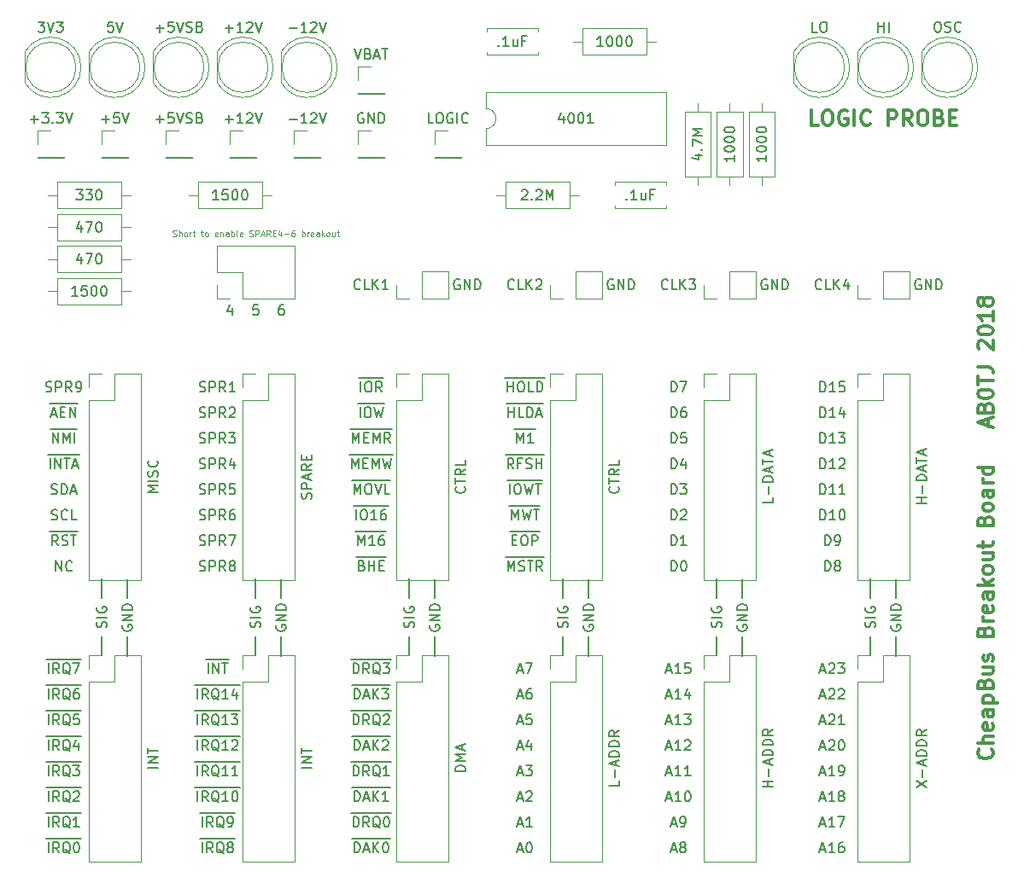
<source format=gbr>
G04 #@! TF.GenerationSoftware,KiCad,Pcbnew,(5.0.1)-3*
G04 #@! TF.CreationDate,2018-11-20T12:14:10-07:00*
G04 #@! TF.ProjectId,MiniSys-Breakout,4D696E695379732D427265616B6F7574,rev?*
G04 #@! TF.SameCoordinates,Original*
G04 #@! TF.FileFunction,Legend,Top*
G04 #@! TF.FilePolarity,Positive*
%FSLAX46Y46*%
G04 Gerber Fmt 4.6, Leading zero omitted, Abs format (unit mm)*
G04 Created by KiCad (PCBNEW (5.0.1)-3) date 11/20/2018 12:14:10 PM*
%MOMM*%
%LPD*%
G01*
G04 APERTURE LIST*
%ADD10C,0.150000*%
%ADD11C,0.160000*%
%ADD12C,0.200000*%
%ADD13C,0.300000*%
%ADD14C,0.125000*%
%ADD15C,0.120000*%
G04 APERTURE END LIST*
D10*
X70993095Y-51570000D02*
X70897857Y-51522380D01*
X70755000Y-51522380D01*
X70612142Y-51570000D01*
X70516904Y-51665238D01*
X70469285Y-51760476D01*
X70421666Y-51950952D01*
X70421666Y-52093809D01*
X70469285Y-52284285D01*
X70516904Y-52379523D01*
X70612142Y-52474761D01*
X70755000Y-52522380D01*
X70850238Y-52522380D01*
X70993095Y-52474761D01*
X71040714Y-52427142D01*
X71040714Y-52093809D01*
X70850238Y-52093809D01*
X71469285Y-52522380D02*
X71469285Y-51522380D01*
X72040714Y-52522380D01*
X72040714Y-51522380D01*
X72516904Y-52522380D02*
X72516904Y-51522380D01*
X72755000Y-51522380D01*
X72897857Y-51570000D01*
X72993095Y-51665238D01*
X73040714Y-51760476D01*
X73088333Y-51950952D01*
X73088333Y-52093809D01*
X73040714Y-52284285D01*
X72993095Y-52379523D01*
X72897857Y-52474761D01*
X72755000Y-52522380D01*
X72516904Y-52522380D01*
X86233095Y-51570000D02*
X86137857Y-51522380D01*
X85995000Y-51522380D01*
X85852142Y-51570000D01*
X85756904Y-51665238D01*
X85709285Y-51760476D01*
X85661666Y-51950952D01*
X85661666Y-52093809D01*
X85709285Y-52284285D01*
X85756904Y-52379523D01*
X85852142Y-52474761D01*
X85995000Y-52522380D01*
X86090238Y-52522380D01*
X86233095Y-52474761D01*
X86280714Y-52427142D01*
X86280714Y-52093809D01*
X86090238Y-52093809D01*
X86709285Y-52522380D02*
X86709285Y-51522380D01*
X87280714Y-52522380D01*
X87280714Y-51522380D01*
X87756904Y-52522380D02*
X87756904Y-51522380D01*
X87995000Y-51522380D01*
X88137857Y-51570000D01*
X88233095Y-51665238D01*
X88280714Y-51760476D01*
X88328333Y-51950952D01*
X88328333Y-52093809D01*
X88280714Y-52284285D01*
X88233095Y-52379523D01*
X88137857Y-52474761D01*
X87995000Y-52522380D01*
X87756904Y-52522380D01*
X101473095Y-51570000D02*
X101377857Y-51522380D01*
X101235000Y-51522380D01*
X101092142Y-51570000D01*
X100996904Y-51665238D01*
X100949285Y-51760476D01*
X100901666Y-51950952D01*
X100901666Y-52093809D01*
X100949285Y-52284285D01*
X100996904Y-52379523D01*
X101092142Y-52474761D01*
X101235000Y-52522380D01*
X101330238Y-52522380D01*
X101473095Y-52474761D01*
X101520714Y-52427142D01*
X101520714Y-52093809D01*
X101330238Y-52093809D01*
X101949285Y-52522380D02*
X101949285Y-51522380D01*
X102520714Y-52522380D01*
X102520714Y-51522380D01*
X102996904Y-52522380D02*
X102996904Y-51522380D01*
X103235000Y-51522380D01*
X103377857Y-51570000D01*
X103473095Y-51665238D01*
X103520714Y-51760476D01*
X103568333Y-51950952D01*
X103568333Y-52093809D01*
X103520714Y-52284285D01*
X103473095Y-52379523D01*
X103377857Y-52474761D01*
X103235000Y-52522380D01*
X102996904Y-52522380D01*
X116713095Y-51570000D02*
X116617857Y-51522380D01*
X116475000Y-51522380D01*
X116332142Y-51570000D01*
X116236904Y-51665238D01*
X116189285Y-51760476D01*
X116141666Y-51950952D01*
X116141666Y-52093809D01*
X116189285Y-52284285D01*
X116236904Y-52379523D01*
X116332142Y-52474761D01*
X116475000Y-52522380D01*
X116570238Y-52522380D01*
X116713095Y-52474761D01*
X116760714Y-52427142D01*
X116760714Y-52093809D01*
X116570238Y-52093809D01*
X117189285Y-52522380D02*
X117189285Y-51522380D01*
X117760714Y-52522380D01*
X117760714Y-51522380D01*
X118236904Y-52522380D02*
X118236904Y-51522380D01*
X118475000Y-51522380D01*
X118617857Y-51570000D01*
X118713095Y-51665238D01*
X118760714Y-51760476D01*
X118808333Y-51950952D01*
X118808333Y-52093809D01*
X118760714Y-52284285D01*
X118713095Y-52379523D01*
X118617857Y-52474761D01*
X118475000Y-52522380D01*
X118236904Y-52522380D01*
D11*
X113800000Y-85851904D02*
X113752380Y-85947142D01*
X113752380Y-86090000D01*
X113800000Y-86232857D01*
X113895238Y-86328095D01*
X113990476Y-86375714D01*
X114180952Y-86423333D01*
X114323809Y-86423333D01*
X114514285Y-86375714D01*
X114609523Y-86328095D01*
X114704761Y-86232857D01*
X114752380Y-86090000D01*
X114752380Y-85994761D01*
X114704761Y-85851904D01*
X114657142Y-85804285D01*
X114323809Y-85804285D01*
X114323809Y-85994761D01*
X114752380Y-85375714D02*
X113752380Y-85375714D01*
X114752380Y-84804285D01*
X113752380Y-84804285D01*
X114752380Y-84328095D02*
X113752380Y-84328095D01*
X113752380Y-84090000D01*
X113800000Y-83947142D01*
X113895238Y-83851904D01*
X113990476Y-83804285D01*
X114180952Y-83756666D01*
X114323809Y-83756666D01*
X114514285Y-83804285D01*
X114609523Y-83851904D01*
X114704761Y-83947142D01*
X114752380Y-84090000D01*
X114752380Y-84328095D01*
X112164761Y-86053809D02*
X112212380Y-85910952D01*
X112212380Y-85672857D01*
X112164761Y-85577619D01*
X112117142Y-85530000D01*
X112021904Y-85482380D01*
X111926666Y-85482380D01*
X111831428Y-85530000D01*
X111783809Y-85577619D01*
X111736190Y-85672857D01*
X111688571Y-85863333D01*
X111640952Y-85958571D01*
X111593333Y-86006190D01*
X111498095Y-86053809D01*
X111402857Y-86053809D01*
X111307619Y-86006190D01*
X111260000Y-85958571D01*
X111212380Y-85863333D01*
X111212380Y-85625238D01*
X111260000Y-85482380D01*
X112212380Y-85053809D02*
X111212380Y-85053809D01*
X111260000Y-84053809D02*
X111212380Y-84149047D01*
X111212380Y-84291904D01*
X111260000Y-84434761D01*
X111355238Y-84530000D01*
X111450476Y-84577619D01*
X111640952Y-84625238D01*
X111783809Y-84625238D01*
X111974285Y-84577619D01*
X112069523Y-84530000D01*
X112164761Y-84434761D01*
X112212380Y-84291904D01*
X112212380Y-84196666D01*
X112164761Y-84053809D01*
X112117142Y-84006190D01*
X111783809Y-84006190D01*
X111783809Y-84196666D01*
D12*
X111760000Y-86935000D02*
X111760000Y-88840000D01*
X114300000Y-86995000D02*
X114300000Y-88900000D01*
X111760000Y-81220000D02*
X111760000Y-83125000D01*
X114300000Y-81280000D02*
X114300000Y-83185000D01*
D11*
X98560000Y-85851904D02*
X98512380Y-85947142D01*
X98512380Y-86090000D01*
X98560000Y-86232857D01*
X98655238Y-86328095D01*
X98750476Y-86375714D01*
X98940952Y-86423333D01*
X99083809Y-86423333D01*
X99274285Y-86375714D01*
X99369523Y-86328095D01*
X99464761Y-86232857D01*
X99512380Y-86090000D01*
X99512380Y-85994761D01*
X99464761Y-85851904D01*
X99417142Y-85804285D01*
X99083809Y-85804285D01*
X99083809Y-85994761D01*
X99512380Y-85375714D02*
X98512380Y-85375714D01*
X99512380Y-84804285D01*
X98512380Y-84804285D01*
X99512380Y-84328095D02*
X98512380Y-84328095D01*
X98512380Y-84090000D01*
X98560000Y-83947142D01*
X98655238Y-83851904D01*
X98750476Y-83804285D01*
X98940952Y-83756666D01*
X99083809Y-83756666D01*
X99274285Y-83804285D01*
X99369523Y-83851904D01*
X99464761Y-83947142D01*
X99512380Y-84090000D01*
X99512380Y-84328095D01*
X96924761Y-86053809D02*
X96972380Y-85910952D01*
X96972380Y-85672857D01*
X96924761Y-85577619D01*
X96877142Y-85530000D01*
X96781904Y-85482380D01*
X96686666Y-85482380D01*
X96591428Y-85530000D01*
X96543809Y-85577619D01*
X96496190Y-85672857D01*
X96448571Y-85863333D01*
X96400952Y-85958571D01*
X96353333Y-86006190D01*
X96258095Y-86053809D01*
X96162857Y-86053809D01*
X96067619Y-86006190D01*
X96020000Y-85958571D01*
X95972380Y-85863333D01*
X95972380Y-85625238D01*
X96020000Y-85482380D01*
X96972380Y-85053809D02*
X95972380Y-85053809D01*
X96020000Y-84053809D02*
X95972380Y-84149047D01*
X95972380Y-84291904D01*
X96020000Y-84434761D01*
X96115238Y-84530000D01*
X96210476Y-84577619D01*
X96400952Y-84625238D01*
X96543809Y-84625238D01*
X96734285Y-84577619D01*
X96829523Y-84530000D01*
X96924761Y-84434761D01*
X96972380Y-84291904D01*
X96972380Y-84196666D01*
X96924761Y-84053809D01*
X96877142Y-84006190D01*
X96543809Y-84006190D01*
X96543809Y-84196666D01*
D12*
X96520000Y-81220000D02*
X96520000Y-83125000D01*
X96520000Y-86935000D02*
X96520000Y-88840000D01*
X99060000Y-86995000D02*
X99060000Y-88900000D01*
X99060000Y-81280000D02*
X99060000Y-83185000D01*
D11*
X81684761Y-86053809D02*
X81732380Y-85910952D01*
X81732380Y-85672857D01*
X81684761Y-85577619D01*
X81637142Y-85530000D01*
X81541904Y-85482380D01*
X81446666Y-85482380D01*
X81351428Y-85530000D01*
X81303809Y-85577619D01*
X81256190Y-85672857D01*
X81208571Y-85863333D01*
X81160952Y-85958571D01*
X81113333Y-86006190D01*
X81018095Y-86053809D01*
X80922857Y-86053809D01*
X80827619Y-86006190D01*
X80780000Y-85958571D01*
X80732380Y-85863333D01*
X80732380Y-85625238D01*
X80780000Y-85482380D01*
X81732380Y-85053809D02*
X80732380Y-85053809D01*
X80780000Y-84053809D02*
X80732380Y-84149047D01*
X80732380Y-84291904D01*
X80780000Y-84434761D01*
X80875238Y-84530000D01*
X80970476Y-84577619D01*
X81160952Y-84625238D01*
X81303809Y-84625238D01*
X81494285Y-84577619D01*
X81589523Y-84530000D01*
X81684761Y-84434761D01*
X81732380Y-84291904D01*
X81732380Y-84196666D01*
X81684761Y-84053809D01*
X81637142Y-84006190D01*
X81303809Y-84006190D01*
X81303809Y-84196666D01*
X83320000Y-85851904D02*
X83272380Y-85947142D01*
X83272380Y-86090000D01*
X83320000Y-86232857D01*
X83415238Y-86328095D01*
X83510476Y-86375714D01*
X83700952Y-86423333D01*
X83843809Y-86423333D01*
X84034285Y-86375714D01*
X84129523Y-86328095D01*
X84224761Y-86232857D01*
X84272380Y-86090000D01*
X84272380Y-85994761D01*
X84224761Y-85851904D01*
X84177142Y-85804285D01*
X83843809Y-85804285D01*
X83843809Y-85994761D01*
X84272380Y-85375714D02*
X83272380Y-85375714D01*
X84272380Y-84804285D01*
X83272380Y-84804285D01*
X84272380Y-84328095D02*
X83272380Y-84328095D01*
X83272380Y-84090000D01*
X83320000Y-83947142D01*
X83415238Y-83851904D01*
X83510476Y-83804285D01*
X83700952Y-83756666D01*
X83843809Y-83756666D01*
X84034285Y-83804285D01*
X84129523Y-83851904D01*
X84224761Y-83947142D01*
X84272380Y-84090000D01*
X84272380Y-84328095D01*
D12*
X81280000Y-81220000D02*
X81280000Y-83125000D01*
X81280000Y-86935000D02*
X81280000Y-88840000D01*
X83820000Y-86995000D02*
X83820000Y-88900000D01*
X83820000Y-81280000D02*
X83820000Y-83185000D01*
D11*
X68080000Y-85851904D02*
X68032380Y-85947142D01*
X68032380Y-86090000D01*
X68080000Y-86232857D01*
X68175238Y-86328095D01*
X68270476Y-86375714D01*
X68460952Y-86423333D01*
X68603809Y-86423333D01*
X68794285Y-86375714D01*
X68889523Y-86328095D01*
X68984761Y-86232857D01*
X69032380Y-86090000D01*
X69032380Y-85994761D01*
X68984761Y-85851904D01*
X68937142Y-85804285D01*
X68603809Y-85804285D01*
X68603809Y-85994761D01*
X69032380Y-85375714D02*
X68032380Y-85375714D01*
X69032380Y-84804285D01*
X68032380Y-84804285D01*
X69032380Y-84328095D02*
X68032380Y-84328095D01*
X68032380Y-84090000D01*
X68080000Y-83947142D01*
X68175238Y-83851904D01*
X68270476Y-83804285D01*
X68460952Y-83756666D01*
X68603809Y-83756666D01*
X68794285Y-83804285D01*
X68889523Y-83851904D01*
X68984761Y-83947142D01*
X69032380Y-84090000D01*
X69032380Y-84328095D01*
X66444761Y-86053809D02*
X66492380Y-85910952D01*
X66492380Y-85672857D01*
X66444761Y-85577619D01*
X66397142Y-85530000D01*
X66301904Y-85482380D01*
X66206666Y-85482380D01*
X66111428Y-85530000D01*
X66063809Y-85577619D01*
X66016190Y-85672857D01*
X65968571Y-85863333D01*
X65920952Y-85958571D01*
X65873333Y-86006190D01*
X65778095Y-86053809D01*
X65682857Y-86053809D01*
X65587619Y-86006190D01*
X65540000Y-85958571D01*
X65492380Y-85863333D01*
X65492380Y-85625238D01*
X65540000Y-85482380D01*
X66492380Y-85053809D02*
X65492380Y-85053809D01*
X65540000Y-84053809D02*
X65492380Y-84149047D01*
X65492380Y-84291904D01*
X65540000Y-84434761D01*
X65635238Y-84530000D01*
X65730476Y-84577619D01*
X65920952Y-84625238D01*
X66063809Y-84625238D01*
X66254285Y-84577619D01*
X66349523Y-84530000D01*
X66444761Y-84434761D01*
X66492380Y-84291904D01*
X66492380Y-84196666D01*
X66444761Y-84053809D01*
X66397142Y-84006190D01*
X66063809Y-84006190D01*
X66063809Y-84196666D01*
D12*
X66040000Y-81220000D02*
X66040000Y-83125000D01*
X66040000Y-86935000D02*
X66040000Y-88840000D01*
X68580000Y-86995000D02*
X68580000Y-88900000D01*
X68580000Y-81280000D02*
X68580000Y-83185000D01*
X53340000Y-81280000D02*
X53340000Y-83185000D01*
X53340000Y-86995000D02*
X53340000Y-88900000D01*
X50800000Y-86935000D02*
X50800000Y-88840000D01*
X50800000Y-81220000D02*
X50800000Y-83125000D01*
D11*
X51204761Y-86053809D02*
X51252380Y-85910952D01*
X51252380Y-85672857D01*
X51204761Y-85577619D01*
X51157142Y-85530000D01*
X51061904Y-85482380D01*
X50966666Y-85482380D01*
X50871428Y-85530000D01*
X50823809Y-85577619D01*
X50776190Y-85672857D01*
X50728571Y-85863333D01*
X50680952Y-85958571D01*
X50633333Y-86006190D01*
X50538095Y-86053809D01*
X50442857Y-86053809D01*
X50347619Y-86006190D01*
X50300000Y-85958571D01*
X50252380Y-85863333D01*
X50252380Y-85625238D01*
X50300000Y-85482380D01*
X51252380Y-85053809D02*
X50252380Y-85053809D01*
X50300000Y-84053809D02*
X50252380Y-84149047D01*
X50252380Y-84291904D01*
X50300000Y-84434761D01*
X50395238Y-84530000D01*
X50490476Y-84577619D01*
X50680952Y-84625238D01*
X50823809Y-84625238D01*
X51014285Y-84577619D01*
X51109523Y-84530000D01*
X51204761Y-84434761D01*
X51252380Y-84291904D01*
X51252380Y-84196666D01*
X51204761Y-84053809D01*
X51157142Y-84006190D01*
X50823809Y-84006190D01*
X50823809Y-84196666D01*
X52840000Y-85851904D02*
X52792380Y-85947142D01*
X52792380Y-86090000D01*
X52840000Y-86232857D01*
X52935238Y-86328095D01*
X53030476Y-86375714D01*
X53220952Y-86423333D01*
X53363809Y-86423333D01*
X53554285Y-86375714D01*
X53649523Y-86328095D01*
X53744761Y-86232857D01*
X53792380Y-86090000D01*
X53792380Y-85994761D01*
X53744761Y-85851904D01*
X53697142Y-85804285D01*
X53363809Y-85804285D01*
X53363809Y-85994761D01*
X53792380Y-85375714D02*
X52792380Y-85375714D01*
X53792380Y-84804285D01*
X52792380Y-84804285D01*
X53792380Y-84328095D02*
X52792380Y-84328095D01*
X52792380Y-84090000D01*
X52840000Y-83947142D01*
X52935238Y-83851904D01*
X53030476Y-83804285D01*
X53220952Y-83756666D01*
X53363809Y-83756666D01*
X53554285Y-83804285D01*
X53649523Y-83851904D01*
X53744761Y-83947142D01*
X53792380Y-84090000D01*
X53792380Y-84328095D01*
D12*
X35560000Y-81220000D02*
X35560000Y-83125000D01*
X35560000Y-86935000D02*
X35560000Y-88840000D01*
D11*
X35964761Y-86053809D02*
X36012380Y-85910952D01*
X36012380Y-85672857D01*
X35964761Y-85577619D01*
X35917142Y-85530000D01*
X35821904Y-85482380D01*
X35726666Y-85482380D01*
X35631428Y-85530000D01*
X35583809Y-85577619D01*
X35536190Y-85672857D01*
X35488571Y-85863333D01*
X35440952Y-85958571D01*
X35393333Y-86006190D01*
X35298095Y-86053809D01*
X35202857Y-86053809D01*
X35107619Y-86006190D01*
X35060000Y-85958571D01*
X35012380Y-85863333D01*
X35012380Y-85625238D01*
X35060000Y-85482380D01*
X36012380Y-85053809D02*
X35012380Y-85053809D01*
X35060000Y-84053809D02*
X35012380Y-84149047D01*
X35012380Y-84291904D01*
X35060000Y-84434761D01*
X35155238Y-84530000D01*
X35250476Y-84577619D01*
X35440952Y-84625238D01*
X35583809Y-84625238D01*
X35774285Y-84577619D01*
X35869523Y-84530000D01*
X35964761Y-84434761D01*
X36012380Y-84291904D01*
X36012380Y-84196666D01*
X35964761Y-84053809D01*
X35917142Y-84006190D01*
X35583809Y-84006190D01*
X35583809Y-84196666D01*
D12*
X38100000Y-86995000D02*
X38100000Y-88900000D01*
X38100000Y-81280000D02*
X38100000Y-83185000D01*
D11*
X37600000Y-85851904D02*
X37552380Y-85947142D01*
X37552380Y-86090000D01*
X37600000Y-86232857D01*
X37695238Y-86328095D01*
X37790476Y-86375714D01*
X37980952Y-86423333D01*
X38123809Y-86423333D01*
X38314285Y-86375714D01*
X38409523Y-86328095D01*
X38504761Y-86232857D01*
X38552380Y-86090000D01*
X38552380Y-85994761D01*
X38504761Y-85851904D01*
X38457142Y-85804285D01*
X38123809Y-85804285D01*
X38123809Y-85994761D01*
X38552380Y-85375714D02*
X37552380Y-85375714D01*
X38552380Y-84804285D01*
X37552380Y-84804285D01*
X38552380Y-84328095D02*
X37552380Y-84328095D01*
X37552380Y-84090000D01*
X37600000Y-83947142D01*
X37695238Y-83851904D01*
X37790476Y-83804285D01*
X37980952Y-83756666D01*
X38123809Y-83756666D01*
X38314285Y-83804285D01*
X38409523Y-83851904D01*
X38504761Y-83947142D01*
X38552380Y-84090000D01*
X38552380Y-84328095D01*
D13*
X123725714Y-98164285D02*
X123797142Y-98235714D01*
X123868571Y-98450000D01*
X123868571Y-98592857D01*
X123797142Y-98807142D01*
X123654285Y-98950000D01*
X123511428Y-99021428D01*
X123225714Y-99092857D01*
X123011428Y-99092857D01*
X122725714Y-99021428D01*
X122582857Y-98950000D01*
X122440000Y-98807142D01*
X122368571Y-98592857D01*
X122368571Y-98450000D01*
X122440000Y-98235714D01*
X122511428Y-98164285D01*
X123868571Y-97521428D02*
X122368571Y-97521428D01*
X123868571Y-96878571D02*
X123082857Y-96878571D01*
X122940000Y-96950000D01*
X122868571Y-97092857D01*
X122868571Y-97307142D01*
X122940000Y-97450000D01*
X123011428Y-97521428D01*
X123797142Y-95592857D02*
X123868571Y-95735714D01*
X123868571Y-96021428D01*
X123797142Y-96164285D01*
X123654285Y-96235714D01*
X123082857Y-96235714D01*
X122940000Y-96164285D01*
X122868571Y-96021428D01*
X122868571Y-95735714D01*
X122940000Y-95592857D01*
X123082857Y-95521428D01*
X123225714Y-95521428D01*
X123368571Y-96235714D01*
X123868571Y-94235714D02*
X123082857Y-94235714D01*
X122940000Y-94307142D01*
X122868571Y-94450000D01*
X122868571Y-94735714D01*
X122940000Y-94878571D01*
X123797142Y-94235714D02*
X123868571Y-94378571D01*
X123868571Y-94735714D01*
X123797142Y-94878571D01*
X123654285Y-94950000D01*
X123511428Y-94950000D01*
X123368571Y-94878571D01*
X123297142Y-94735714D01*
X123297142Y-94378571D01*
X123225714Y-94235714D01*
X122868571Y-93521428D02*
X124368571Y-93521428D01*
X122940000Y-93521428D02*
X122868571Y-93378571D01*
X122868571Y-93092857D01*
X122940000Y-92950000D01*
X123011428Y-92878571D01*
X123154285Y-92807142D01*
X123582857Y-92807142D01*
X123725714Y-92878571D01*
X123797142Y-92950000D01*
X123868571Y-93092857D01*
X123868571Y-93378571D01*
X123797142Y-93521428D01*
X123082857Y-91664285D02*
X123154285Y-91450000D01*
X123225714Y-91378571D01*
X123368571Y-91307142D01*
X123582857Y-91307142D01*
X123725714Y-91378571D01*
X123797142Y-91450000D01*
X123868571Y-91592857D01*
X123868571Y-92164285D01*
X122368571Y-92164285D01*
X122368571Y-91664285D01*
X122440000Y-91521428D01*
X122511428Y-91450000D01*
X122654285Y-91378571D01*
X122797142Y-91378571D01*
X122940000Y-91450000D01*
X123011428Y-91521428D01*
X123082857Y-91664285D01*
X123082857Y-92164285D01*
X122868571Y-90021428D02*
X123868571Y-90021428D01*
X122868571Y-90664285D02*
X123654285Y-90664285D01*
X123797142Y-90592857D01*
X123868571Y-90450000D01*
X123868571Y-90235714D01*
X123797142Y-90092857D01*
X123725714Y-90021428D01*
X123797142Y-89378571D02*
X123868571Y-89235714D01*
X123868571Y-88950000D01*
X123797142Y-88807142D01*
X123654285Y-88735714D01*
X123582857Y-88735714D01*
X123440000Y-88807142D01*
X123368571Y-88950000D01*
X123368571Y-89164285D01*
X123297142Y-89307142D01*
X123154285Y-89378571D01*
X123082857Y-89378571D01*
X122940000Y-89307142D01*
X122868571Y-89164285D01*
X122868571Y-88950000D01*
X122940000Y-88807142D01*
X123082857Y-86450000D02*
X123154285Y-86235714D01*
X123225714Y-86164285D01*
X123368571Y-86092857D01*
X123582857Y-86092857D01*
X123725714Y-86164285D01*
X123797142Y-86235714D01*
X123868571Y-86378571D01*
X123868571Y-86950000D01*
X122368571Y-86950000D01*
X122368571Y-86450000D01*
X122440000Y-86307142D01*
X122511428Y-86235714D01*
X122654285Y-86164285D01*
X122797142Y-86164285D01*
X122940000Y-86235714D01*
X123011428Y-86307142D01*
X123082857Y-86450000D01*
X123082857Y-86950000D01*
X123868571Y-85450000D02*
X122868571Y-85450000D01*
X123154285Y-85450000D02*
X123011428Y-85378571D01*
X122940000Y-85307142D01*
X122868571Y-85164285D01*
X122868571Y-85021428D01*
X123797142Y-83950000D02*
X123868571Y-84092857D01*
X123868571Y-84378571D01*
X123797142Y-84521428D01*
X123654285Y-84592857D01*
X123082857Y-84592857D01*
X122940000Y-84521428D01*
X122868571Y-84378571D01*
X122868571Y-84092857D01*
X122940000Y-83950000D01*
X123082857Y-83878571D01*
X123225714Y-83878571D01*
X123368571Y-84592857D01*
X123868571Y-82592857D02*
X123082857Y-82592857D01*
X122940000Y-82664285D01*
X122868571Y-82807142D01*
X122868571Y-83092857D01*
X122940000Y-83235714D01*
X123797142Y-82592857D02*
X123868571Y-82735714D01*
X123868571Y-83092857D01*
X123797142Y-83235714D01*
X123654285Y-83307142D01*
X123511428Y-83307142D01*
X123368571Y-83235714D01*
X123297142Y-83092857D01*
X123297142Y-82735714D01*
X123225714Y-82592857D01*
X123868571Y-81878571D02*
X122368571Y-81878571D01*
X123297142Y-81735714D02*
X123868571Y-81307142D01*
X122868571Y-81307142D02*
X123440000Y-81878571D01*
X123868571Y-80450000D02*
X123797142Y-80592857D01*
X123725714Y-80664285D01*
X123582857Y-80735714D01*
X123154285Y-80735714D01*
X123011428Y-80664285D01*
X122940000Y-80592857D01*
X122868571Y-80450000D01*
X122868571Y-80235714D01*
X122940000Y-80092857D01*
X123011428Y-80021428D01*
X123154285Y-79950000D01*
X123582857Y-79950000D01*
X123725714Y-80021428D01*
X123797142Y-80092857D01*
X123868571Y-80235714D01*
X123868571Y-80450000D01*
X122868571Y-78664285D02*
X123868571Y-78664285D01*
X122868571Y-79307142D02*
X123654285Y-79307142D01*
X123797142Y-79235714D01*
X123868571Y-79092857D01*
X123868571Y-78878571D01*
X123797142Y-78735714D01*
X123725714Y-78664285D01*
X122868571Y-78164285D02*
X122868571Y-77592857D01*
X122368571Y-77950000D02*
X123654285Y-77950000D01*
X123797142Y-77878571D01*
X123868571Y-77735714D01*
X123868571Y-77592857D01*
X123082857Y-75450000D02*
X123154285Y-75235714D01*
X123225714Y-75164285D01*
X123368571Y-75092857D01*
X123582857Y-75092857D01*
X123725714Y-75164285D01*
X123797142Y-75235714D01*
X123868571Y-75378571D01*
X123868571Y-75950000D01*
X122368571Y-75950000D01*
X122368571Y-75450000D01*
X122440000Y-75307142D01*
X122511428Y-75235714D01*
X122654285Y-75164285D01*
X122797142Y-75164285D01*
X122940000Y-75235714D01*
X123011428Y-75307142D01*
X123082857Y-75450000D01*
X123082857Y-75950000D01*
X123868571Y-74235714D02*
X123797142Y-74378571D01*
X123725714Y-74450000D01*
X123582857Y-74521428D01*
X123154285Y-74521428D01*
X123011428Y-74450000D01*
X122940000Y-74378571D01*
X122868571Y-74235714D01*
X122868571Y-74021428D01*
X122940000Y-73878571D01*
X123011428Y-73807142D01*
X123154285Y-73735714D01*
X123582857Y-73735714D01*
X123725714Y-73807142D01*
X123797142Y-73878571D01*
X123868571Y-74021428D01*
X123868571Y-74235714D01*
X123868571Y-72450000D02*
X123082857Y-72450000D01*
X122940000Y-72521428D01*
X122868571Y-72664285D01*
X122868571Y-72950000D01*
X122940000Y-73092857D01*
X123797142Y-72450000D02*
X123868571Y-72592857D01*
X123868571Y-72950000D01*
X123797142Y-73092857D01*
X123654285Y-73164285D01*
X123511428Y-73164285D01*
X123368571Y-73092857D01*
X123297142Y-72950000D01*
X123297142Y-72592857D01*
X123225714Y-72450000D01*
X123868571Y-71735714D02*
X122868571Y-71735714D01*
X123154285Y-71735714D02*
X123011428Y-71664285D01*
X122940000Y-71592857D01*
X122868571Y-71450000D01*
X122868571Y-71307142D01*
X123868571Y-70164285D02*
X122368571Y-70164285D01*
X123797142Y-70164285D02*
X123868571Y-70307142D01*
X123868571Y-70592857D01*
X123797142Y-70735714D01*
X123725714Y-70807142D01*
X123582857Y-70878571D01*
X123154285Y-70878571D01*
X123011428Y-70807142D01*
X122940000Y-70735714D01*
X122868571Y-70592857D01*
X122868571Y-70307142D01*
X122940000Y-70164285D01*
X123440000Y-66092857D02*
X123440000Y-65378571D01*
X123868571Y-66235714D02*
X122368571Y-65735714D01*
X123868571Y-65235714D01*
X123082857Y-64235714D02*
X123154285Y-64021428D01*
X123225714Y-63950000D01*
X123368571Y-63878571D01*
X123582857Y-63878571D01*
X123725714Y-63950000D01*
X123797142Y-64021428D01*
X123868571Y-64164285D01*
X123868571Y-64735714D01*
X122368571Y-64735714D01*
X122368571Y-64235714D01*
X122440000Y-64092857D01*
X122511428Y-64021428D01*
X122654285Y-63950000D01*
X122797142Y-63950000D01*
X122940000Y-64021428D01*
X123011428Y-64092857D01*
X123082857Y-64235714D01*
X123082857Y-64735714D01*
X122368571Y-62950000D02*
X122368571Y-62807142D01*
X122440000Y-62664285D01*
X122511428Y-62592857D01*
X122654285Y-62521428D01*
X122940000Y-62450000D01*
X123297142Y-62450000D01*
X123582857Y-62521428D01*
X123725714Y-62592857D01*
X123797142Y-62664285D01*
X123868571Y-62807142D01*
X123868571Y-62950000D01*
X123797142Y-63092857D01*
X123725714Y-63164285D01*
X123582857Y-63235714D01*
X123297142Y-63307142D01*
X122940000Y-63307142D01*
X122654285Y-63235714D01*
X122511428Y-63164285D01*
X122440000Y-63092857D01*
X122368571Y-62950000D01*
X122368571Y-62021428D02*
X122368571Y-61164285D01*
X123868571Y-61592857D02*
X122368571Y-61592857D01*
X122368571Y-60235714D02*
X123440000Y-60235714D01*
X123654285Y-60307142D01*
X123797142Y-60450000D01*
X123868571Y-60664285D01*
X123868571Y-60807142D01*
X122511428Y-58450000D02*
X122440000Y-58378571D01*
X122368571Y-58235714D01*
X122368571Y-57878571D01*
X122440000Y-57735714D01*
X122511428Y-57664285D01*
X122654285Y-57592857D01*
X122797142Y-57592857D01*
X123011428Y-57664285D01*
X123868571Y-58521428D01*
X123868571Y-57592857D01*
X122368571Y-56664285D02*
X122368571Y-56521428D01*
X122440000Y-56378571D01*
X122511428Y-56307142D01*
X122654285Y-56235714D01*
X122940000Y-56164285D01*
X123297142Y-56164285D01*
X123582857Y-56235714D01*
X123725714Y-56307142D01*
X123797142Y-56378571D01*
X123868571Y-56521428D01*
X123868571Y-56664285D01*
X123797142Y-56807142D01*
X123725714Y-56878571D01*
X123582857Y-56950000D01*
X123297142Y-57021428D01*
X122940000Y-57021428D01*
X122654285Y-56950000D01*
X122511428Y-56878571D01*
X122440000Y-56807142D01*
X122368571Y-56664285D01*
X123868571Y-54735714D02*
X123868571Y-55592857D01*
X123868571Y-55164285D02*
X122368571Y-55164285D01*
X122582857Y-55307142D01*
X122725714Y-55450000D01*
X122797142Y-55592857D01*
X123011428Y-53878571D02*
X122940000Y-54021428D01*
X122868571Y-54092857D01*
X122725714Y-54164285D01*
X122654285Y-54164285D01*
X122511428Y-54092857D01*
X122440000Y-54021428D01*
X122368571Y-53878571D01*
X122368571Y-53592857D01*
X122440000Y-53450000D01*
X122511428Y-53378571D01*
X122654285Y-53307142D01*
X122725714Y-53307142D01*
X122868571Y-53378571D01*
X122940000Y-53450000D01*
X123011428Y-53592857D01*
X123011428Y-53878571D01*
X123082857Y-54021428D01*
X123154285Y-54092857D01*
X123297142Y-54164285D01*
X123582857Y-54164285D01*
X123725714Y-54092857D01*
X123797142Y-54021428D01*
X123868571Y-53878571D01*
X123868571Y-53592857D01*
X123797142Y-53450000D01*
X123725714Y-53378571D01*
X123582857Y-53307142D01*
X123297142Y-53307142D01*
X123154285Y-53378571D01*
X123082857Y-53450000D01*
X123011428Y-53592857D01*
D14*
X42585714Y-47232857D02*
X42671428Y-47261428D01*
X42814285Y-47261428D01*
X42871428Y-47232857D01*
X42899999Y-47204285D01*
X42928571Y-47147142D01*
X42928571Y-47090000D01*
X42899999Y-47032857D01*
X42871428Y-47004285D01*
X42814285Y-46975714D01*
X42699999Y-46947142D01*
X42642857Y-46918571D01*
X42614285Y-46890000D01*
X42585714Y-46832857D01*
X42585714Y-46775714D01*
X42614285Y-46718571D01*
X42642857Y-46690000D01*
X42699999Y-46661428D01*
X42842857Y-46661428D01*
X42928571Y-46690000D01*
X43185714Y-47261428D02*
X43185714Y-46661428D01*
X43442857Y-47261428D02*
X43442857Y-46947142D01*
X43414285Y-46890000D01*
X43357142Y-46861428D01*
X43271428Y-46861428D01*
X43214285Y-46890000D01*
X43185714Y-46918571D01*
X43814285Y-47261428D02*
X43757142Y-47232857D01*
X43728571Y-47204285D01*
X43699999Y-47147142D01*
X43699999Y-46975714D01*
X43728571Y-46918571D01*
X43757142Y-46890000D01*
X43814285Y-46861428D01*
X43899999Y-46861428D01*
X43957142Y-46890000D01*
X43985714Y-46918571D01*
X44014285Y-46975714D01*
X44014285Y-47147142D01*
X43985714Y-47204285D01*
X43957142Y-47232857D01*
X43899999Y-47261428D01*
X43814285Y-47261428D01*
X44271428Y-47261428D02*
X44271428Y-46861428D01*
X44271428Y-46975714D02*
X44299999Y-46918571D01*
X44328571Y-46890000D01*
X44385714Y-46861428D01*
X44442857Y-46861428D01*
X44557142Y-46861428D02*
X44785714Y-46861428D01*
X44642857Y-46661428D02*
X44642857Y-47175714D01*
X44671428Y-47232857D01*
X44728571Y-47261428D01*
X44785714Y-47261428D01*
X45357142Y-46861428D02*
X45585714Y-46861428D01*
X45442857Y-46661428D02*
X45442857Y-47175714D01*
X45471428Y-47232857D01*
X45528571Y-47261428D01*
X45585714Y-47261428D01*
X45871428Y-47261428D02*
X45814285Y-47232857D01*
X45785714Y-47204285D01*
X45757142Y-47147142D01*
X45757142Y-46975714D01*
X45785714Y-46918571D01*
X45814285Y-46890000D01*
X45871428Y-46861428D01*
X45957142Y-46861428D01*
X46014285Y-46890000D01*
X46042857Y-46918571D01*
X46071428Y-46975714D01*
X46071428Y-47147142D01*
X46042857Y-47204285D01*
X46014285Y-47232857D01*
X45957142Y-47261428D01*
X45871428Y-47261428D01*
X47014285Y-47232857D02*
X46957142Y-47261428D01*
X46842857Y-47261428D01*
X46785714Y-47232857D01*
X46757142Y-47175714D01*
X46757142Y-46947142D01*
X46785714Y-46890000D01*
X46842857Y-46861428D01*
X46957142Y-46861428D01*
X47014285Y-46890000D01*
X47042857Y-46947142D01*
X47042857Y-47004285D01*
X46757142Y-47061428D01*
X47299999Y-46861428D02*
X47299999Y-47261428D01*
X47299999Y-46918571D02*
X47328571Y-46890000D01*
X47385714Y-46861428D01*
X47471428Y-46861428D01*
X47528571Y-46890000D01*
X47557142Y-46947142D01*
X47557142Y-47261428D01*
X48099999Y-47261428D02*
X48099999Y-46947142D01*
X48071428Y-46890000D01*
X48014285Y-46861428D01*
X47899999Y-46861428D01*
X47842857Y-46890000D01*
X48099999Y-47232857D02*
X48042857Y-47261428D01*
X47899999Y-47261428D01*
X47842857Y-47232857D01*
X47814285Y-47175714D01*
X47814285Y-47118571D01*
X47842857Y-47061428D01*
X47899999Y-47032857D01*
X48042857Y-47032857D01*
X48099999Y-47004285D01*
X48385714Y-47261428D02*
X48385714Y-46661428D01*
X48385714Y-46890000D02*
X48442857Y-46861428D01*
X48557142Y-46861428D01*
X48614285Y-46890000D01*
X48642857Y-46918571D01*
X48671428Y-46975714D01*
X48671428Y-47147142D01*
X48642857Y-47204285D01*
X48614285Y-47232857D01*
X48557142Y-47261428D01*
X48442857Y-47261428D01*
X48385714Y-47232857D01*
X49014285Y-47261428D02*
X48957142Y-47232857D01*
X48928571Y-47175714D01*
X48928571Y-46661428D01*
X49471428Y-47232857D02*
X49414285Y-47261428D01*
X49299999Y-47261428D01*
X49242857Y-47232857D01*
X49214285Y-47175714D01*
X49214285Y-46947142D01*
X49242857Y-46890000D01*
X49299999Y-46861428D01*
X49414285Y-46861428D01*
X49471428Y-46890000D01*
X49499999Y-46947142D01*
X49499999Y-47004285D01*
X49214285Y-47061428D01*
X50185714Y-47232857D02*
X50271428Y-47261428D01*
X50414285Y-47261428D01*
X50471428Y-47232857D01*
X50499999Y-47204285D01*
X50528571Y-47147142D01*
X50528571Y-47090000D01*
X50499999Y-47032857D01*
X50471428Y-47004285D01*
X50414285Y-46975714D01*
X50299999Y-46947142D01*
X50242857Y-46918571D01*
X50214285Y-46890000D01*
X50185714Y-46832857D01*
X50185714Y-46775714D01*
X50214285Y-46718571D01*
X50242857Y-46690000D01*
X50299999Y-46661428D01*
X50442857Y-46661428D01*
X50528571Y-46690000D01*
X50785714Y-47261428D02*
X50785714Y-46661428D01*
X51014285Y-46661428D01*
X51071428Y-46690000D01*
X51099999Y-46718571D01*
X51128571Y-46775714D01*
X51128571Y-46861428D01*
X51099999Y-46918571D01*
X51071428Y-46947142D01*
X51014285Y-46975714D01*
X50785714Y-46975714D01*
X51357142Y-47090000D02*
X51642857Y-47090000D01*
X51299999Y-47261428D02*
X51499999Y-46661428D01*
X51699999Y-47261428D01*
X52242857Y-47261428D02*
X52042857Y-46975714D01*
X51900000Y-47261428D02*
X51900000Y-46661428D01*
X52128571Y-46661428D01*
X52185714Y-46690000D01*
X52214285Y-46718571D01*
X52242857Y-46775714D01*
X52242857Y-46861428D01*
X52214285Y-46918571D01*
X52185714Y-46947142D01*
X52128571Y-46975714D01*
X51900000Y-46975714D01*
X52500000Y-46947142D02*
X52700000Y-46947142D01*
X52785714Y-47261428D02*
X52500000Y-47261428D01*
X52500000Y-46661428D01*
X52785714Y-46661428D01*
X53300000Y-46861428D02*
X53300000Y-47261428D01*
X53157142Y-46632857D02*
X53014285Y-47061428D01*
X53385714Y-47061428D01*
X53614285Y-47032857D02*
X54071428Y-47032857D01*
X54614285Y-46661428D02*
X54500000Y-46661428D01*
X54442857Y-46690000D01*
X54414285Y-46718571D01*
X54357142Y-46804285D01*
X54328571Y-46918571D01*
X54328571Y-47147142D01*
X54357142Y-47204285D01*
X54385714Y-47232857D01*
X54442857Y-47261428D01*
X54557142Y-47261428D01*
X54614285Y-47232857D01*
X54642857Y-47204285D01*
X54671428Y-47147142D01*
X54671428Y-47004285D01*
X54642857Y-46947142D01*
X54614285Y-46918571D01*
X54557142Y-46890000D01*
X54442857Y-46890000D01*
X54385714Y-46918571D01*
X54357142Y-46947142D01*
X54328571Y-47004285D01*
X55385714Y-47261428D02*
X55385714Y-46661428D01*
X55385714Y-46890000D02*
X55442857Y-46861428D01*
X55557142Y-46861428D01*
X55614285Y-46890000D01*
X55642857Y-46918571D01*
X55671428Y-46975714D01*
X55671428Y-47147142D01*
X55642857Y-47204285D01*
X55614285Y-47232857D01*
X55557142Y-47261428D01*
X55442857Y-47261428D01*
X55385714Y-47232857D01*
X55928571Y-47261428D02*
X55928571Y-46861428D01*
X55928571Y-46975714D02*
X55957142Y-46918571D01*
X55985714Y-46890000D01*
X56042857Y-46861428D01*
X56100000Y-46861428D01*
X56528571Y-47232857D02*
X56471428Y-47261428D01*
X56357142Y-47261428D01*
X56300000Y-47232857D01*
X56271428Y-47175714D01*
X56271428Y-46947142D01*
X56300000Y-46890000D01*
X56357142Y-46861428D01*
X56471428Y-46861428D01*
X56528571Y-46890000D01*
X56557142Y-46947142D01*
X56557142Y-47004285D01*
X56271428Y-47061428D01*
X57071428Y-47261428D02*
X57071428Y-46947142D01*
X57042857Y-46890000D01*
X56985714Y-46861428D01*
X56871428Y-46861428D01*
X56814285Y-46890000D01*
X57071428Y-47232857D02*
X57014285Y-47261428D01*
X56871428Y-47261428D01*
X56814285Y-47232857D01*
X56785714Y-47175714D01*
X56785714Y-47118571D01*
X56814285Y-47061428D01*
X56871428Y-47032857D01*
X57014285Y-47032857D01*
X57071428Y-47004285D01*
X57357142Y-47261428D02*
X57357142Y-46661428D01*
X57414285Y-47032857D02*
X57585714Y-47261428D01*
X57585714Y-46861428D02*
X57357142Y-47090000D01*
X57928571Y-47261428D02*
X57871428Y-47232857D01*
X57842857Y-47204285D01*
X57814285Y-47147142D01*
X57814285Y-46975714D01*
X57842857Y-46918571D01*
X57871428Y-46890000D01*
X57928571Y-46861428D01*
X58014285Y-46861428D01*
X58071428Y-46890000D01*
X58100000Y-46918571D01*
X58128571Y-46975714D01*
X58128571Y-47147142D01*
X58100000Y-47204285D01*
X58071428Y-47232857D01*
X58014285Y-47261428D01*
X57928571Y-47261428D01*
X58642857Y-46861428D02*
X58642857Y-47261428D01*
X58385714Y-46861428D02*
X58385714Y-47175714D01*
X58414285Y-47232857D01*
X58471428Y-47261428D01*
X58557142Y-47261428D01*
X58614285Y-47232857D01*
X58642857Y-47204285D01*
X58842857Y-46861428D02*
X59071428Y-46861428D01*
X58928571Y-46661428D02*
X58928571Y-47175714D01*
X58957142Y-47232857D01*
X59014285Y-47261428D01*
X59071428Y-47261428D01*
D12*
X53530476Y-54062380D02*
X53340000Y-54062380D01*
X53244761Y-54110000D01*
X53197142Y-54157619D01*
X53101904Y-54300476D01*
X53054285Y-54490952D01*
X53054285Y-54871904D01*
X53101904Y-54967142D01*
X53149523Y-55014761D01*
X53244761Y-55062380D01*
X53435238Y-55062380D01*
X53530476Y-55014761D01*
X53578095Y-54967142D01*
X53625714Y-54871904D01*
X53625714Y-54633809D01*
X53578095Y-54538571D01*
X53530476Y-54490952D01*
X53435238Y-54443333D01*
X53244761Y-54443333D01*
X53149523Y-54490952D01*
X53101904Y-54538571D01*
X53054285Y-54633809D01*
X51038095Y-54062380D02*
X50561904Y-54062380D01*
X50514285Y-54538571D01*
X50561904Y-54490952D01*
X50657142Y-54443333D01*
X50895238Y-54443333D01*
X50990476Y-54490952D01*
X51038095Y-54538571D01*
X51085714Y-54633809D01*
X51085714Y-54871904D01*
X51038095Y-54967142D01*
X50990476Y-55014761D01*
X50895238Y-55062380D01*
X50657142Y-55062380D01*
X50561904Y-55014761D01*
X50514285Y-54967142D01*
X48450476Y-54395714D02*
X48450476Y-55062380D01*
X48212380Y-54014761D02*
X47974285Y-54729047D01*
X48593333Y-54729047D01*
D10*
X30964285Y-80462380D02*
X30964285Y-79462380D01*
X31535714Y-80462380D01*
X31535714Y-79462380D01*
X32583333Y-80367142D02*
X32535714Y-80414761D01*
X32392857Y-80462380D01*
X32297619Y-80462380D01*
X32154761Y-80414761D01*
X32059523Y-80319523D01*
X32011904Y-80224285D01*
X31964285Y-80033809D01*
X31964285Y-79890952D01*
X32011904Y-79700476D01*
X32059523Y-79605238D01*
X32154761Y-79510000D01*
X32297619Y-79462380D01*
X32392857Y-79462380D01*
X32535714Y-79510000D01*
X32583333Y-79557619D01*
X30392857Y-76555000D02*
X31392857Y-76555000D01*
X31202380Y-77922380D02*
X30869047Y-77446190D01*
X30630952Y-77922380D02*
X30630952Y-76922380D01*
X31011904Y-76922380D01*
X31107142Y-76970000D01*
X31154761Y-77017619D01*
X31202380Y-77112857D01*
X31202380Y-77255714D01*
X31154761Y-77350952D01*
X31107142Y-77398571D01*
X31011904Y-77446190D01*
X30630952Y-77446190D01*
X31392857Y-76555000D02*
X32345238Y-76555000D01*
X31583333Y-77874761D02*
X31726190Y-77922380D01*
X31964285Y-77922380D01*
X32059523Y-77874761D01*
X32107142Y-77827142D01*
X32154761Y-77731904D01*
X32154761Y-77636666D01*
X32107142Y-77541428D01*
X32059523Y-77493809D01*
X31964285Y-77446190D01*
X31773809Y-77398571D01*
X31678571Y-77350952D01*
X31630952Y-77303333D01*
X31583333Y-77208095D01*
X31583333Y-77112857D01*
X31630952Y-77017619D01*
X31678571Y-76970000D01*
X31773809Y-76922380D01*
X32011904Y-76922380D01*
X32154761Y-76970000D01*
X32345238Y-76555000D02*
X33107142Y-76555000D01*
X32440476Y-76922380D02*
X33011904Y-76922380D01*
X32726190Y-77922380D02*
X32726190Y-76922380D01*
X30559523Y-75334761D02*
X30702380Y-75382380D01*
X30940476Y-75382380D01*
X31035714Y-75334761D01*
X31083333Y-75287142D01*
X31130952Y-75191904D01*
X31130952Y-75096666D01*
X31083333Y-75001428D01*
X31035714Y-74953809D01*
X30940476Y-74906190D01*
X30750000Y-74858571D01*
X30654761Y-74810952D01*
X30607142Y-74763333D01*
X30559523Y-74668095D01*
X30559523Y-74572857D01*
X30607142Y-74477619D01*
X30654761Y-74430000D01*
X30750000Y-74382380D01*
X30988095Y-74382380D01*
X31130952Y-74430000D01*
X32130952Y-75287142D02*
X32083333Y-75334761D01*
X31940476Y-75382380D01*
X31845238Y-75382380D01*
X31702380Y-75334761D01*
X31607142Y-75239523D01*
X31559523Y-75144285D01*
X31511904Y-74953809D01*
X31511904Y-74810952D01*
X31559523Y-74620476D01*
X31607142Y-74525238D01*
X31702380Y-74430000D01*
X31845238Y-74382380D01*
X31940476Y-74382380D01*
X32083333Y-74430000D01*
X32130952Y-74477619D01*
X33035714Y-75382380D02*
X32559523Y-75382380D01*
X32559523Y-74382380D01*
X30535714Y-72794761D02*
X30678571Y-72842380D01*
X30916666Y-72842380D01*
X31011904Y-72794761D01*
X31059523Y-72747142D01*
X31107142Y-72651904D01*
X31107142Y-72556666D01*
X31059523Y-72461428D01*
X31011904Y-72413809D01*
X30916666Y-72366190D01*
X30726190Y-72318571D01*
X30630952Y-72270952D01*
X30583333Y-72223333D01*
X30535714Y-72128095D01*
X30535714Y-72032857D01*
X30583333Y-71937619D01*
X30630952Y-71890000D01*
X30726190Y-71842380D01*
X30964285Y-71842380D01*
X31107142Y-71890000D01*
X31535714Y-72842380D02*
X31535714Y-71842380D01*
X31773809Y-71842380D01*
X31916666Y-71890000D01*
X32011904Y-71985238D01*
X32059523Y-72080476D01*
X32107142Y-72270952D01*
X32107142Y-72413809D01*
X32059523Y-72604285D01*
X32011904Y-72699523D01*
X31916666Y-72794761D01*
X31773809Y-72842380D01*
X31535714Y-72842380D01*
X32488095Y-72556666D02*
X32964285Y-72556666D01*
X32392857Y-72842380D02*
X32726190Y-71842380D01*
X33059523Y-72842380D01*
X30178571Y-68935000D02*
X30654761Y-68935000D01*
X30416666Y-70302380D02*
X30416666Y-69302380D01*
X30654761Y-68935000D02*
X31702380Y-68935000D01*
X30892857Y-70302380D02*
X30892857Y-69302380D01*
X31464285Y-70302380D01*
X31464285Y-69302380D01*
X31702380Y-68935000D02*
X32464285Y-68935000D01*
X31797619Y-69302380D02*
X32369047Y-69302380D01*
X32083333Y-70302380D02*
X32083333Y-69302380D01*
X32464285Y-68935000D02*
X33321428Y-68935000D01*
X32654761Y-70016666D02*
X33130952Y-70016666D01*
X32559523Y-70302380D02*
X32892857Y-69302380D01*
X33226190Y-70302380D01*
X30416666Y-66395000D02*
X31464285Y-66395000D01*
X30654761Y-67762380D02*
X30654761Y-66762380D01*
X31226190Y-67762380D01*
X31226190Y-66762380D01*
X31464285Y-66395000D02*
X32607142Y-66395000D01*
X31702380Y-67762380D02*
X31702380Y-66762380D01*
X32035714Y-67476666D01*
X32369047Y-66762380D01*
X32369047Y-67762380D01*
X32607142Y-66395000D02*
X33083333Y-66395000D01*
X32845238Y-67762380D02*
X32845238Y-66762380D01*
X30345238Y-63855000D02*
X31202380Y-63855000D01*
X30535714Y-64936666D02*
X31011904Y-64936666D01*
X30440476Y-65222380D02*
X30773809Y-64222380D01*
X31107142Y-65222380D01*
X31202380Y-63855000D02*
X32107142Y-63855000D01*
X31440476Y-64698571D02*
X31773809Y-64698571D01*
X31916666Y-65222380D02*
X31440476Y-65222380D01*
X31440476Y-64222380D01*
X31916666Y-64222380D01*
X32107142Y-63855000D02*
X33154761Y-63855000D01*
X32345238Y-65222380D02*
X32345238Y-64222380D01*
X32916666Y-65222380D01*
X32916666Y-64222380D01*
X29988095Y-62634761D02*
X30130952Y-62682380D01*
X30369047Y-62682380D01*
X30464285Y-62634761D01*
X30511904Y-62587142D01*
X30559523Y-62491904D01*
X30559523Y-62396666D01*
X30511904Y-62301428D01*
X30464285Y-62253809D01*
X30369047Y-62206190D01*
X30178571Y-62158571D01*
X30083333Y-62110952D01*
X30035714Y-62063333D01*
X29988095Y-61968095D01*
X29988095Y-61872857D01*
X30035714Y-61777619D01*
X30083333Y-61730000D01*
X30178571Y-61682380D01*
X30416666Y-61682380D01*
X30559523Y-61730000D01*
X30988095Y-62682380D02*
X30988095Y-61682380D01*
X31369047Y-61682380D01*
X31464285Y-61730000D01*
X31511904Y-61777619D01*
X31559523Y-61872857D01*
X31559523Y-62015714D01*
X31511904Y-62110952D01*
X31464285Y-62158571D01*
X31369047Y-62206190D01*
X30988095Y-62206190D01*
X32559523Y-62682380D02*
X32226190Y-62206190D01*
X31988095Y-62682380D02*
X31988095Y-61682380D01*
X32369047Y-61682380D01*
X32464285Y-61730000D01*
X32511904Y-61777619D01*
X32559523Y-61872857D01*
X32559523Y-62015714D01*
X32511904Y-62110952D01*
X32464285Y-62158571D01*
X32369047Y-62206190D01*
X31988095Y-62206190D01*
X33035714Y-62682380D02*
X33226190Y-62682380D01*
X33321428Y-62634761D01*
X33369047Y-62587142D01*
X33464285Y-62444285D01*
X33511904Y-62253809D01*
X33511904Y-61872857D01*
X33464285Y-61777619D01*
X33416666Y-61730000D01*
X33321428Y-61682380D01*
X33130952Y-61682380D01*
X33035714Y-61730000D01*
X32988095Y-61777619D01*
X32940476Y-61872857D01*
X32940476Y-62110952D01*
X32988095Y-62206190D01*
X33035714Y-62253809D01*
X33130952Y-62301428D01*
X33321428Y-62301428D01*
X33416666Y-62253809D01*
X33464285Y-62206190D01*
X33511904Y-62110952D01*
X45228095Y-80414761D02*
X45370952Y-80462380D01*
X45609047Y-80462380D01*
X45704285Y-80414761D01*
X45751904Y-80367142D01*
X45799523Y-80271904D01*
X45799523Y-80176666D01*
X45751904Y-80081428D01*
X45704285Y-80033809D01*
X45609047Y-79986190D01*
X45418571Y-79938571D01*
X45323333Y-79890952D01*
X45275714Y-79843333D01*
X45228095Y-79748095D01*
X45228095Y-79652857D01*
X45275714Y-79557619D01*
X45323333Y-79510000D01*
X45418571Y-79462380D01*
X45656666Y-79462380D01*
X45799523Y-79510000D01*
X46228095Y-80462380D02*
X46228095Y-79462380D01*
X46609047Y-79462380D01*
X46704285Y-79510000D01*
X46751904Y-79557619D01*
X46799523Y-79652857D01*
X46799523Y-79795714D01*
X46751904Y-79890952D01*
X46704285Y-79938571D01*
X46609047Y-79986190D01*
X46228095Y-79986190D01*
X47799523Y-80462380D02*
X47466190Y-79986190D01*
X47228095Y-80462380D02*
X47228095Y-79462380D01*
X47609047Y-79462380D01*
X47704285Y-79510000D01*
X47751904Y-79557619D01*
X47799523Y-79652857D01*
X47799523Y-79795714D01*
X47751904Y-79890952D01*
X47704285Y-79938571D01*
X47609047Y-79986190D01*
X47228095Y-79986190D01*
X48370952Y-79890952D02*
X48275714Y-79843333D01*
X48228095Y-79795714D01*
X48180476Y-79700476D01*
X48180476Y-79652857D01*
X48228095Y-79557619D01*
X48275714Y-79510000D01*
X48370952Y-79462380D01*
X48561428Y-79462380D01*
X48656666Y-79510000D01*
X48704285Y-79557619D01*
X48751904Y-79652857D01*
X48751904Y-79700476D01*
X48704285Y-79795714D01*
X48656666Y-79843333D01*
X48561428Y-79890952D01*
X48370952Y-79890952D01*
X48275714Y-79938571D01*
X48228095Y-79986190D01*
X48180476Y-80081428D01*
X48180476Y-80271904D01*
X48228095Y-80367142D01*
X48275714Y-80414761D01*
X48370952Y-80462380D01*
X48561428Y-80462380D01*
X48656666Y-80414761D01*
X48704285Y-80367142D01*
X48751904Y-80271904D01*
X48751904Y-80081428D01*
X48704285Y-79986190D01*
X48656666Y-79938571D01*
X48561428Y-79890952D01*
X45228095Y-77874761D02*
X45370952Y-77922380D01*
X45609047Y-77922380D01*
X45704285Y-77874761D01*
X45751904Y-77827142D01*
X45799523Y-77731904D01*
X45799523Y-77636666D01*
X45751904Y-77541428D01*
X45704285Y-77493809D01*
X45609047Y-77446190D01*
X45418571Y-77398571D01*
X45323333Y-77350952D01*
X45275714Y-77303333D01*
X45228095Y-77208095D01*
X45228095Y-77112857D01*
X45275714Y-77017619D01*
X45323333Y-76970000D01*
X45418571Y-76922380D01*
X45656666Y-76922380D01*
X45799523Y-76970000D01*
X46228095Y-77922380D02*
X46228095Y-76922380D01*
X46609047Y-76922380D01*
X46704285Y-76970000D01*
X46751904Y-77017619D01*
X46799523Y-77112857D01*
X46799523Y-77255714D01*
X46751904Y-77350952D01*
X46704285Y-77398571D01*
X46609047Y-77446190D01*
X46228095Y-77446190D01*
X47799523Y-77922380D02*
X47466190Y-77446190D01*
X47228095Y-77922380D02*
X47228095Y-76922380D01*
X47609047Y-76922380D01*
X47704285Y-76970000D01*
X47751904Y-77017619D01*
X47799523Y-77112857D01*
X47799523Y-77255714D01*
X47751904Y-77350952D01*
X47704285Y-77398571D01*
X47609047Y-77446190D01*
X47228095Y-77446190D01*
X48132857Y-76922380D02*
X48799523Y-76922380D01*
X48370952Y-77922380D01*
X45228095Y-75334761D02*
X45370952Y-75382380D01*
X45609047Y-75382380D01*
X45704285Y-75334761D01*
X45751904Y-75287142D01*
X45799523Y-75191904D01*
X45799523Y-75096666D01*
X45751904Y-75001428D01*
X45704285Y-74953809D01*
X45609047Y-74906190D01*
X45418571Y-74858571D01*
X45323333Y-74810952D01*
X45275714Y-74763333D01*
X45228095Y-74668095D01*
X45228095Y-74572857D01*
X45275714Y-74477619D01*
X45323333Y-74430000D01*
X45418571Y-74382380D01*
X45656666Y-74382380D01*
X45799523Y-74430000D01*
X46228095Y-75382380D02*
X46228095Y-74382380D01*
X46609047Y-74382380D01*
X46704285Y-74430000D01*
X46751904Y-74477619D01*
X46799523Y-74572857D01*
X46799523Y-74715714D01*
X46751904Y-74810952D01*
X46704285Y-74858571D01*
X46609047Y-74906190D01*
X46228095Y-74906190D01*
X47799523Y-75382380D02*
X47466190Y-74906190D01*
X47228095Y-75382380D02*
X47228095Y-74382380D01*
X47609047Y-74382380D01*
X47704285Y-74430000D01*
X47751904Y-74477619D01*
X47799523Y-74572857D01*
X47799523Y-74715714D01*
X47751904Y-74810952D01*
X47704285Y-74858571D01*
X47609047Y-74906190D01*
X47228095Y-74906190D01*
X48656666Y-74382380D02*
X48466190Y-74382380D01*
X48370952Y-74430000D01*
X48323333Y-74477619D01*
X48228095Y-74620476D01*
X48180476Y-74810952D01*
X48180476Y-75191904D01*
X48228095Y-75287142D01*
X48275714Y-75334761D01*
X48370952Y-75382380D01*
X48561428Y-75382380D01*
X48656666Y-75334761D01*
X48704285Y-75287142D01*
X48751904Y-75191904D01*
X48751904Y-74953809D01*
X48704285Y-74858571D01*
X48656666Y-74810952D01*
X48561428Y-74763333D01*
X48370952Y-74763333D01*
X48275714Y-74810952D01*
X48228095Y-74858571D01*
X48180476Y-74953809D01*
X45228095Y-72794761D02*
X45370952Y-72842380D01*
X45609047Y-72842380D01*
X45704285Y-72794761D01*
X45751904Y-72747142D01*
X45799523Y-72651904D01*
X45799523Y-72556666D01*
X45751904Y-72461428D01*
X45704285Y-72413809D01*
X45609047Y-72366190D01*
X45418571Y-72318571D01*
X45323333Y-72270952D01*
X45275714Y-72223333D01*
X45228095Y-72128095D01*
X45228095Y-72032857D01*
X45275714Y-71937619D01*
X45323333Y-71890000D01*
X45418571Y-71842380D01*
X45656666Y-71842380D01*
X45799523Y-71890000D01*
X46228095Y-72842380D02*
X46228095Y-71842380D01*
X46609047Y-71842380D01*
X46704285Y-71890000D01*
X46751904Y-71937619D01*
X46799523Y-72032857D01*
X46799523Y-72175714D01*
X46751904Y-72270952D01*
X46704285Y-72318571D01*
X46609047Y-72366190D01*
X46228095Y-72366190D01*
X47799523Y-72842380D02*
X47466190Y-72366190D01*
X47228095Y-72842380D02*
X47228095Y-71842380D01*
X47609047Y-71842380D01*
X47704285Y-71890000D01*
X47751904Y-71937619D01*
X47799523Y-72032857D01*
X47799523Y-72175714D01*
X47751904Y-72270952D01*
X47704285Y-72318571D01*
X47609047Y-72366190D01*
X47228095Y-72366190D01*
X48704285Y-71842380D02*
X48228095Y-71842380D01*
X48180476Y-72318571D01*
X48228095Y-72270952D01*
X48323333Y-72223333D01*
X48561428Y-72223333D01*
X48656666Y-72270952D01*
X48704285Y-72318571D01*
X48751904Y-72413809D01*
X48751904Y-72651904D01*
X48704285Y-72747142D01*
X48656666Y-72794761D01*
X48561428Y-72842380D01*
X48323333Y-72842380D01*
X48228095Y-72794761D01*
X48180476Y-72747142D01*
X45228095Y-70254761D02*
X45370952Y-70302380D01*
X45609047Y-70302380D01*
X45704285Y-70254761D01*
X45751904Y-70207142D01*
X45799523Y-70111904D01*
X45799523Y-70016666D01*
X45751904Y-69921428D01*
X45704285Y-69873809D01*
X45609047Y-69826190D01*
X45418571Y-69778571D01*
X45323333Y-69730952D01*
X45275714Y-69683333D01*
X45228095Y-69588095D01*
X45228095Y-69492857D01*
X45275714Y-69397619D01*
X45323333Y-69350000D01*
X45418571Y-69302380D01*
X45656666Y-69302380D01*
X45799523Y-69350000D01*
X46228095Y-70302380D02*
X46228095Y-69302380D01*
X46609047Y-69302380D01*
X46704285Y-69350000D01*
X46751904Y-69397619D01*
X46799523Y-69492857D01*
X46799523Y-69635714D01*
X46751904Y-69730952D01*
X46704285Y-69778571D01*
X46609047Y-69826190D01*
X46228095Y-69826190D01*
X47799523Y-70302380D02*
X47466190Y-69826190D01*
X47228095Y-70302380D02*
X47228095Y-69302380D01*
X47609047Y-69302380D01*
X47704285Y-69350000D01*
X47751904Y-69397619D01*
X47799523Y-69492857D01*
X47799523Y-69635714D01*
X47751904Y-69730952D01*
X47704285Y-69778571D01*
X47609047Y-69826190D01*
X47228095Y-69826190D01*
X48656666Y-69635714D02*
X48656666Y-70302380D01*
X48418571Y-69254761D02*
X48180476Y-69969047D01*
X48799523Y-69969047D01*
X45228095Y-67714761D02*
X45370952Y-67762380D01*
X45609047Y-67762380D01*
X45704285Y-67714761D01*
X45751904Y-67667142D01*
X45799523Y-67571904D01*
X45799523Y-67476666D01*
X45751904Y-67381428D01*
X45704285Y-67333809D01*
X45609047Y-67286190D01*
X45418571Y-67238571D01*
X45323333Y-67190952D01*
X45275714Y-67143333D01*
X45228095Y-67048095D01*
X45228095Y-66952857D01*
X45275714Y-66857619D01*
X45323333Y-66810000D01*
X45418571Y-66762380D01*
X45656666Y-66762380D01*
X45799523Y-66810000D01*
X46228095Y-67762380D02*
X46228095Y-66762380D01*
X46609047Y-66762380D01*
X46704285Y-66810000D01*
X46751904Y-66857619D01*
X46799523Y-66952857D01*
X46799523Y-67095714D01*
X46751904Y-67190952D01*
X46704285Y-67238571D01*
X46609047Y-67286190D01*
X46228095Y-67286190D01*
X47799523Y-67762380D02*
X47466190Y-67286190D01*
X47228095Y-67762380D02*
X47228095Y-66762380D01*
X47609047Y-66762380D01*
X47704285Y-66810000D01*
X47751904Y-66857619D01*
X47799523Y-66952857D01*
X47799523Y-67095714D01*
X47751904Y-67190952D01*
X47704285Y-67238571D01*
X47609047Y-67286190D01*
X47228095Y-67286190D01*
X48132857Y-66762380D02*
X48751904Y-66762380D01*
X48418571Y-67143333D01*
X48561428Y-67143333D01*
X48656666Y-67190952D01*
X48704285Y-67238571D01*
X48751904Y-67333809D01*
X48751904Y-67571904D01*
X48704285Y-67667142D01*
X48656666Y-67714761D01*
X48561428Y-67762380D01*
X48275714Y-67762380D01*
X48180476Y-67714761D01*
X48132857Y-67667142D01*
X45228095Y-65174761D02*
X45370952Y-65222380D01*
X45609047Y-65222380D01*
X45704285Y-65174761D01*
X45751904Y-65127142D01*
X45799523Y-65031904D01*
X45799523Y-64936666D01*
X45751904Y-64841428D01*
X45704285Y-64793809D01*
X45609047Y-64746190D01*
X45418571Y-64698571D01*
X45323333Y-64650952D01*
X45275714Y-64603333D01*
X45228095Y-64508095D01*
X45228095Y-64412857D01*
X45275714Y-64317619D01*
X45323333Y-64270000D01*
X45418571Y-64222380D01*
X45656666Y-64222380D01*
X45799523Y-64270000D01*
X46228095Y-65222380D02*
X46228095Y-64222380D01*
X46609047Y-64222380D01*
X46704285Y-64270000D01*
X46751904Y-64317619D01*
X46799523Y-64412857D01*
X46799523Y-64555714D01*
X46751904Y-64650952D01*
X46704285Y-64698571D01*
X46609047Y-64746190D01*
X46228095Y-64746190D01*
X47799523Y-65222380D02*
X47466190Y-64746190D01*
X47228095Y-65222380D02*
X47228095Y-64222380D01*
X47609047Y-64222380D01*
X47704285Y-64270000D01*
X47751904Y-64317619D01*
X47799523Y-64412857D01*
X47799523Y-64555714D01*
X47751904Y-64650952D01*
X47704285Y-64698571D01*
X47609047Y-64746190D01*
X47228095Y-64746190D01*
X48180476Y-64317619D02*
X48228095Y-64270000D01*
X48323333Y-64222380D01*
X48561428Y-64222380D01*
X48656666Y-64270000D01*
X48704285Y-64317619D01*
X48751904Y-64412857D01*
X48751904Y-64508095D01*
X48704285Y-64650952D01*
X48132857Y-65222380D01*
X48751904Y-65222380D01*
X45228095Y-62634761D02*
X45370952Y-62682380D01*
X45609047Y-62682380D01*
X45704285Y-62634761D01*
X45751904Y-62587142D01*
X45799523Y-62491904D01*
X45799523Y-62396666D01*
X45751904Y-62301428D01*
X45704285Y-62253809D01*
X45609047Y-62206190D01*
X45418571Y-62158571D01*
X45323333Y-62110952D01*
X45275714Y-62063333D01*
X45228095Y-61968095D01*
X45228095Y-61872857D01*
X45275714Y-61777619D01*
X45323333Y-61730000D01*
X45418571Y-61682380D01*
X45656666Y-61682380D01*
X45799523Y-61730000D01*
X46228095Y-62682380D02*
X46228095Y-61682380D01*
X46609047Y-61682380D01*
X46704285Y-61730000D01*
X46751904Y-61777619D01*
X46799523Y-61872857D01*
X46799523Y-62015714D01*
X46751904Y-62110952D01*
X46704285Y-62158571D01*
X46609047Y-62206190D01*
X46228095Y-62206190D01*
X47799523Y-62682380D02*
X47466190Y-62206190D01*
X47228095Y-62682380D02*
X47228095Y-61682380D01*
X47609047Y-61682380D01*
X47704285Y-61730000D01*
X47751904Y-61777619D01*
X47799523Y-61872857D01*
X47799523Y-62015714D01*
X47751904Y-62110952D01*
X47704285Y-62158571D01*
X47609047Y-62206190D01*
X47228095Y-62206190D01*
X48751904Y-62682380D02*
X48180476Y-62682380D01*
X48466190Y-62682380D02*
X48466190Y-61682380D01*
X48370952Y-61825238D01*
X48275714Y-61920476D01*
X48180476Y-61968095D01*
X75541428Y-79095000D02*
X76684285Y-79095000D01*
X75779523Y-80462380D02*
X75779523Y-79462380D01*
X76112857Y-80176666D01*
X76446190Y-79462380D01*
X76446190Y-80462380D01*
X76684285Y-79095000D02*
X77636666Y-79095000D01*
X76874761Y-80414761D02*
X77017619Y-80462380D01*
X77255714Y-80462380D01*
X77350952Y-80414761D01*
X77398571Y-80367142D01*
X77446190Y-80271904D01*
X77446190Y-80176666D01*
X77398571Y-80081428D01*
X77350952Y-80033809D01*
X77255714Y-79986190D01*
X77065238Y-79938571D01*
X76970000Y-79890952D01*
X76922380Y-79843333D01*
X76874761Y-79748095D01*
X76874761Y-79652857D01*
X76922380Y-79557619D01*
X76970000Y-79510000D01*
X77065238Y-79462380D01*
X77303333Y-79462380D01*
X77446190Y-79510000D01*
X77636666Y-79095000D02*
X78398571Y-79095000D01*
X77731904Y-79462380D02*
X78303333Y-79462380D01*
X78017619Y-80462380D02*
X78017619Y-79462380D01*
X78398571Y-79095000D02*
X79398571Y-79095000D01*
X79208095Y-80462380D02*
X78874761Y-79986190D01*
X78636666Y-80462380D02*
X78636666Y-79462380D01*
X79017619Y-79462380D01*
X79112857Y-79510000D01*
X79160476Y-79557619D01*
X79208095Y-79652857D01*
X79208095Y-79795714D01*
X79160476Y-79890952D01*
X79112857Y-79938571D01*
X79017619Y-79986190D01*
X78636666Y-79986190D01*
X75993809Y-76555000D02*
X76898571Y-76555000D01*
X76231904Y-77398571D02*
X76565238Y-77398571D01*
X76708095Y-77922380D02*
X76231904Y-77922380D01*
X76231904Y-76922380D01*
X76708095Y-76922380D01*
X76898571Y-76555000D02*
X77946190Y-76555000D01*
X77327142Y-76922380D02*
X77517619Y-76922380D01*
X77612857Y-76970000D01*
X77708095Y-77065238D01*
X77755714Y-77255714D01*
X77755714Y-77589047D01*
X77708095Y-77779523D01*
X77612857Y-77874761D01*
X77517619Y-77922380D01*
X77327142Y-77922380D01*
X77231904Y-77874761D01*
X77136666Y-77779523D01*
X77089047Y-77589047D01*
X77089047Y-77255714D01*
X77136666Y-77065238D01*
X77231904Y-76970000D01*
X77327142Y-76922380D01*
X77946190Y-76555000D02*
X78946190Y-76555000D01*
X78184285Y-77922380D02*
X78184285Y-76922380D01*
X78565238Y-76922380D01*
X78660476Y-76970000D01*
X78708095Y-77017619D01*
X78755714Y-77112857D01*
X78755714Y-77255714D01*
X78708095Y-77350952D01*
X78660476Y-77398571D01*
X78565238Y-77446190D01*
X78184285Y-77446190D01*
X75946190Y-74015000D02*
X77089047Y-74015000D01*
X76184285Y-75382380D02*
X76184285Y-74382380D01*
X76517619Y-75096666D01*
X76850952Y-74382380D01*
X76850952Y-75382380D01*
X77089047Y-74015000D02*
X78231904Y-74015000D01*
X77231904Y-74382380D02*
X77470000Y-75382380D01*
X77660476Y-74668095D01*
X77850952Y-75382380D01*
X78089047Y-74382380D01*
X78231904Y-74015000D02*
X78993809Y-74015000D01*
X78327142Y-74382380D02*
X78898571Y-74382380D01*
X78612857Y-75382380D02*
X78612857Y-74382380D01*
X75755714Y-71475000D02*
X76231904Y-71475000D01*
X75993809Y-72842380D02*
X75993809Y-71842380D01*
X76231904Y-71475000D02*
X77279523Y-71475000D01*
X76660476Y-71842380D02*
X76850952Y-71842380D01*
X76946190Y-71890000D01*
X77041428Y-71985238D01*
X77089047Y-72175714D01*
X77089047Y-72509047D01*
X77041428Y-72699523D01*
X76946190Y-72794761D01*
X76850952Y-72842380D01*
X76660476Y-72842380D01*
X76565238Y-72794761D01*
X76470000Y-72699523D01*
X76422380Y-72509047D01*
X76422380Y-72175714D01*
X76470000Y-71985238D01*
X76565238Y-71890000D01*
X76660476Y-71842380D01*
X77279523Y-71475000D02*
X78422380Y-71475000D01*
X77422380Y-71842380D02*
X77660476Y-72842380D01*
X77850952Y-72128095D01*
X78041428Y-72842380D01*
X78279523Y-71842380D01*
X78422380Y-71475000D02*
X79184285Y-71475000D01*
X78517619Y-71842380D02*
X79089047Y-71842380D01*
X78803333Y-72842380D02*
X78803333Y-71842380D01*
X75541428Y-68935000D02*
X76541428Y-68935000D01*
X76350952Y-70302380D02*
X76017619Y-69826190D01*
X75779523Y-70302380D02*
X75779523Y-69302380D01*
X76160476Y-69302380D01*
X76255714Y-69350000D01*
X76303333Y-69397619D01*
X76350952Y-69492857D01*
X76350952Y-69635714D01*
X76303333Y-69730952D01*
X76255714Y-69778571D01*
X76160476Y-69826190D01*
X75779523Y-69826190D01*
X76541428Y-68935000D02*
X77398571Y-68935000D01*
X77112857Y-69778571D02*
X76779523Y-69778571D01*
X76779523Y-70302380D02*
X76779523Y-69302380D01*
X77255714Y-69302380D01*
X77398571Y-68935000D02*
X78350952Y-68935000D01*
X77589047Y-70254761D02*
X77731904Y-70302380D01*
X77970000Y-70302380D01*
X78065238Y-70254761D01*
X78112857Y-70207142D01*
X78160476Y-70111904D01*
X78160476Y-70016666D01*
X78112857Y-69921428D01*
X78065238Y-69873809D01*
X77970000Y-69826190D01*
X77779523Y-69778571D01*
X77684285Y-69730952D01*
X77636666Y-69683333D01*
X77589047Y-69588095D01*
X77589047Y-69492857D01*
X77636666Y-69397619D01*
X77684285Y-69350000D01*
X77779523Y-69302380D01*
X78017619Y-69302380D01*
X78160476Y-69350000D01*
X78350952Y-68935000D02*
X79398571Y-68935000D01*
X78589047Y-70302380D02*
X78589047Y-69302380D01*
X78589047Y-69778571D02*
X79160476Y-69778571D01*
X79160476Y-70302380D02*
X79160476Y-69302380D01*
X76422380Y-66395000D02*
X77565238Y-66395000D01*
X76660476Y-67762380D02*
X76660476Y-66762380D01*
X76993809Y-67476666D01*
X77327142Y-66762380D01*
X77327142Y-67762380D01*
X77565238Y-66395000D02*
X78517619Y-66395000D01*
X78327142Y-67762380D02*
X77755714Y-67762380D01*
X78041428Y-67762380D02*
X78041428Y-66762380D01*
X77946190Y-66905238D01*
X77850952Y-67000476D01*
X77755714Y-67048095D01*
X75612857Y-63855000D02*
X76660476Y-63855000D01*
X75850952Y-65222380D02*
X75850952Y-64222380D01*
X75850952Y-64698571D02*
X76422380Y-64698571D01*
X76422380Y-65222380D02*
X76422380Y-64222380D01*
X76660476Y-63855000D02*
X77470000Y-63855000D01*
X77374761Y-65222380D02*
X76898571Y-65222380D01*
X76898571Y-64222380D01*
X77470000Y-63855000D02*
X78470000Y-63855000D01*
X77708095Y-65222380D02*
X77708095Y-64222380D01*
X77946190Y-64222380D01*
X78089047Y-64270000D01*
X78184285Y-64365238D01*
X78231904Y-64460476D01*
X78279523Y-64650952D01*
X78279523Y-64793809D01*
X78231904Y-64984285D01*
X78184285Y-65079523D01*
X78089047Y-65174761D01*
X77946190Y-65222380D01*
X77708095Y-65222380D01*
X78470000Y-63855000D02*
X79327142Y-63855000D01*
X78660476Y-64936666D02*
X79136666Y-64936666D01*
X78565238Y-65222380D02*
X78898571Y-64222380D01*
X79231904Y-65222380D01*
X75517619Y-61315000D02*
X76565238Y-61315000D01*
X75755714Y-62682380D02*
X75755714Y-61682380D01*
X75755714Y-62158571D02*
X76327142Y-62158571D01*
X76327142Y-62682380D02*
X76327142Y-61682380D01*
X76565238Y-61315000D02*
X77612857Y-61315000D01*
X76993809Y-61682380D02*
X77184285Y-61682380D01*
X77279523Y-61730000D01*
X77374761Y-61825238D01*
X77422380Y-62015714D01*
X77422380Y-62349047D01*
X77374761Y-62539523D01*
X77279523Y-62634761D01*
X77184285Y-62682380D01*
X76993809Y-62682380D01*
X76898571Y-62634761D01*
X76803333Y-62539523D01*
X76755714Y-62349047D01*
X76755714Y-62015714D01*
X76803333Y-61825238D01*
X76898571Y-61730000D01*
X76993809Y-61682380D01*
X77612857Y-61315000D02*
X78422380Y-61315000D01*
X78327142Y-62682380D02*
X77850952Y-62682380D01*
X77850952Y-61682380D01*
X78422380Y-61315000D02*
X79422380Y-61315000D01*
X78660476Y-62682380D02*
X78660476Y-61682380D01*
X78898571Y-61682380D01*
X79041428Y-61730000D01*
X79136666Y-61825238D01*
X79184285Y-61920476D01*
X79231904Y-62110952D01*
X79231904Y-62253809D01*
X79184285Y-62444285D01*
X79136666Y-62539523D01*
X79041428Y-62634761D01*
X78898571Y-62682380D01*
X78660476Y-62682380D01*
X60968095Y-61315000D02*
X61444285Y-61315000D01*
X61206190Y-62682380D02*
X61206190Y-61682380D01*
X61444285Y-61315000D02*
X62491904Y-61315000D01*
X61872857Y-61682380D02*
X62063333Y-61682380D01*
X62158571Y-61730000D01*
X62253809Y-61825238D01*
X62301428Y-62015714D01*
X62301428Y-62349047D01*
X62253809Y-62539523D01*
X62158571Y-62634761D01*
X62063333Y-62682380D01*
X61872857Y-62682380D01*
X61777619Y-62634761D01*
X61682380Y-62539523D01*
X61634761Y-62349047D01*
X61634761Y-62015714D01*
X61682380Y-61825238D01*
X61777619Y-61730000D01*
X61872857Y-61682380D01*
X62491904Y-61315000D02*
X63491904Y-61315000D01*
X63301428Y-62682380D02*
X62968095Y-62206190D01*
X62730000Y-62682380D02*
X62730000Y-61682380D01*
X63110952Y-61682380D01*
X63206190Y-61730000D01*
X63253809Y-61777619D01*
X63301428Y-61872857D01*
X63301428Y-62015714D01*
X63253809Y-62110952D01*
X63206190Y-62158571D01*
X63110952Y-62206190D01*
X62730000Y-62206190D01*
X60896666Y-63855000D02*
X61372857Y-63855000D01*
X61134761Y-65222380D02*
X61134761Y-64222380D01*
X61372857Y-63855000D02*
X62420476Y-63855000D01*
X61801428Y-64222380D02*
X61991904Y-64222380D01*
X62087142Y-64270000D01*
X62182380Y-64365238D01*
X62230000Y-64555714D01*
X62230000Y-64889047D01*
X62182380Y-65079523D01*
X62087142Y-65174761D01*
X61991904Y-65222380D01*
X61801428Y-65222380D01*
X61706190Y-65174761D01*
X61610952Y-65079523D01*
X61563333Y-64889047D01*
X61563333Y-64555714D01*
X61610952Y-64365238D01*
X61706190Y-64270000D01*
X61801428Y-64222380D01*
X62420476Y-63855000D02*
X63563333Y-63855000D01*
X62563333Y-64222380D02*
X62801428Y-65222380D01*
X62991904Y-64508095D01*
X63182380Y-65222380D01*
X63420476Y-64222380D01*
X60134761Y-66395000D02*
X61277619Y-66395000D01*
X60372857Y-67762380D02*
X60372857Y-66762380D01*
X60706190Y-67476666D01*
X61039523Y-66762380D01*
X61039523Y-67762380D01*
X61277619Y-66395000D02*
X62182380Y-66395000D01*
X61515714Y-67238571D02*
X61849047Y-67238571D01*
X61991904Y-67762380D02*
X61515714Y-67762380D01*
X61515714Y-66762380D01*
X61991904Y-66762380D01*
X62182380Y-66395000D02*
X63325238Y-66395000D01*
X62420476Y-67762380D02*
X62420476Y-66762380D01*
X62753809Y-67476666D01*
X63087142Y-66762380D01*
X63087142Y-67762380D01*
X63325238Y-66395000D02*
X64325238Y-66395000D01*
X64134761Y-67762380D02*
X63801428Y-67286190D01*
X63563333Y-67762380D02*
X63563333Y-66762380D01*
X63944285Y-66762380D01*
X64039523Y-66810000D01*
X64087142Y-66857619D01*
X64134761Y-66952857D01*
X64134761Y-67095714D01*
X64087142Y-67190952D01*
X64039523Y-67238571D01*
X63944285Y-67286190D01*
X63563333Y-67286190D01*
X60063333Y-68935000D02*
X61206190Y-68935000D01*
X60301428Y-70302380D02*
X60301428Y-69302380D01*
X60634761Y-70016666D01*
X60968095Y-69302380D01*
X60968095Y-70302380D01*
X61206190Y-68935000D02*
X62110952Y-68935000D01*
X61444285Y-69778571D02*
X61777619Y-69778571D01*
X61920476Y-70302380D02*
X61444285Y-70302380D01*
X61444285Y-69302380D01*
X61920476Y-69302380D01*
X62110952Y-68935000D02*
X63253809Y-68935000D01*
X62349047Y-70302380D02*
X62349047Y-69302380D01*
X62682380Y-70016666D01*
X63015714Y-69302380D01*
X63015714Y-70302380D01*
X63253809Y-68935000D02*
X64396666Y-68935000D01*
X63396666Y-69302380D02*
X63634761Y-70302380D01*
X63825238Y-69588095D01*
X64015714Y-70302380D01*
X64253809Y-69302380D01*
X60301428Y-71475000D02*
X61444285Y-71475000D01*
X60539523Y-72842380D02*
X60539523Y-71842380D01*
X60872857Y-72556666D01*
X61206190Y-71842380D01*
X61206190Y-72842380D01*
X61444285Y-71475000D02*
X62491904Y-71475000D01*
X61872857Y-71842380D02*
X62063333Y-71842380D01*
X62158571Y-71890000D01*
X62253809Y-71985238D01*
X62301428Y-72175714D01*
X62301428Y-72509047D01*
X62253809Y-72699523D01*
X62158571Y-72794761D01*
X62063333Y-72842380D01*
X61872857Y-72842380D01*
X61777619Y-72794761D01*
X61682380Y-72699523D01*
X61634761Y-72509047D01*
X61634761Y-72175714D01*
X61682380Y-71985238D01*
X61777619Y-71890000D01*
X61872857Y-71842380D01*
X62491904Y-71475000D02*
X63349047Y-71475000D01*
X62587142Y-71842380D02*
X62920476Y-72842380D01*
X63253809Y-71842380D01*
X63349047Y-71475000D02*
X64158571Y-71475000D01*
X64063333Y-72842380D02*
X63587142Y-72842380D01*
X63587142Y-71842380D01*
X60515714Y-74015000D02*
X60991904Y-74015000D01*
X60753809Y-75382380D02*
X60753809Y-74382380D01*
X60991904Y-74015000D02*
X62039523Y-74015000D01*
X61420476Y-74382380D02*
X61610952Y-74382380D01*
X61706190Y-74430000D01*
X61801428Y-74525238D01*
X61849047Y-74715714D01*
X61849047Y-75049047D01*
X61801428Y-75239523D01*
X61706190Y-75334761D01*
X61610952Y-75382380D01*
X61420476Y-75382380D01*
X61325238Y-75334761D01*
X61230000Y-75239523D01*
X61182380Y-75049047D01*
X61182380Y-74715714D01*
X61230000Y-74525238D01*
X61325238Y-74430000D01*
X61420476Y-74382380D01*
X62039523Y-74015000D02*
X62991904Y-74015000D01*
X62801428Y-75382380D02*
X62230000Y-75382380D01*
X62515714Y-75382380D02*
X62515714Y-74382380D01*
X62420476Y-74525238D01*
X62325238Y-74620476D01*
X62230000Y-74668095D01*
X62991904Y-74015000D02*
X63944285Y-74015000D01*
X63658571Y-74382380D02*
X63468095Y-74382380D01*
X63372857Y-74430000D01*
X63325238Y-74477619D01*
X63230000Y-74620476D01*
X63182380Y-74810952D01*
X63182380Y-75191904D01*
X63230000Y-75287142D01*
X63277619Y-75334761D01*
X63372857Y-75382380D01*
X63563333Y-75382380D01*
X63658571Y-75334761D01*
X63706190Y-75287142D01*
X63753809Y-75191904D01*
X63753809Y-74953809D01*
X63706190Y-74858571D01*
X63658571Y-74810952D01*
X63563333Y-74763333D01*
X63372857Y-74763333D01*
X63277619Y-74810952D01*
X63230000Y-74858571D01*
X63182380Y-74953809D01*
X60706190Y-76555000D02*
X61849047Y-76555000D01*
X60944285Y-77922380D02*
X60944285Y-76922380D01*
X61277619Y-77636666D01*
X61610952Y-76922380D01*
X61610952Y-77922380D01*
X61849047Y-76555000D02*
X62801428Y-76555000D01*
X62610952Y-77922380D02*
X62039523Y-77922380D01*
X62325238Y-77922380D02*
X62325238Y-76922380D01*
X62230000Y-77065238D01*
X62134761Y-77160476D01*
X62039523Y-77208095D01*
X62801428Y-76555000D02*
X63753809Y-76555000D01*
X63468095Y-76922380D02*
X63277619Y-76922380D01*
X63182380Y-76970000D01*
X63134761Y-77017619D01*
X63039523Y-77160476D01*
X62991904Y-77350952D01*
X62991904Y-77731904D01*
X63039523Y-77827142D01*
X63087142Y-77874761D01*
X63182380Y-77922380D01*
X63372857Y-77922380D01*
X63468095Y-77874761D01*
X63515714Y-77827142D01*
X63563333Y-77731904D01*
X63563333Y-77493809D01*
X63515714Y-77398571D01*
X63468095Y-77350952D01*
X63372857Y-77303333D01*
X63182380Y-77303333D01*
X63087142Y-77350952D01*
X63039523Y-77398571D01*
X62991904Y-77493809D01*
X60753809Y-79095000D02*
X61753809Y-79095000D01*
X61325238Y-79938571D02*
X61468095Y-79986190D01*
X61515714Y-80033809D01*
X61563333Y-80129047D01*
X61563333Y-80271904D01*
X61515714Y-80367142D01*
X61468095Y-80414761D01*
X61372857Y-80462380D01*
X60991904Y-80462380D01*
X60991904Y-79462380D01*
X61325238Y-79462380D01*
X61420476Y-79510000D01*
X61468095Y-79557619D01*
X61515714Y-79652857D01*
X61515714Y-79748095D01*
X61468095Y-79843333D01*
X61420476Y-79890952D01*
X61325238Y-79938571D01*
X60991904Y-79938571D01*
X61753809Y-79095000D02*
X62801428Y-79095000D01*
X61991904Y-80462380D02*
X61991904Y-79462380D01*
X61991904Y-79938571D02*
X62563333Y-79938571D01*
X62563333Y-80462380D02*
X62563333Y-79462380D01*
X62801428Y-79095000D02*
X63706190Y-79095000D01*
X63039523Y-79938571D02*
X63372857Y-79938571D01*
X63515714Y-80462380D02*
X63039523Y-80462380D01*
X63039523Y-79462380D01*
X63515714Y-79462380D01*
X106735714Y-62682380D02*
X106735714Y-61682380D01*
X106973809Y-61682380D01*
X107116666Y-61730000D01*
X107211904Y-61825238D01*
X107259523Y-61920476D01*
X107307142Y-62110952D01*
X107307142Y-62253809D01*
X107259523Y-62444285D01*
X107211904Y-62539523D01*
X107116666Y-62634761D01*
X106973809Y-62682380D01*
X106735714Y-62682380D01*
X108259523Y-62682380D02*
X107688095Y-62682380D01*
X107973809Y-62682380D02*
X107973809Y-61682380D01*
X107878571Y-61825238D01*
X107783333Y-61920476D01*
X107688095Y-61968095D01*
X109164285Y-61682380D02*
X108688095Y-61682380D01*
X108640476Y-62158571D01*
X108688095Y-62110952D01*
X108783333Y-62063333D01*
X109021428Y-62063333D01*
X109116666Y-62110952D01*
X109164285Y-62158571D01*
X109211904Y-62253809D01*
X109211904Y-62491904D01*
X109164285Y-62587142D01*
X109116666Y-62634761D01*
X109021428Y-62682380D01*
X108783333Y-62682380D01*
X108688095Y-62634761D01*
X108640476Y-62587142D01*
X106735714Y-65222380D02*
X106735714Y-64222380D01*
X106973809Y-64222380D01*
X107116666Y-64270000D01*
X107211904Y-64365238D01*
X107259523Y-64460476D01*
X107307142Y-64650952D01*
X107307142Y-64793809D01*
X107259523Y-64984285D01*
X107211904Y-65079523D01*
X107116666Y-65174761D01*
X106973809Y-65222380D01*
X106735714Y-65222380D01*
X108259523Y-65222380D02*
X107688095Y-65222380D01*
X107973809Y-65222380D02*
X107973809Y-64222380D01*
X107878571Y-64365238D01*
X107783333Y-64460476D01*
X107688095Y-64508095D01*
X109116666Y-64555714D02*
X109116666Y-65222380D01*
X108878571Y-64174761D02*
X108640476Y-64889047D01*
X109259523Y-64889047D01*
X106735714Y-67762380D02*
X106735714Y-66762380D01*
X106973809Y-66762380D01*
X107116666Y-66810000D01*
X107211904Y-66905238D01*
X107259523Y-67000476D01*
X107307142Y-67190952D01*
X107307142Y-67333809D01*
X107259523Y-67524285D01*
X107211904Y-67619523D01*
X107116666Y-67714761D01*
X106973809Y-67762380D01*
X106735714Y-67762380D01*
X108259523Y-67762380D02*
X107688095Y-67762380D01*
X107973809Y-67762380D02*
X107973809Y-66762380D01*
X107878571Y-66905238D01*
X107783333Y-67000476D01*
X107688095Y-67048095D01*
X108592857Y-66762380D02*
X109211904Y-66762380D01*
X108878571Y-67143333D01*
X109021428Y-67143333D01*
X109116666Y-67190952D01*
X109164285Y-67238571D01*
X109211904Y-67333809D01*
X109211904Y-67571904D01*
X109164285Y-67667142D01*
X109116666Y-67714761D01*
X109021428Y-67762380D01*
X108735714Y-67762380D01*
X108640476Y-67714761D01*
X108592857Y-67667142D01*
X106735714Y-70302380D02*
X106735714Y-69302380D01*
X106973809Y-69302380D01*
X107116666Y-69350000D01*
X107211904Y-69445238D01*
X107259523Y-69540476D01*
X107307142Y-69730952D01*
X107307142Y-69873809D01*
X107259523Y-70064285D01*
X107211904Y-70159523D01*
X107116666Y-70254761D01*
X106973809Y-70302380D01*
X106735714Y-70302380D01*
X108259523Y-70302380D02*
X107688095Y-70302380D01*
X107973809Y-70302380D02*
X107973809Y-69302380D01*
X107878571Y-69445238D01*
X107783333Y-69540476D01*
X107688095Y-69588095D01*
X108640476Y-69397619D02*
X108688095Y-69350000D01*
X108783333Y-69302380D01*
X109021428Y-69302380D01*
X109116666Y-69350000D01*
X109164285Y-69397619D01*
X109211904Y-69492857D01*
X109211904Y-69588095D01*
X109164285Y-69730952D01*
X108592857Y-70302380D01*
X109211904Y-70302380D01*
X106735714Y-72842380D02*
X106735714Y-71842380D01*
X106973809Y-71842380D01*
X107116666Y-71890000D01*
X107211904Y-71985238D01*
X107259523Y-72080476D01*
X107307142Y-72270952D01*
X107307142Y-72413809D01*
X107259523Y-72604285D01*
X107211904Y-72699523D01*
X107116666Y-72794761D01*
X106973809Y-72842380D01*
X106735714Y-72842380D01*
X108259523Y-72842380D02*
X107688095Y-72842380D01*
X107973809Y-72842380D02*
X107973809Y-71842380D01*
X107878571Y-71985238D01*
X107783333Y-72080476D01*
X107688095Y-72128095D01*
X109211904Y-72842380D02*
X108640476Y-72842380D01*
X108926190Y-72842380D02*
X108926190Y-71842380D01*
X108830952Y-71985238D01*
X108735714Y-72080476D01*
X108640476Y-72128095D01*
X106735714Y-75382380D02*
X106735714Y-74382380D01*
X106973809Y-74382380D01*
X107116666Y-74430000D01*
X107211904Y-74525238D01*
X107259523Y-74620476D01*
X107307142Y-74810952D01*
X107307142Y-74953809D01*
X107259523Y-75144285D01*
X107211904Y-75239523D01*
X107116666Y-75334761D01*
X106973809Y-75382380D01*
X106735714Y-75382380D01*
X108259523Y-75382380D02*
X107688095Y-75382380D01*
X107973809Y-75382380D02*
X107973809Y-74382380D01*
X107878571Y-74525238D01*
X107783333Y-74620476D01*
X107688095Y-74668095D01*
X108878571Y-74382380D02*
X108973809Y-74382380D01*
X109069047Y-74430000D01*
X109116666Y-74477619D01*
X109164285Y-74572857D01*
X109211904Y-74763333D01*
X109211904Y-75001428D01*
X109164285Y-75191904D01*
X109116666Y-75287142D01*
X109069047Y-75334761D01*
X108973809Y-75382380D01*
X108878571Y-75382380D01*
X108783333Y-75334761D01*
X108735714Y-75287142D01*
X108688095Y-75191904D01*
X108640476Y-75001428D01*
X108640476Y-74763333D01*
X108688095Y-74572857D01*
X108735714Y-74477619D01*
X108783333Y-74430000D01*
X108878571Y-74382380D01*
X107211904Y-77922380D02*
X107211904Y-76922380D01*
X107450000Y-76922380D01*
X107592857Y-76970000D01*
X107688095Y-77065238D01*
X107735714Y-77160476D01*
X107783333Y-77350952D01*
X107783333Y-77493809D01*
X107735714Y-77684285D01*
X107688095Y-77779523D01*
X107592857Y-77874761D01*
X107450000Y-77922380D01*
X107211904Y-77922380D01*
X108259523Y-77922380D02*
X108450000Y-77922380D01*
X108545238Y-77874761D01*
X108592857Y-77827142D01*
X108688095Y-77684285D01*
X108735714Y-77493809D01*
X108735714Y-77112857D01*
X108688095Y-77017619D01*
X108640476Y-76970000D01*
X108545238Y-76922380D01*
X108354761Y-76922380D01*
X108259523Y-76970000D01*
X108211904Y-77017619D01*
X108164285Y-77112857D01*
X108164285Y-77350952D01*
X108211904Y-77446190D01*
X108259523Y-77493809D01*
X108354761Y-77541428D01*
X108545238Y-77541428D01*
X108640476Y-77493809D01*
X108688095Y-77446190D01*
X108735714Y-77350952D01*
X107211904Y-80462380D02*
X107211904Y-79462380D01*
X107450000Y-79462380D01*
X107592857Y-79510000D01*
X107688095Y-79605238D01*
X107735714Y-79700476D01*
X107783333Y-79890952D01*
X107783333Y-80033809D01*
X107735714Y-80224285D01*
X107688095Y-80319523D01*
X107592857Y-80414761D01*
X107450000Y-80462380D01*
X107211904Y-80462380D01*
X108354761Y-79890952D02*
X108259523Y-79843333D01*
X108211904Y-79795714D01*
X108164285Y-79700476D01*
X108164285Y-79652857D01*
X108211904Y-79557619D01*
X108259523Y-79510000D01*
X108354761Y-79462380D01*
X108545238Y-79462380D01*
X108640476Y-79510000D01*
X108688095Y-79557619D01*
X108735714Y-79652857D01*
X108735714Y-79700476D01*
X108688095Y-79795714D01*
X108640476Y-79843333D01*
X108545238Y-79890952D01*
X108354761Y-79890952D01*
X108259523Y-79938571D01*
X108211904Y-79986190D01*
X108164285Y-80081428D01*
X108164285Y-80271904D01*
X108211904Y-80367142D01*
X108259523Y-80414761D01*
X108354761Y-80462380D01*
X108545238Y-80462380D01*
X108640476Y-80414761D01*
X108688095Y-80367142D01*
X108735714Y-80271904D01*
X108735714Y-80081428D01*
X108688095Y-79986190D01*
X108640476Y-79938571D01*
X108545238Y-79890952D01*
X91971904Y-62682380D02*
X91971904Y-61682380D01*
X92210000Y-61682380D01*
X92352857Y-61730000D01*
X92448095Y-61825238D01*
X92495714Y-61920476D01*
X92543333Y-62110952D01*
X92543333Y-62253809D01*
X92495714Y-62444285D01*
X92448095Y-62539523D01*
X92352857Y-62634761D01*
X92210000Y-62682380D01*
X91971904Y-62682380D01*
X92876666Y-61682380D02*
X93543333Y-61682380D01*
X93114761Y-62682380D01*
X91971904Y-65222380D02*
X91971904Y-64222380D01*
X92210000Y-64222380D01*
X92352857Y-64270000D01*
X92448095Y-64365238D01*
X92495714Y-64460476D01*
X92543333Y-64650952D01*
X92543333Y-64793809D01*
X92495714Y-64984285D01*
X92448095Y-65079523D01*
X92352857Y-65174761D01*
X92210000Y-65222380D01*
X91971904Y-65222380D01*
X93400476Y-64222380D02*
X93210000Y-64222380D01*
X93114761Y-64270000D01*
X93067142Y-64317619D01*
X92971904Y-64460476D01*
X92924285Y-64650952D01*
X92924285Y-65031904D01*
X92971904Y-65127142D01*
X93019523Y-65174761D01*
X93114761Y-65222380D01*
X93305238Y-65222380D01*
X93400476Y-65174761D01*
X93448095Y-65127142D01*
X93495714Y-65031904D01*
X93495714Y-64793809D01*
X93448095Y-64698571D01*
X93400476Y-64650952D01*
X93305238Y-64603333D01*
X93114761Y-64603333D01*
X93019523Y-64650952D01*
X92971904Y-64698571D01*
X92924285Y-64793809D01*
X91971904Y-67762380D02*
X91971904Y-66762380D01*
X92210000Y-66762380D01*
X92352857Y-66810000D01*
X92448095Y-66905238D01*
X92495714Y-67000476D01*
X92543333Y-67190952D01*
X92543333Y-67333809D01*
X92495714Y-67524285D01*
X92448095Y-67619523D01*
X92352857Y-67714761D01*
X92210000Y-67762380D01*
X91971904Y-67762380D01*
X93448095Y-66762380D02*
X92971904Y-66762380D01*
X92924285Y-67238571D01*
X92971904Y-67190952D01*
X93067142Y-67143333D01*
X93305238Y-67143333D01*
X93400476Y-67190952D01*
X93448095Y-67238571D01*
X93495714Y-67333809D01*
X93495714Y-67571904D01*
X93448095Y-67667142D01*
X93400476Y-67714761D01*
X93305238Y-67762380D01*
X93067142Y-67762380D01*
X92971904Y-67714761D01*
X92924285Y-67667142D01*
X91971904Y-70302380D02*
X91971904Y-69302380D01*
X92210000Y-69302380D01*
X92352857Y-69350000D01*
X92448095Y-69445238D01*
X92495714Y-69540476D01*
X92543333Y-69730952D01*
X92543333Y-69873809D01*
X92495714Y-70064285D01*
X92448095Y-70159523D01*
X92352857Y-70254761D01*
X92210000Y-70302380D01*
X91971904Y-70302380D01*
X93400476Y-69635714D02*
X93400476Y-70302380D01*
X93162380Y-69254761D02*
X92924285Y-69969047D01*
X93543333Y-69969047D01*
X91971904Y-72842380D02*
X91971904Y-71842380D01*
X92210000Y-71842380D01*
X92352857Y-71890000D01*
X92448095Y-71985238D01*
X92495714Y-72080476D01*
X92543333Y-72270952D01*
X92543333Y-72413809D01*
X92495714Y-72604285D01*
X92448095Y-72699523D01*
X92352857Y-72794761D01*
X92210000Y-72842380D01*
X91971904Y-72842380D01*
X92876666Y-71842380D02*
X93495714Y-71842380D01*
X93162380Y-72223333D01*
X93305238Y-72223333D01*
X93400476Y-72270952D01*
X93448095Y-72318571D01*
X93495714Y-72413809D01*
X93495714Y-72651904D01*
X93448095Y-72747142D01*
X93400476Y-72794761D01*
X93305238Y-72842380D01*
X93019523Y-72842380D01*
X92924285Y-72794761D01*
X92876666Y-72747142D01*
X91971904Y-75382380D02*
X91971904Y-74382380D01*
X92210000Y-74382380D01*
X92352857Y-74430000D01*
X92448095Y-74525238D01*
X92495714Y-74620476D01*
X92543333Y-74810952D01*
X92543333Y-74953809D01*
X92495714Y-75144285D01*
X92448095Y-75239523D01*
X92352857Y-75334761D01*
X92210000Y-75382380D01*
X91971904Y-75382380D01*
X92924285Y-74477619D02*
X92971904Y-74430000D01*
X93067142Y-74382380D01*
X93305238Y-74382380D01*
X93400476Y-74430000D01*
X93448095Y-74477619D01*
X93495714Y-74572857D01*
X93495714Y-74668095D01*
X93448095Y-74810952D01*
X92876666Y-75382380D01*
X93495714Y-75382380D01*
X91971904Y-77922380D02*
X91971904Y-76922380D01*
X92210000Y-76922380D01*
X92352857Y-76970000D01*
X92448095Y-77065238D01*
X92495714Y-77160476D01*
X92543333Y-77350952D01*
X92543333Y-77493809D01*
X92495714Y-77684285D01*
X92448095Y-77779523D01*
X92352857Y-77874761D01*
X92210000Y-77922380D01*
X91971904Y-77922380D01*
X93495714Y-77922380D02*
X92924285Y-77922380D01*
X93210000Y-77922380D02*
X93210000Y-76922380D01*
X93114761Y-77065238D01*
X93019523Y-77160476D01*
X92924285Y-77208095D01*
X91971904Y-80462380D02*
X91971904Y-79462380D01*
X92210000Y-79462380D01*
X92352857Y-79510000D01*
X92448095Y-79605238D01*
X92495714Y-79700476D01*
X92543333Y-79890952D01*
X92543333Y-80033809D01*
X92495714Y-80224285D01*
X92448095Y-80319523D01*
X92352857Y-80414761D01*
X92210000Y-80462380D01*
X91971904Y-80462380D01*
X93162380Y-79462380D02*
X93257619Y-79462380D01*
X93352857Y-79510000D01*
X93400476Y-79557619D01*
X93448095Y-79652857D01*
X93495714Y-79843333D01*
X93495714Y-80081428D01*
X93448095Y-80271904D01*
X93400476Y-80367142D01*
X93352857Y-80414761D01*
X93257619Y-80462380D01*
X93162380Y-80462380D01*
X93067142Y-80414761D01*
X93019523Y-80367142D01*
X92971904Y-80271904D01*
X92924285Y-80081428D01*
X92924285Y-79843333D01*
X92971904Y-79652857D01*
X93019523Y-79557619D01*
X93067142Y-79510000D01*
X93162380Y-79462380D01*
X30011904Y-107035000D02*
X30488095Y-107035000D01*
X30250000Y-108402380D02*
X30250000Y-107402380D01*
X30488095Y-107035000D02*
X31488095Y-107035000D01*
X31297619Y-108402380D02*
X30964285Y-107926190D01*
X30726190Y-108402380D02*
X30726190Y-107402380D01*
X31107142Y-107402380D01*
X31202380Y-107450000D01*
X31250000Y-107497619D01*
X31297619Y-107592857D01*
X31297619Y-107735714D01*
X31250000Y-107830952D01*
X31202380Y-107878571D01*
X31107142Y-107926190D01*
X30726190Y-107926190D01*
X31488095Y-107035000D02*
X32535714Y-107035000D01*
X32392857Y-108497619D02*
X32297619Y-108450000D01*
X32202380Y-108354761D01*
X32059523Y-108211904D01*
X31964285Y-108164285D01*
X31869047Y-108164285D01*
X31916666Y-108402380D02*
X31821428Y-108354761D01*
X31726190Y-108259523D01*
X31678571Y-108069047D01*
X31678571Y-107735714D01*
X31726190Y-107545238D01*
X31821428Y-107450000D01*
X31916666Y-107402380D01*
X32107142Y-107402380D01*
X32202380Y-107450000D01*
X32297619Y-107545238D01*
X32345238Y-107735714D01*
X32345238Y-108069047D01*
X32297619Y-108259523D01*
X32202380Y-108354761D01*
X32107142Y-108402380D01*
X31916666Y-108402380D01*
X32535714Y-107035000D02*
X33488095Y-107035000D01*
X32964285Y-107402380D02*
X33059523Y-107402380D01*
X33154761Y-107450000D01*
X33202380Y-107497619D01*
X33250000Y-107592857D01*
X33297619Y-107783333D01*
X33297619Y-108021428D01*
X33250000Y-108211904D01*
X33202380Y-108307142D01*
X33154761Y-108354761D01*
X33059523Y-108402380D01*
X32964285Y-108402380D01*
X32869047Y-108354761D01*
X32821428Y-108307142D01*
X32773809Y-108211904D01*
X32726190Y-108021428D01*
X32726190Y-107783333D01*
X32773809Y-107592857D01*
X32821428Y-107497619D01*
X32869047Y-107450000D01*
X32964285Y-107402380D01*
X30011904Y-104495000D02*
X30488095Y-104495000D01*
X30250000Y-105862380D02*
X30250000Y-104862380D01*
X30488095Y-104495000D02*
X31488095Y-104495000D01*
X31297619Y-105862380D02*
X30964285Y-105386190D01*
X30726190Y-105862380D02*
X30726190Y-104862380D01*
X31107142Y-104862380D01*
X31202380Y-104910000D01*
X31250000Y-104957619D01*
X31297619Y-105052857D01*
X31297619Y-105195714D01*
X31250000Y-105290952D01*
X31202380Y-105338571D01*
X31107142Y-105386190D01*
X30726190Y-105386190D01*
X31488095Y-104495000D02*
X32535714Y-104495000D01*
X32392857Y-105957619D02*
X32297619Y-105910000D01*
X32202380Y-105814761D01*
X32059523Y-105671904D01*
X31964285Y-105624285D01*
X31869047Y-105624285D01*
X31916666Y-105862380D02*
X31821428Y-105814761D01*
X31726190Y-105719523D01*
X31678571Y-105529047D01*
X31678571Y-105195714D01*
X31726190Y-105005238D01*
X31821428Y-104910000D01*
X31916666Y-104862380D01*
X32107142Y-104862380D01*
X32202380Y-104910000D01*
X32297619Y-105005238D01*
X32345238Y-105195714D01*
X32345238Y-105529047D01*
X32297619Y-105719523D01*
X32202380Y-105814761D01*
X32107142Y-105862380D01*
X31916666Y-105862380D01*
X32535714Y-104495000D02*
X33488095Y-104495000D01*
X33297619Y-105862380D02*
X32726190Y-105862380D01*
X33011904Y-105862380D02*
X33011904Y-104862380D01*
X32916666Y-105005238D01*
X32821428Y-105100476D01*
X32726190Y-105148095D01*
X30011904Y-101955000D02*
X30488095Y-101955000D01*
X30250000Y-103322380D02*
X30250000Y-102322380D01*
X30488095Y-101955000D02*
X31488095Y-101955000D01*
X31297619Y-103322380D02*
X30964285Y-102846190D01*
X30726190Y-103322380D02*
X30726190Y-102322380D01*
X31107142Y-102322380D01*
X31202380Y-102370000D01*
X31250000Y-102417619D01*
X31297619Y-102512857D01*
X31297619Y-102655714D01*
X31250000Y-102750952D01*
X31202380Y-102798571D01*
X31107142Y-102846190D01*
X30726190Y-102846190D01*
X31488095Y-101955000D02*
X32535714Y-101955000D01*
X32392857Y-103417619D02*
X32297619Y-103370000D01*
X32202380Y-103274761D01*
X32059523Y-103131904D01*
X31964285Y-103084285D01*
X31869047Y-103084285D01*
X31916666Y-103322380D02*
X31821428Y-103274761D01*
X31726190Y-103179523D01*
X31678571Y-102989047D01*
X31678571Y-102655714D01*
X31726190Y-102465238D01*
X31821428Y-102370000D01*
X31916666Y-102322380D01*
X32107142Y-102322380D01*
X32202380Y-102370000D01*
X32297619Y-102465238D01*
X32345238Y-102655714D01*
X32345238Y-102989047D01*
X32297619Y-103179523D01*
X32202380Y-103274761D01*
X32107142Y-103322380D01*
X31916666Y-103322380D01*
X32535714Y-101955000D02*
X33488095Y-101955000D01*
X32726190Y-102417619D02*
X32773809Y-102370000D01*
X32869047Y-102322380D01*
X33107142Y-102322380D01*
X33202380Y-102370000D01*
X33250000Y-102417619D01*
X33297619Y-102512857D01*
X33297619Y-102608095D01*
X33250000Y-102750952D01*
X32678571Y-103322380D01*
X33297619Y-103322380D01*
X30011904Y-99415000D02*
X30488095Y-99415000D01*
X30250000Y-100782380D02*
X30250000Y-99782380D01*
X30488095Y-99415000D02*
X31488095Y-99415000D01*
X31297619Y-100782380D02*
X30964285Y-100306190D01*
X30726190Y-100782380D02*
X30726190Y-99782380D01*
X31107142Y-99782380D01*
X31202380Y-99830000D01*
X31250000Y-99877619D01*
X31297619Y-99972857D01*
X31297619Y-100115714D01*
X31250000Y-100210952D01*
X31202380Y-100258571D01*
X31107142Y-100306190D01*
X30726190Y-100306190D01*
X31488095Y-99415000D02*
X32535714Y-99415000D01*
X32392857Y-100877619D02*
X32297619Y-100830000D01*
X32202380Y-100734761D01*
X32059523Y-100591904D01*
X31964285Y-100544285D01*
X31869047Y-100544285D01*
X31916666Y-100782380D02*
X31821428Y-100734761D01*
X31726190Y-100639523D01*
X31678571Y-100449047D01*
X31678571Y-100115714D01*
X31726190Y-99925238D01*
X31821428Y-99830000D01*
X31916666Y-99782380D01*
X32107142Y-99782380D01*
X32202380Y-99830000D01*
X32297619Y-99925238D01*
X32345238Y-100115714D01*
X32345238Y-100449047D01*
X32297619Y-100639523D01*
X32202380Y-100734761D01*
X32107142Y-100782380D01*
X31916666Y-100782380D01*
X32535714Y-99415000D02*
X33488095Y-99415000D01*
X32678571Y-99782380D02*
X33297619Y-99782380D01*
X32964285Y-100163333D01*
X33107142Y-100163333D01*
X33202380Y-100210952D01*
X33250000Y-100258571D01*
X33297619Y-100353809D01*
X33297619Y-100591904D01*
X33250000Y-100687142D01*
X33202380Y-100734761D01*
X33107142Y-100782380D01*
X32821428Y-100782380D01*
X32726190Y-100734761D01*
X32678571Y-100687142D01*
X30011904Y-96875000D02*
X30488095Y-96875000D01*
X30250000Y-98242380D02*
X30250000Y-97242380D01*
X30488095Y-96875000D02*
X31488095Y-96875000D01*
X31297619Y-98242380D02*
X30964285Y-97766190D01*
X30726190Y-98242380D02*
X30726190Y-97242380D01*
X31107142Y-97242380D01*
X31202380Y-97290000D01*
X31250000Y-97337619D01*
X31297619Y-97432857D01*
X31297619Y-97575714D01*
X31250000Y-97670952D01*
X31202380Y-97718571D01*
X31107142Y-97766190D01*
X30726190Y-97766190D01*
X31488095Y-96875000D02*
X32535714Y-96875000D01*
X32392857Y-98337619D02*
X32297619Y-98290000D01*
X32202380Y-98194761D01*
X32059523Y-98051904D01*
X31964285Y-98004285D01*
X31869047Y-98004285D01*
X31916666Y-98242380D02*
X31821428Y-98194761D01*
X31726190Y-98099523D01*
X31678571Y-97909047D01*
X31678571Y-97575714D01*
X31726190Y-97385238D01*
X31821428Y-97290000D01*
X31916666Y-97242380D01*
X32107142Y-97242380D01*
X32202380Y-97290000D01*
X32297619Y-97385238D01*
X32345238Y-97575714D01*
X32345238Y-97909047D01*
X32297619Y-98099523D01*
X32202380Y-98194761D01*
X32107142Y-98242380D01*
X31916666Y-98242380D01*
X32535714Y-96875000D02*
X33488095Y-96875000D01*
X33202380Y-97575714D02*
X33202380Y-98242380D01*
X32964285Y-97194761D02*
X32726190Y-97909047D01*
X33345238Y-97909047D01*
X30011904Y-94335000D02*
X30488095Y-94335000D01*
X30250000Y-95702380D02*
X30250000Y-94702380D01*
X30488095Y-94335000D02*
X31488095Y-94335000D01*
X31297619Y-95702380D02*
X30964285Y-95226190D01*
X30726190Y-95702380D02*
X30726190Y-94702380D01*
X31107142Y-94702380D01*
X31202380Y-94750000D01*
X31250000Y-94797619D01*
X31297619Y-94892857D01*
X31297619Y-95035714D01*
X31250000Y-95130952D01*
X31202380Y-95178571D01*
X31107142Y-95226190D01*
X30726190Y-95226190D01*
X31488095Y-94335000D02*
X32535714Y-94335000D01*
X32392857Y-95797619D02*
X32297619Y-95750000D01*
X32202380Y-95654761D01*
X32059523Y-95511904D01*
X31964285Y-95464285D01*
X31869047Y-95464285D01*
X31916666Y-95702380D02*
X31821428Y-95654761D01*
X31726190Y-95559523D01*
X31678571Y-95369047D01*
X31678571Y-95035714D01*
X31726190Y-94845238D01*
X31821428Y-94750000D01*
X31916666Y-94702380D01*
X32107142Y-94702380D01*
X32202380Y-94750000D01*
X32297619Y-94845238D01*
X32345238Y-95035714D01*
X32345238Y-95369047D01*
X32297619Y-95559523D01*
X32202380Y-95654761D01*
X32107142Y-95702380D01*
X31916666Y-95702380D01*
X32535714Y-94335000D02*
X33488095Y-94335000D01*
X33250000Y-94702380D02*
X32773809Y-94702380D01*
X32726190Y-95178571D01*
X32773809Y-95130952D01*
X32869047Y-95083333D01*
X33107142Y-95083333D01*
X33202380Y-95130952D01*
X33250000Y-95178571D01*
X33297619Y-95273809D01*
X33297619Y-95511904D01*
X33250000Y-95607142D01*
X33202380Y-95654761D01*
X33107142Y-95702380D01*
X32869047Y-95702380D01*
X32773809Y-95654761D01*
X32726190Y-95607142D01*
X30011904Y-91795000D02*
X30488095Y-91795000D01*
X30250000Y-93162380D02*
X30250000Y-92162380D01*
X30488095Y-91795000D02*
X31488095Y-91795000D01*
X31297619Y-93162380D02*
X30964285Y-92686190D01*
X30726190Y-93162380D02*
X30726190Y-92162380D01*
X31107142Y-92162380D01*
X31202380Y-92210000D01*
X31250000Y-92257619D01*
X31297619Y-92352857D01*
X31297619Y-92495714D01*
X31250000Y-92590952D01*
X31202380Y-92638571D01*
X31107142Y-92686190D01*
X30726190Y-92686190D01*
X31488095Y-91795000D02*
X32535714Y-91795000D01*
X32392857Y-93257619D02*
X32297619Y-93210000D01*
X32202380Y-93114761D01*
X32059523Y-92971904D01*
X31964285Y-92924285D01*
X31869047Y-92924285D01*
X31916666Y-93162380D02*
X31821428Y-93114761D01*
X31726190Y-93019523D01*
X31678571Y-92829047D01*
X31678571Y-92495714D01*
X31726190Y-92305238D01*
X31821428Y-92210000D01*
X31916666Y-92162380D01*
X32107142Y-92162380D01*
X32202380Y-92210000D01*
X32297619Y-92305238D01*
X32345238Y-92495714D01*
X32345238Y-92829047D01*
X32297619Y-93019523D01*
X32202380Y-93114761D01*
X32107142Y-93162380D01*
X31916666Y-93162380D01*
X32535714Y-91795000D02*
X33488095Y-91795000D01*
X33202380Y-92162380D02*
X33011904Y-92162380D01*
X32916666Y-92210000D01*
X32869047Y-92257619D01*
X32773809Y-92400476D01*
X32726190Y-92590952D01*
X32726190Y-92971904D01*
X32773809Y-93067142D01*
X32821428Y-93114761D01*
X32916666Y-93162380D01*
X33107142Y-93162380D01*
X33202380Y-93114761D01*
X33250000Y-93067142D01*
X33297619Y-92971904D01*
X33297619Y-92733809D01*
X33250000Y-92638571D01*
X33202380Y-92590952D01*
X33107142Y-92543333D01*
X32916666Y-92543333D01*
X32821428Y-92590952D01*
X32773809Y-92638571D01*
X32726190Y-92733809D01*
X30011904Y-89255000D02*
X30488095Y-89255000D01*
X30250000Y-90622380D02*
X30250000Y-89622380D01*
X30488095Y-89255000D02*
X31488095Y-89255000D01*
X31297619Y-90622380D02*
X30964285Y-90146190D01*
X30726190Y-90622380D02*
X30726190Y-89622380D01*
X31107142Y-89622380D01*
X31202380Y-89670000D01*
X31250000Y-89717619D01*
X31297619Y-89812857D01*
X31297619Y-89955714D01*
X31250000Y-90050952D01*
X31202380Y-90098571D01*
X31107142Y-90146190D01*
X30726190Y-90146190D01*
X31488095Y-89255000D02*
X32535714Y-89255000D01*
X32392857Y-90717619D02*
X32297619Y-90670000D01*
X32202380Y-90574761D01*
X32059523Y-90431904D01*
X31964285Y-90384285D01*
X31869047Y-90384285D01*
X31916666Y-90622380D02*
X31821428Y-90574761D01*
X31726190Y-90479523D01*
X31678571Y-90289047D01*
X31678571Y-89955714D01*
X31726190Y-89765238D01*
X31821428Y-89670000D01*
X31916666Y-89622380D01*
X32107142Y-89622380D01*
X32202380Y-89670000D01*
X32297619Y-89765238D01*
X32345238Y-89955714D01*
X32345238Y-90289047D01*
X32297619Y-90479523D01*
X32202380Y-90574761D01*
X32107142Y-90622380D01*
X31916666Y-90622380D01*
X32535714Y-89255000D02*
X33488095Y-89255000D01*
X32678571Y-89622380D02*
X33345238Y-89622380D01*
X32916666Y-90622380D01*
X45251904Y-107035000D02*
X45728095Y-107035000D01*
X45490000Y-108402380D02*
X45490000Y-107402380D01*
X45728095Y-107035000D02*
X46728095Y-107035000D01*
X46537619Y-108402380D02*
X46204285Y-107926190D01*
X45966190Y-108402380D02*
X45966190Y-107402380D01*
X46347142Y-107402380D01*
X46442380Y-107450000D01*
X46490000Y-107497619D01*
X46537619Y-107592857D01*
X46537619Y-107735714D01*
X46490000Y-107830952D01*
X46442380Y-107878571D01*
X46347142Y-107926190D01*
X45966190Y-107926190D01*
X46728095Y-107035000D02*
X47775714Y-107035000D01*
X47632857Y-108497619D02*
X47537619Y-108450000D01*
X47442380Y-108354761D01*
X47299523Y-108211904D01*
X47204285Y-108164285D01*
X47109047Y-108164285D01*
X47156666Y-108402380D02*
X47061428Y-108354761D01*
X46966190Y-108259523D01*
X46918571Y-108069047D01*
X46918571Y-107735714D01*
X46966190Y-107545238D01*
X47061428Y-107450000D01*
X47156666Y-107402380D01*
X47347142Y-107402380D01*
X47442380Y-107450000D01*
X47537619Y-107545238D01*
X47585238Y-107735714D01*
X47585238Y-108069047D01*
X47537619Y-108259523D01*
X47442380Y-108354761D01*
X47347142Y-108402380D01*
X47156666Y-108402380D01*
X47775714Y-107035000D02*
X48728095Y-107035000D01*
X48156666Y-107830952D02*
X48061428Y-107783333D01*
X48013809Y-107735714D01*
X47966190Y-107640476D01*
X47966190Y-107592857D01*
X48013809Y-107497619D01*
X48061428Y-107450000D01*
X48156666Y-107402380D01*
X48347142Y-107402380D01*
X48442380Y-107450000D01*
X48490000Y-107497619D01*
X48537619Y-107592857D01*
X48537619Y-107640476D01*
X48490000Y-107735714D01*
X48442380Y-107783333D01*
X48347142Y-107830952D01*
X48156666Y-107830952D01*
X48061428Y-107878571D01*
X48013809Y-107926190D01*
X47966190Y-108021428D01*
X47966190Y-108211904D01*
X48013809Y-108307142D01*
X48061428Y-108354761D01*
X48156666Y-108402380D01*
X48347142Y-108402380D01*
X48442380Y-108354761D01*
X48490000Y-108307142D01*
X48537619Y-108211904D01*
X48537619Y-108021428D01*
X48490000Y-107926190D01*
X48442380Y-107878571D01*
X48347142Y-107830952D01*
X45251904Y-104495000D02*
X45728095Y-104495000D01*
X45490000Y-105862380D02*
X45490000Y-104862380D01*
X45728095Y-104495000D02*
X46728095Y-104495000D01*
X46537619Y-105862380D02*
X46204285Y-105386190D01*
X45966190Y-105862380D02*
X45966190Y-104862380D01*
X46347142Y-104862380D01*
X46442380Y-104910000D01*
X46490000Y-104957619D01*
X46537619Y-105052857D01*
X46537619Y-105195714D01*
X46490000Y-105290952D01*
X46442380Y-105338571D01*
X46347142Y-105386190D01*
X45966190Y-105386190D01*
X46728095Y-104495000D02*
X47775714Y-104495000D01*
X47632857Y-105957619D02*
X47537619Y-105910000D01*
X47442380Y-105814761D01*
X47299523Y-105671904D01*
X47204285Y-105624285D01*
X47109047Y-105624285D01*
X47156666Y-105862380D02*
X47061428Y-105814761D01*
X46966190Y-105719523D01*
X46918571Y-105529047D01*
X46918571Y-105195714D01*
X46966190Y-105005238D01*
X47061428Y-104910000D01*
X47156666Y-104862380D01*
X47347142Y-104862380D01*
X47442380Y-104910000D01*
X47537619Y-105005238D01*
X47585238Y-105195714D01*
X47585238Y-105529047D01*
X47537619Y-105719523D01*
X47442380Y-105814761D01*
X47347142Y-105862380D01*
X47156666Y-105862380D01*
X47775714Y-104495000D02*
X48728095Y-104495000D01*
X48061428Y-105862380D02*
X48251904Y-105862380D01*
X48347142Y-105814761D01*
X48394761Y-105767142D01*
X48490000Y-105624285D01*
X48537619Y-105433809D01*
X48537619Y-105052857D01*
X48490000Y-104957619D01*
X48442380Y-104910000D01*
X48347142Y-104862380D01*
X48156666Y-104862380D01*
X48061428Y-104910000D01*
X48013809Y-104957619D01*
X47966190Y-105052857D01*
X47966190Y-105290952D01*
X48013809Y-105386190D01*
X48061428Y-105433809D01*
X48156666Y-105481428D01*
X48347142Y-105481428D01*
X48442380Y-105433809D01*
X48490000Y-105386190D01*
X48537619Y-105290952D01*
X44775714Y-101955000D02*
X45251904Y-101955000D01*
X45013809Y-103322380D02*
X45013809Y-102322380D01*
X45251904Y-101955000D02*
X46251904Y-101955000D01*
X46061428Y-103322380D02*
X45728095Y-102846190D01*
X45490000Y-103322380D02*
X45490000Y-102322380D01*
X45870952Y-102322380D01*
X45966190Y-102370000D01*
X46013809Y-102417619D01*
X46061428Y-102512857D01*
X46061428Y-102655714D01*
X46013809Y-102750952D01*
X45966190Y-102798571D01*
X45870952Y-102846190D01*
X45490000Y-102846190D01*
X46251904Y-101955000D02*
X47299523Y-101955000D01*
X47156666Y-103417619D02*
X47061428Y-103370000D01*
X46966190Y-103274761D01*
X46823333Y-103131904D01*
X46728095Y-103084285D01*
X46632857Y-103084285D01*
X46680476Y-103322380D02*
X46585238Y-103274761D01*
X46490000Y-103179523D01*
X46442380Y-102989047D01*
X46442380Y-102655714D01*
X46490000Y-102465238D01*
X46585238Y-102370000D01*
X46680476Y-102322380D01*
X46870952Y-102322380D01*
X46966190Y-102370000D01*
X47061428Y-102465238D01*
X47109047Y-102655714D01*
X47109047Y-102989047D01*
X47061428Y-103179523D01*
X46966190Y-103274761D01*
X46870952Y-103322380D01*
X46680476Y-103322380D01*
X47299523Y-101955000D02*
X48251904Y-101955000D01*
X48061428Y-103322380D02*
X47490000Y-103322380D01*
X47775714Y-103322380D02*
X47775714Y-102322380D01*
X47680476Y-102465238D01*
X47585238Y-102560476D01*
X47490000Y-102608095D01*
X48251904Y-101955000D02*
X49204285Y-101955000D01*
X48680476Y-102322380D02*
X48775714Y-102322380D01*
X48870952Y-102370000D01*
X48918571Y-102417619D01*
X48966190Y-102512857D01*
X49013809Y-102703333D01*
X49013809Y-102941428D01*
X48966190Y-103131904D01*
X48918571Y-103227142D01*
X48870952Y-103274761D01*
X48775714Y-103322380D01*
X48680476Y-103322380D01*
X48585238Y-103274761D01*
X48537619Y-103227142D01*
X48490000Y-103131904D01*
X48442380Y-102941428D01*
X48442380Y-102703333D01*
X48490000Y-102512857D01*
X48537619Y-102417619D01*
X48585238Y-102370000D01*
X48680476Y-102322380D01*
X44775714Y-99415000D02*
X45251904Y-99415000D01*
X45013809Y-100782380D02*
X45013809Y-99782380D01*
X45251904Y-99415000D02*
X46251904Y-99415000D01*
X46061428Y-100782380D02*
X45728095Y-100306190D01*
X45490000Y-100782380D02*
X45490000Y-99782380D01*
X45870952Y-99782380D01*
X45966190Y-99830000D01*
X46013809Y-99877619D01*
X46061428Y-99972857D01*
X46061428Y-100115714D01*
X46013809Y-100210952D01*
X45966190Y-100258571D01*
X45870952Y-100306190D01*
X45490000Y-100306190D01*
X46251904Y-99415000D02*
X47299523Y-99415000D01*
X47156666Y-100877619D02*
X47061428Y-100830000D01*
X46966190Y-100734761D01*
X46823333Y-100591904D01*
X46728095Y-100544285D01*
X46632857Y-100544285D01*
X46680476Y-100782380D02*
X46585238Y-100734761D01*
X46490000Y-100639523D01*
X46442380Y-100449047D01*
X46442380Y-100115714D01*
X46490000Y-99925238D01*
X46585238Y-99830000D01*
X46680476Y-99782380D01*
X46870952Y-99782380D01*
X46966190Y-99830000D01*
X47061428Y-99925238D01*
X47109047Y-100115714D01*
X47109047Y-100449047D01*
X47061428Y-100639523D01*
X46966190Y-100734761D01*
X46870952Y-100782380D01*
X46680476Y-100782380D01*
X47299523Y-99415000D02*
X48251904Y-99415000D01*
X48061428Y-100782380D02*
X47490000Y-100782380D01*
X47775714Y-100782380D02*
X47775714Y-99782380D01*
X47680476Y-99925238D01*
X47585238Y-100020476D01*
X47490000Y-100068095D01*
X48251904Y-99415000D02*
X49204285Y-99415000D01*
X49013809Y-100782380D02*
X48442380Y-100782380D01*
X48728095Y-100782380D02*
X48728095Y-99782380D01*
X48632857Y-99925238D01*
X48537619Y-100020476D01*
X48442380Y-100068095D01*
X44775714Y-96875000D02*
X45251904Y-96875000D01*
X45013809Y-98242380D02*
X45013809Y-97242380D01*
X45251904Y-96875000D02*
X46251904Y-96875000D01*
X46061428Y-98242380D02*
X45728095Y-97766190D01*
X45490000Y-98242380D02*
X45490000Y-97242380D01*
X45870952Y-97242380D01*
X45966190Y-97290000D01*
X46013809Y-97337619D01*
X46061428Y-97432857D01*
X46061428Y-97575714D01*
X46013809Y-97670952D01*
X45966190Y-97718571D01*
X45870952Y-97766190D01*
X45490000Y-97766190D01*
X46251904Y-96875000D02*
X47299523Y-96875000D01*
X47156666Y-98337619D02*
X47061428Y-98290000D01*
X46966190Y-98194761D01*
X46823333Y-98051904D01*
X46728095Y-98004285D01*
X46632857Y-98004285D01*
X46680476Y-98242380D02*
X46585238Y-98194761D01*
X46490000Y-98099523D01*
X46442380Y-97909047D01*
X46442380Y-97575714D01*
X46490000Y-97385238D01*
X46585238Y-97290000D01*
X46680476Y-97242380D01*
X46870952Y-97242380D01*
X46966190Y-97290000D01*
X47061428Y-97385238D01*
X47109047Y-97575714D01*
X47109047Y-97909047D01*
X47061428Y-98099523D01*
X46966190Y-98194761D01*
X46870952Y-98242380D01*
X46680476Y-98242380D01*
X47299523Y-96875000D02*
X48251904Y-96875000D01*
X48061428Y-98242380D02*
X47490000Y-98242380D01*
X47775714Y-98242380D02*
X47775714Y-97242380D01*
X47680476Y-97385238D01*
X47585238Y-97480476D01*
X47490000Y-97528095D01*
X48251904Y-96875000D02*
X49204285Y-96875000D01*
X48442380Y-97337619D02*
X48490000Y-97290000D01*
X48585238Y-97242380D01*
X48823333Y-97242380D01*
X48918571Y-97290000D01*
X48966190Y-97337619D01*
X49013809Y-97432857D01*
X49013809Y-97528095D01*
X48966190Y-97670952D01*
X48394761Y-98242380D01*
X49013809Y-98242380D01*
X44775714Y-94335000D02*
X45251904Y-94335000D01*
X45013809Y-95702380D02*
X45013809Y-94702380D01*
X45251904Y-94335000D02*
X46251904Y-94335000D01*
X46061428Y-95702380D02*
X45728095Y-95226190D01*
X45490000Y-95702380D02*
X45490000Y-94702380D01*
X45870952Y-94702380D01*
X45966190Y-94750000D01*
X46013809Y-94797619D01*
X46061428Y-94892857D01*
X46061428Y-95035714D01*
X46013809Y-95130952D01*
X45966190Y-95178571D01*
X45870952Y-95226190D01*
X45490000Y-95226190D01*
X46251904Y-94335000D02*
X47299523Y-94335000D01*
X47156666Y-95797619D02*
X47061428Y-95750000D01*
X46966190Y-95654761D01*
X46823333Y-95511904D01*
X46728095Y-95464285D01*
X46632857Y-95464285D01*
X46680476Y-95702380D02*
X46585238Y-95654761D01*
X46490000Y-95559523D01*
X46442380Y-95369047D01*
X46442380Y-95035714D01*
X46490000Y-94845238D01*
X46585238Y-94750000D01*
X46680476Y-94702380D01*
X46870952Y-94702380D01*
X46966190Y-94750000D01*
X47061428Y-94845238D01*
X47109047Y-95035714D01*
X47109047Y-95369047D01*
X47061428Y-95559523D01*
X46966190Y-95654761D01*
X46870952Y-95702380D01*
X46680476Y-95702380D01*
X47299523Y-94335000D02*
X48251904Y-94335000D01*
X48061428Y-95702380D02*
X47490000Y-95702380D01*
X47775714Y-95702380D02*
X47775714Y-94702380D01*
X47680476Y-94845238D01*
X47585238Y-94940476D01*
X47490000Y-94988095D01*
X48251904Y-94335000D02*
X49204285Y-94335000D01*
X48394761Y-94702380D02*
X49013809Y-94702380D01*
X48680476Y-95083333D01*
X48823333Y-95083333D01*
X48918571Y-95130952D01*
X48966190Y-95178571D01*
X49013809Y-95273809D01*
X49013809Y-95511904D01*
X48966190Y-95607142D01*
X48918571Y-95654761D01*
X48823333Y-95702380D01*
X48537619Y-95702380D01*
X48442380Y-95654761D01*
X48394761Y-95607142D01*
X44775714Y-91795000D02*
X45251904Y-91795000D01*
X45013809Y-93162380D02*
X45013809Y-92162380D01*
X45251904Y-91795000D02*
X46251904Y-91795000D01*
X46061428Y-93162380D02*
X45728095Y-92686190D01*
X45490000Y-93162380D02*
X45490000Y-92162380D01*
X45870952Y-92162380D01*
X45966190Y-92210000D01*
X46013809Y-92257619D01*
X46061428Y-92352857D01*
X46061428Y-92495714D01*
X46013809Y-92590952D01*
X45966190Y-92638571D01*
X45870952Y-92686190D01*
X45490000Y-92686190D01*
X46251904Y-91795000D02*
X47299523Y-91795000D01*
X47156666Y-93257619D02*
X47061428Y-93210000D01*
X46966190Y-93114761D01*
X46823333Y-92971904D01*
X46728095Y-92924285D01*
X46632857Y-92924285D01*
X46680476Y-93162380D02*
X46585238Y-93114761D01*
X46490000Y-93019523D01*
X46442380Y-92829047D01*
X46442380Y-92495714D01*
X46490000Y-92305238D01*
X46585238Y-92210000D01*
X46680476Y-92162380D01*
X46870952Y-92162380D01*
X46966190Y-92210000D01*
X47061428Y-92305238D01*
X47109047Y-92495714D01*
X47109047Y-92829047D01*
X47061428Y-93019523D01*
X46966190Y-93114761D01*
X46870952Y-93162380D01*
X46680476Y-93162380D01*
X47299523Y-91795000D02*
X48251904Y-91795000D01*
X48061428Y-93162380D02*
X47490000Y-93162380D01*
X47775714Y-93162380D02*
X47775714Y-92162380D01*
X47680476Y-92305238D01*
X47585238Y-92400476D01*
X47490000Y-92448095D01*
X48251904Y-91795000D02*
X49204285Y-91795000D01*
X48918571Y-92495714D02*
X48918571Y-93162380D01*
X48680476Y-92114761D02*
X48442380Y-92829047D01*
X49061428Y-92829047D01*
X45847142Y-89255000D02*
X46323333Y-89255000D01*
X46085238Y-90622380D02*
X46085238Y-89622380D01*
X46323333Y-89255000D02*
X47370952Y-89255000D01*
X46561428Y-90622380D02*
X46561428Y-89622380D01*
X47132857Y-90622380D01*
X47132857Y-89622380D01*
X47370952Y-89255000D02*
X48132857Y-89255000D01*
X47466190Y-89622380D02*
X48037619Y-89622380D01*
X47751904Y-90622380D02*
X47751904Y-89622380D01*
X60325238Y-107035000D02*
X61325238Y-107035000D01*
X60563333Y-108402380D02*
X60563333Y-107402380D01*
X60801428Y-107402380D01*
X60944285Y-107450000D01*
X61039523Y-107545238D01*
X61087142Y-107640476D01*
X61134761Y-107830952D01*
X61134761Y-107973809D01*
X61087142Y-108164285D01*
X61039523Y-108259523D01*
X60944285Y-108354761D01*
X60801428Y-108402380D01*
X60563333Y-108402380D01*
X61325238Y-107035000D02*
X62182380Y-107035000D01*
X61515714Y-108116666D02*
X61991904Y-108116666D01*
X61420476Y-108402380D02*
X61753809Y-107402380D01*
X62087142Y-108402380D01*
X62182380Y-107035000D02*
X63182380Y-107035000D01*
X62420476Y-108402380D02*
X62420476Y-107402380D01*
X62991904Y-108402380D02*
X62563333Y-107830952D01*
X62991904Y-107402380D02*
X62420476Y-107973809D01*
X63182380Y-107035000D02*
X64134761Y-107035000D01*
X63610952Y-107402380D02*
X63706190Y-107402380D01*
X63801428Y-107450000D01*
X63849047Y-107497619D01*
X63896666Y-107592857D01*
X63944285Y-107783333D01*
X63944285Y-108021428D01*
X63896666Y-108211904D01*
X63849047Y-108307142D01*
X63801428Y-108354761D01*
X63706190Y-108402380D01*
X63610952Y-108402380D01*
X63515714Y-108354761D01*
X63468095Y-108307142D01*
X63420476Y-108211904D01*
X63372857Y-108021428D01*
X63372857Y-107783333D01*
X63420476Y-107592857D01*
X63468095Y-107497619D01*
X63515714Y-107450000D01*
X63610952Y-107402380D01*
X60230000Y-104495000D02*
X61230000Y-104495000D01*
X60468095Y-105862380D02*
X60468095Y-104862380D01*
X60706190Y-104862380D01*
X60849047Y-104910000D01*
X60944285Y-105005238D01*
X60991904Y-105100476D01*
X61039523Y-105290952D01*
X61039523Y-105433809D01*
X60991904Y-105624285D01*
X60944285Y-105719523D01*
X60849047Y-105814761D01*
X60706190Y-105862380D01*
X60468095Y-105862380D01*
X61230000Y-104495000D02*
X62230000Y-104495000D01*
X62039523Y-105862380D02*
X61706190Y-105386190D01*
X61468095Y-105862380D02*
X61468095Y-104862380D01*
X61849047Y-104862380D01*
X61944285Y-104910000D01*
X61991904Y-104957619D01*
X62039523Y-105052857D01*
X62039523Y-105195714D01*
X61991904Y-105290952D01*
X61944285Y-105338571D01*
X61849047Y-105386190D01*
X61468095Y-105386190D01*
X62230000Y-104495000D02*
X63277619Y-104495000D01*
X63134761Y-105957619D02*
X63039523Y-105910000D01*
X62944285Y-105814761D01*
X62801428Y-105671904D01*
X62706190Y-105624285D01*
X62610952Y-105624285D01*
X62658571Y-105862380D02*
X62563333Y-105814761D01*
X62468095Y-105719523D01*
X62420476Y-105529047D01*
X62420476Y-105195714D01*
X62468095Y-105005238D01*
X62563333Y-104910000D01*
X62658571Y-104862380D01*
X62849047Y-104862380D01*
X62944285Y-104910000D01*
X63039523Y-105005238D01*
X63087142Y-105195714D01*
X63087142Y-105529047D01*
X63039523Y-105719523D01*
X62944285Y-105814761D01*
X62849047Y-105862380D01*
X62658571Y-105862380D01*
X63277619Y-104495000D02*
X64230000Y-104495000D01*
X63706190Y-104862380D02*
X63801428Y-104862380D01*
X63896666Y-104910000D01*
X63944285Y-104957619D01*
X63991904Y-105052857D01*
X64039523Y-105243333D01*
X64039523Y-105481428D01*
X63991904Y-105671904D01*
X63944285Y-105767142D01*
X63896666Y-105814761D01*
X63801428Y-105862380D01*
X63706190Y-105862380D01*
X63610952Y-105814761D01*
X63563333Y-105767142D01*
X63515714Y-105671904D01*
X63468095Y-105481428D01*
X63468095Y-105243333D01*
X63515714Y-105052857D01*
X63563333Y-104957619D01*
X63610952Y-104910000D01*
X63706190Y-104862380D01*
X60325238Y-101955000D02*
X61325238Y-101955000D01*
X60563333Y-103322380D02*
X60563333Y-102322380D01*
X60801428Y-102322380D01*
X60944285Y-102370000D01*
X61039523Y-102465238D01*
X61087142Y-102560476D01*
X61134761Y-102750952D01*
X61134761Y-102893809D01*
X61087142Y-103084285D01*
X61039523Y-103179523D01*
X60944285Y-103274761D01*
X60801428Y-103322380D01*
X60563333Y-103322380D01*
X61325238Y-101955000D02*
X62182380Y-101955000D01*
X61515714Y-103036666D02*
X61991904Y-103036666D01*
X61420476Y-103322380D02*
X61753809Y-102322380D01*
X62087142Y-103322380D01*
X62182380Y-101955000D02*
X63182380Y-101955000D01*
X62420476Y-103322380D02*
X62420476Y-102322380D01*
X62991904Y-103322380D02*
X62563333Y-102750952D01*
X62991904Y-102322380D02*
X62420476Y-102893809D01*
X63182380Y-101955000D02*
X64134761Y-101955000D01*
X63944285Y-103322380D02*
X63372857Y-103322380D01*
X63658571Y-103322380D02*
X63658571Y-102322380D01*
X63563333Y-102465238D01*
X63468095Y-102560476D01*
X63372857Y-102608095D01*
X60230000Y-99415000D02*
X61230000Y-99415000D01*
X60468095Y-100782380D02*
X60468095Y-99782380D01*
X60706190Y-99782380D01*
X60849047Y-99830000D01*
X60944285Y-99925238D01*
X60991904Y-100020476D01*
X61039523Y-100210952D01*
X61039523Y-100353809D01*
X60991904Y-100544285D01*
X60944285Y-100639523D01*
X60849047Y-100734761D01*
X60706190Y-100782380D01*
X60468095Y-100782380D01*
X61230000Y-99415000D02*
X62230000Y-99415000D01*
X62039523Y-100782380D02*
X61706190Y-100306190D01*
X61468095Y-100782380D02*
X61468095Y-99782380D01*
X61849047Y-99782380D01*
X61944285Y-99830000D01*
X61991904Y-99877619D01*
X62039523Y-99972857D01*
X62039523Y-100115714D01*
X61991904Y-100210952D01*
X61944285Y-100258571D01*
X61849047Y-100306190D01*
X61468095Y-100306190D01*
X62230000Y-99415000D02*
X63277619Y-99415000D01*
X63134761Y-100877619D02*
X63039523Y-100830000D01*
X62944285Y-100734761D01*
X62801428Y-100591904D01*
X62706190Y-100544285D01*
X62610952Y-100544285D01*
X62658571Y-100782380D02*
X62563333Y-100734761D01*
X62468095Y-100639523D01*
X62420476Y-100449047D01*
X62420476Y-100115714D01*
X62468095Y-99925238D01*
X62563333Y-99830000D01*
X62658571Y-99782380D01*
X62849047Y-99782380D01*
X62944285Y-99830000D01*
X63039523Y-99925238D01*
X63087142Y-100115714D01*
X63087142Y-100449047D01*
X63039523Y-100639523D01*
X62944285Y-100734761D01*
X62849047Y-100782380D01*
X62658571Y-100782380D01*
X63277619Y-99415000D02*
X64230000Y-99415000D01*
X64039523Y-100782380D02*
X63468095Y-100782380D01*
X63753809Y-100782380D02*
X63753809Y-99782380D01*
X63658571Y-99925238D01*
X63563333Y-100020476D01*
X63468095Y-100068095D01*
X60325238Y-96875000D02*
X61325238Y-96875000D01*
X60563333Y-98242380D02*
X60563333Y-97242380D01*
X60801428Y-97242380D01*
X60944285Y-97290000D01*
X61039523Y-97385238D01*
X61087142Y-97480476D01*
X61134761Y-97670952D01*
X61134761Y-97813809D01*
X61087142Y-98004285D01*
X61039523Y-98099523D01*
X60944285Y-98194761D01*
X60801428Y-98242380D01*
X60563333Y-98242380D01*
X61325238Y-96875000D02*
X62182380Y-96875000D01*
X61515714Y-97956666D02*
X61991904Y-97956666D01*
X61420476Y-98242380D02*
X61753809Y-97242380D01*
X62087142Y-98242380D01*
X62182380Y-96875000D02*
X63182380Y-96875000D01*
X62420476Y-98242380D02*
X62420476Y-97242380D01*
X62991904Y-98242380D02*
X62563333Y-97670952D01*
X62991904Y-97242380D02*
X62420476Y-97813809D01*
X63182380Y-96875000D02*
X64134761Y-96875000D01*
X63372857Y-97337619D02*
X63420476Y-97290000D01*
X63515714Y-97242380D01*
X63753809Y-97242380D01*
X63849047Y-97290000D01*
X63896666Y-97337619D01*
X63944285Y-97432857D01*
X63944285Y-97528095D01*
X63896666Y-97670952D01*
X63325238Y-98242380D01*
X63944285Y-98242380D01*
X60230000Y-94335000D02*
X61230000Y-94335000D01*
X60468095Y-95702380D02*
X60468095Y-94702380D01*
X60706190Y-94702380D01*
X60849047Y-94750000D01*
X60944285Y-94845238D01*
X60991904Y-94940476D01*
X61039523Y-95130952D01*
X61039523Y-95273809D01*
X60991904Y-95464285D01*
X60944285Y-95559523D01*
X60849047Y-95654761D01*
X60706190Y-95702380D01*
X60468095Y-95702380D01*
X61230000Y-94335000D02*
X62230000Y-94335000D01*
X62039523Y-95702380D02*
X61706190Y-95226190D01*
X61468095Y-95702380D02*
X61468095Y-94702380D01*
X61849047Y-94702380D01*
X61944285Y-94750000D01*
X61991904Y-94797619D01*
X62039523Y-94892857D01*
X62039523Y-95035714D01*
X61991904Y-95130952D01*
X61944285Y-95178571D01*
X61849047Y-95226190D01*
X61468095Y-95226190D01*
X62230000Y-94335000D02*
X63277619Y-94335000D01*
X63134761Y-95797619D02*
X63039523Y-95750000D01*
X62944285Y-95654761D01*
X62801428Y-95511904D01*
X62706190Y-95464285D01*
X62610952Y-95464285D01*
X62658571Y-95702380D02*
X62563333Y-95654761D01*
X62468095Y-95559523D01*
X62420476Y-95369047D01*
X62420476Y-95035714D01*
X62468095Y-94845238D01*
X62563333Y-94750000D01*
X62658571Y-94702380D01*
X62849047Y-94702380D01*
X62944285Y-94750000D01*
X63039523Y-94845238D01*
X63087142Y-95035714D01*
X63087142Y-95369047D01*
X63039523Y-95559523D01*
X62944285Y-95654761D01*
X62849047Y-95702380D01*
X62658571Y-95702380D01*
X63277619Y-94335000D02*
X64230000Y-94335000D01*
X63468095Y-94797619D02*
X63515714Y-94750000D01*
X63610952Y-94702380D01*
X63849047Y-94702380D01*
X63944285Y-94750000D01*
X63991904Y-94797619D01*
X64039523Y-94892857D01*
X64039523Y-94988095D01*
X63991904Y-95130952D01*
X63420476Y-95702380D01*
X64039523Y-95702380D01*
X60325238Y-91795000D02*
X61325238Y-91795000D01*
X60563333Y-93162380D02*
X60563333Y-92162380D01*
X60801428Y-92162380D01*
X60944285Y-92210000D01*
X61039523Y-92305238D01*
X61087142Y-92400476D01*
X61134761Y-92590952D01*
X61134761Y-92733809D01*
X61087142Y-92924285D01*
X61039523Y-93019523D01*
X60944285Y-93114761D01*
X60801428Y-93162380D01*
X60563333Y-93162380D01*
X61325238Y-91795000D02*
X62182380Y-91795000D01*
X61515714Y-92876666D02*
X61991904Y-92876666D01*
X61420476Y-93162380D02*
X61753809Y-92162380D01*
X62087142Y-93162380D01*
X62182380Y-91795000D02*
X63182380Y-91795000D01*
X62420476Y-93162380D02*
X62420476Y-92162380D01*
X62991904Y-93162380D02*
X62563333Y-92590952D01*
X62991904Y-92162380D02*
X62420476Y-92733809D01*
X63182380Y-91795000D02*
X64134761Y-91795000D01*
X63325238Y-92162380D02*
X63944285Y-92162380D01*
X63610952Y-92543333D01*
X63753809Y-92543333D01*
X63849047Y-92590952D01*
X63896666Y-92638571D01*
X63944285Y-92733809D01*
X63944285Y-92971904D01*
X63896666Y-93067142D01*
X63849047Y-93114761D01*
X63753809Y-93162380D01*
X63468095Y-93162380D01*
X63372857Y-93114761D01*
X63325238Y-93067142D01*
X60230000Y-89255000D02*
X61230000Y-89255000D01*
X60468095Y-90622380D02*
X60468095Y-89622380D01*
X60706190Y-89622380D01*
X60849047Y-89670000D01*
X60944285Y-89765238D01*
X60991904Y-89860476D01*
X61039523Y-90050952D01*
X61039523Y-90193809D01*
X60991904Y-90384285D01*
X60944285Y-90479523D01*
X60849047Y-90574761D01*
X60706190Y-90622380D01*
X60468095Y-90622380D01*
X61230000Y-89255000D02*
X62230000Y-89255000D01*
X62039523Y-90622380D02*
X61706190Y-90146190D01*
X61468095Y-90622380D02*
X61468095Y-89622380D01*
X61849047Y-89622380D01*
X61944285Y-89670000D01*
X61991904Y-89717619D01*
X62039523Y-89812857D01*
X62039523Y-89955714D01*
X61991904Y-90050952D01*
X61944285Y-90098571D01*
X61849047Y-90146190D01*
X61468095Y-90146190D01*
X62230000Y-89255000D02*
X63277619Y-89255000D01*
X63134761Y-90717619D02*
X63039523Y-90670000D01*
X62944285Y-90574761D01*
X62801428Y-90431904D01*
X62706190Y-90384285D01*
X62610952Y-90384285D01*
X62658571Y-90622380D02*
X62563333Y-90574761D01*
X62468095Y-90479523D01*
X62420476Y-90289047D01*
X62420476Y-89955714D01*
X62468095Y-89765238D01*
X62563333Y-89670000D01*
X62658571Y-89622380D01*
X62849047Y-89622380D01*
X62944285Y-89670000D01*
X63039523Y-89765238D01*
X63087142Y-89955714D01*
X63087142Y-90289047D01*
X63039523Y-90479523D01*
X62944285Y-90574761D01*
X62849047Y-90622380D01*
X62658571Y-90622380D01*
X63277619Y-89255000D02*
X64230000Y-89255000D01*
X63420476Y-89622380D02*
X64039523Y-89622380D01*
X63706190Y-90003333D01*
X63849047Y-90003333D01*
X63944285Y-90050952D01*
X63991904Y-90098571D01*
X64039523Y-90193809D01*
X64039523Y-90431904D01*
X63991904Y-90527142D01*
X63944285Y-90574761D01*
X63849047Y-90622380D01*
X63563333Y-90622380D01*
X63468095Y-90574761D01*
X63420476Y-90527142D01*
X76755714Y-108116666D02*
X77231904Y-108116666D01*
X76660476Y-108402380D02*
X76993809Y-107402380D01*
X77327142Y-108402380D01*
X77850952Y-107402380D02*
X77946190Y-107402380D01*
X78041428Y-107450000D01*
X78089047Y-107497619D01*
X78136666Y-107592857D01*
X78184285Y-107783333D01*
X78184285Y-108021428D01*
X78136666Y-108211904D01*
X78089047Y-108307142D01*
X78041428Y-108354761D01*
X77946190Y-108402380D01*
X77850952Y-108402380D01*
X77755714Y-108354761D01*
X77708095Y-108307142D01*
X77660476Y-108211904D01*
X77612857Y-108021428D01*
X77612857Y-107783333D01*
X77660476Y-107592857D01*
X77708095Y-107497619D01*
X77755714Y-107450000D01*
X77850952Y-107402380D01*
X76755714Y-105576666D02*
X77231904Y-105576666D01*
X76660476Y-105862380D02*
X76993809Y-104862380D01*
X77327142Y-105862380D01*
X78184285Y-105862380D02*
X77612857Y-105862380D01*
X77898571Y-105862380D02*
X77898571Y-104862380D01*
X77803333Y-105005238D01*
X77708095Y-105100476D01*
X77612857Y-105148095D01*
X76755714Y-103036666D02*
X77231904Y-103036666D01*
X76660476Y-103322380D02*
X76993809Y-102322380D01*
X77327142Y-103322380D01*
X77612857Y-102417619D02*
X77660476Y-102370000D01*
X77755714Y-102322380D01*
X77993809Y-102322380D01*
X78089047Y-102370000D01*
X78136666Y-102417619D01*
X78184285Y-102512857D01*
X78184285Y-102608095D01*
X78136666Y-102750952D01*
X77565238Y-103322380D01*
X78184285Y-103322380D01*
X76755714Y-100496666D02*
X77231904Y-100496666D01*
X76660476Y-100782380D02*
X76993809Y-99782380D01*
X77327142Y-100782380D01*
X77565238Y-99782380D02*
X78184285Y-99782380D01*
X77850952Y-100163333D01*
X77993809Y-100163333D01*
X78089047Y-100210952D01*
X78136666Y-100258571D01*
X78184285Y-100353809D01*
X78184285Y-100591904D01*
X78136666Y-100687142D01*
X78089047Y-100734761D01*
X77993809Y-100782380D01*
X77708095Y-100782380D01*
X77612857Y-100734761D01*
X77565238Y-100687142D01*
X76755714Y-97956666D02*
X77231904Y-97956666D01*
X76660476Y-98242380D02*
X76993809Y-97242380D01*
X77327142Y-98242380D01*
X78089047Y-97575714D02*
X78089047Y-98242380D01*
X77850952Y-97194761D02*
X77612857Y-97909047D01*
X78231904Y-97909047D01*
X76755714Y-95416666D02*
X77231904Y-95416666D01*
X76660476Y-95702380D02*
X76993809Y-94702380D01*
X77327142Y-95702380D01*
X78136666Y-94702380D02*
X77660476Y-94702380D01*
X77612857Y-95178571D01*
X77660476Y-95130952D01*
X77755714Y-95083333D01*
X77993809Y-95083333D01*
X78089047Y-95130952D01*
X78136666Y-95178571D01*
X78184285Y-95273809D01*
X78184285Y-95511904D01*
X78136666Y-95607142D01*
X78089047Y-95654761D01*
X77993809Y-95702380D01*
X77755714Y-95702380D01*
X77660476Y-95654761D01*
X77612857Y-95607142D01*
X76755714Y-92876666D02*
X77231904Y-92876666D01*
X76660476Y-93162380D02*
X76993809Y-92162380D01*
X77327142Y-93162380D01*
X78089047Y-92162380D02*
X77898571Y-92162380D01*
X77803333Y-92210000D01*
X77755714Y-92257619D01*
X77660476Y-92400476D01*
X77612857Y-92590952D01*
X77612857Y-92971904D01*
X77660476Y-93067142D01*
X77708095Y-93114761D01*
X77803333Y-93162380D01*
X77993809Y-93162380D01*
X78089047Y-93114761D01*
X78136666Y-93067142D01*
X78184285Y-92971904D01*
X78184285Y-92733809D01*
X78136666Y-92638571D01*
X78089047Y-92590952D01*
X77993809Y-92543333D01*
X77803333Y-92543333D01*
X77708095Y-92590952D01*
X77660476Y-92638571D01*
X77612857Y-92733809D01*
X76755714Y-90336666D02*
X77231904Y-90336666D01*
X76660476Y-90622380D02*
X76993809Y-89622380D01*
X77327142Y-90622380D01*
X77565238Y-89622380D02*
X78231904Y-89622380D01*
X77803333Y-90622380D01*
X91995714Y-108116666D02*
X92471904Y-108116666D01*
X91900476Y-108402380D02*
X92233809Y-107402380D01*
X92567142Y-108402380D01*
X93043333Y-107830952D02*
X92948095Y-107783333D01*
X92900476Y-107735714D01*
X92852857Y-107640476D01*
X92852857Y-107592857D01*
X92900476Y-107497619D01*
X92948095Y-107450000D01*
X93043333Y-107402380D01*
X93233809Y-107402380D01*
X93329047Y-107450000D01*
X93376666Y-107497619D01*
X93424285Y-107592857D01*
X93424285Y-107640476D01*
X93376666Y-107735714D01*
X93329047Y-107783333D01*
X93233809Y-107830952D01*
X93043333Y-107830952D01*
X92948095Y-107878571D01*
X92900476Y-107926190D01*
X92852857Y-108021428D01*
X92852857Y-108211904D01*
X92900476Y-108307142D01*
X92948095Y-108354761D01*
X93043333Y-108402380D01*
X93233809Y-108402380D01*
X93329047Y-108354761D01*
X93376666Y-108307142D01*
X93424285Y-108211904D01*
X93424285Y-108021428D01*
X93376666Y-107926190D01*
X93329047Y-107878571D01*
X93233809Y-107830952D01*
X91995714Y-105576666D02*
X92471904Y-105576666D01*
X91900476Y-105862380D02*
X92233809Y-104862380D01*
X92567142Y-105862380D01*
X92948095Y-105862380D02*
X93138571Y-105862380D01*
X93233809Y-105814761D01*
X93281428Y-105767142D01*
X93376666Y-105624285D01*
X93424285Y-105433809D01*
X93424285Y-105052857D01*
X93376666Y-104957619D01*
X93329047Y-104910000D01*
X93233809Y-104862380D01*
X93043333Y-104862380D01*
X92948095Y-104910000D01*
X92900476Y-104957619D01*
X92852857Y-105052857D01*
X92852857Y-105290952D01*
X92900476Y-105386190D01*
X92948095Y-105433809D01*
X93043333Y-105481428D01*
X93233809Y-105481428D01*
X93329047Y-105433809D01*
X93376666Y-105386190D01*
X93424285Y-105290952D01*
X91519523Y-103036666D02*
X91995714Y-103036666D01*
X91424285Y-103322380D02*
X91757619Y-102322380D01*
X92090952Y-103322380D01*
X92948095Y-103322380D02*
X92376666Y-103322380D01*
X92662380Y-103322380D02*
X92662380Y-102322380D01*
X92567142Y-102465238D01*
X92471904Y-102560476D01*
X92376666Y-102608095D01*
X93567142Y-102322380D02*
X93662380Y-102322380D01*
X93757619Y-102370000D01*
X93805238Y-102417619D01*
X93852857Y-102512857D01*
X93900476Y-102703333D01*
X93900476Y-102941428D01*
X93852857Y-103131904D01*
X93805238Y-103227142D01*
X93757619Y-103274761D01*
X93662380Y-103322380D01*
X93567142Y-103322380D01*
X93471904Y-103274761D01*
X93424285Y-103227142D01*
X93376666Y-103131904D01*
X93329047Y-102941428D01*
X93329047Y-102703333D01*
X93376666Y-102512857D01*
X93424285Y-102417619D01*
X93471904Y-102370000D01*
X93567142Y-102322380D01*
X91519523Y-100496666D02*
X91995714Y-100496666D01*
X91424285Y-100782380D02*
X91757619Y-99782380D01*
X92090952Y-100782380D01*
X92948095Y-100782380D02*
X92376666Y-100782380D01*
X92662380Y-100782380D02*
X92662380Y-99782380D01*
X92567142Y-99925238D01*
X92471904Y-100020476D01*
X92376666Y-100068095D01*
X93900476Y-100782380D02*
X93329047Y-100782380D01*
X93614761Y-100782380D02*
X93614761Y-99782380D01*
X93519523Y-99925238D01*
X93424285Y-100020476D01*
X93329047Y-100068095D01*
X91519523Y-97956666D02*
X91995714Y-97956666D01*
X91424285Y-98242380D02*
X91757619Y-97242380D01*
X92090952Y-98242380D01*
X92948095Y-98242380D02*
X92376666Y-98242380D01*
X92662380Y-98242380D02*
X92662380Y-97242380D01*
X92567142Y-97385238D01*
X92471904Y-97480476D01*
X92376666Y-97528095D01*
X93329047Y-97337619D02*
X93376666Y-97290000D01*
X93471904Y-97242380D01*
X93710000Y-97242380D01*
X93805238Y-97290000D01*
X93852857Y-97337619D01*
X93900476Y-97432857D01*
X93900476Y-97528095D01*
X93852857Y-97670952D01*
X93281428Y-98242380D01*
X93900476Y-98242380D01*
X91519523Y-95416666D02*
X91995714Y-95416666D01*
X91424285Y-95702380D02*
X91757619Y-94702380D01*
X92090952Y-95702380D01*
X92948095Y-95702380D02*
X92376666Y-95702380D01*
X92662380Y-95702380D02*
X92662380Y-94702380D01*
X92567142Y-94845238D01*
X92471904Y-94940476D01*
X92376666Y-94988095D01*
X93281428Y-94702380D02*
X93900476Y-94702380D01*
X93567142Y-95083333D01*
X93710000Y-95083333D01*
X93805238Y-95130952D01*
X93852857Y-95178571D01*
X93900476Y-95273809D01*
X93900476Y-95511904D01*
X93852857Y-95607142D01*
X93805238Y-95654761D01*
X93710000Y-95702380D01*
X93424285Y-95702380D01*
X93329047Y-95654761D01*
X93281428Y-95607142D01*
X91519523Y-92876666D02*
X91995714Y-92876666D01*
X91424285Y-93162380D02*
X91757619Y-92162380D01*
X92090952Y-93162380D01*
X92948095Y-93162380D02*
X92376666Y-93162380D01*
X92662380Y-93162380D02*
X92662380Y-92162380D01*
X92567142Y-92305238D01*
X92471904Y-92400476D01*
X92376666Y-92448095D01*
X93805238Y-92495714D02*
X93805238Y-93162380D01*
X93567142Y-92114761D02*
X93329047Y-92829047D01*
X93948095Y-92829047D01*
X91519523Y-90336666D02*
X91995714Y-90336666D01*
X91424285Y-90622380D02*
X91757619Y-89622380D01*
X92090952Y-90622380D01*
X92948095Y-90622380D02*
X92376666Y-90622380D01*
X92662380Y-90622380D02*
X92662380Y-89622380D01*
X92567142Y-89765238D01*
X92471904Y-89860476D01*
X92376666Y-89908095D01*
X93852857Y-89622380D02*
X93376666Y-89622380D01*
X93329047Y-90098571D01*
X93376666Y-90050952D01*
X93471904Y-90003333D01*
X93710000Y-90003333D01*
X93805238Y-90050952D01*
X93852857Y-90098571D01*
X93900476Y-90193809D01*
X93900476Y-90431904D01*
X93852857Y-90527142D01*
X93805238Y-90574761D01*
X93710000Y-90622380D01*
X93471904Y-90622380D01*
X93376666Y-90574761D01*
X93329047Y-90527142D01*
X106759523Y-108116666D02*
X107235714Y-108116666D01*
X106664285Y-108402380D02*
X106997619Y-107402380D01*
X107330952Y-108402380D01*
X108188095Y-108402380D02*
X107616666Y-108402380D01*
X107902380Y-108402380D02*
X107902380Y-107402380D01*
X107807142Y-107545238D01*
X107711904Y-107640476D01*
X107616666Y-107688095D01*
X109045238Y-107402380D02*
X108854761Y-107402380D01*
X108759523Y-107450000D01*
X108711904Y-107497619D01*
X108616666Y-107640476D01*
X108569047Y-107830952D01*
X108569047Y-108211904D01*
X108616666Y-108307142D01*
X108664285Y-108354761D01*
X108759523Y-108402380D01*
X108950000Y-108402380D01*
X109045238Y-108354761D01*
X109092857Y-108307142D01*
X109140476Y-108211904D01*
X109140476Y-107973809D01*
X109092857Y-107878571D01*
X109045238Y-107830952D01*
X108950000Y-107783333D01*
X108759523Y-107783333D01*
X108664285Y-107830952D01*
X108616666Y-107878571D01*
X108569047Y-107973809D01*
X106759523Y-105576666D02*
X107235714Y-105576666D01*
X106664285Y-105862380D02*
X106997619Y-104862380D01*
X107330952Y-105862380D01*
X108188095Y-105862380D02*
X107616666Y-105862380D01*
X107902380Y-105862380D02*
X107902380Y-104862380D01*
X107807142Y-105005238D01*
X107711904Y-105100476D01*
X107616666Y-105148095D01*
X108521428Y-104862380D02*
X109188095Y-104862380D01*
X108759523Y-105862380D01*
X106759523Y-103036666D02*
X107235714Y-103036666D01*
X106664285Y-103322380D02*
X106997619Y-102322380D01*
X107330952Y-103322380D01*
X108188095Y-103322380D02*
X107616666Y-103322380D01*
X107902380Y-103322380D02*
X107902380Y-102322380D01*
X107807142Y-102465238D01*
X107711904Y-102560476D01*
X107616666Y-102608095D01*
X108759523Y-102750952D02*
X108664285Y-102703333D01*
X108616666Y-102655714D01*
X108569047Y-102560476D01*
X108569047Y-102512857D01*
X108616666Y-102417619D01*
X108664285Y-102370000D01*
X108759523Y-102322380D01*
X108950000Y-102322380D01*
X109045238Y-102370000D01*
X109092857Y-102417619D01*
X109140476Y-102512857D01*
X109140476Y-102560476D01*
X109092857Y-102655714D01*
X109045238Y-102703333D01*
X108950000Y-102750952D01*
X108759523Y-102750952D01*
X108664285Y-102798571D01*
X108616666Y-102846190D01*
X108569047Y-102941428D01*
X108569047Y-103131904D01*
X108616666Y-103227142D01*
X108664285Y-103274761D01*
X108759523Y-103322380D01*
X108950000Y-103322380D01*
X109045238Y-103274761D01*
X109092857Y-103227142D01*
X109140476Y-103131904D01*
X109140476Y-102941428D01*
X109092857Y-102846190D01*
X109045238Y-102798571D01*
X108950000Y-102750952D01*
X106759523Y-100496666D02*
X107235714Y-100496666D01*
X106664285Y-100782380D02*
X106997619Y-99782380D01*
X107330952Y-100782380D01*
X108188095Y-100782380D02*
X107616666Y-100782380D01*
X107902380Y-100782380D02*
X107902380Y-99782380D01*
X107807142Y-99925238D01*
X107711904Y-100020476D01*
X107616666Y-100068095D01*
X108664285Y-100782380D02*
X108854761Y-100782380D01*
X108950000Y-100734761D01*
X108997619Y-100687142D01*
X109092857Y-100544285D01*
X109140476Y-100353809D01*
X109140476Y-99972857D01*
X109092857Y-99877619D01*
X109045238Y-99830000D01*
X108950000Y-99782380D01*
X108759523Y-99782380D01*
X108664285Y-99830000D01*
X108616666Y-99877619D01*
X108569047Y-99972857D01*
X108569047Y-100210952D01*
X108616666Y-100306190D01*
X108664285Y-100353809D01*
X108759523Y-100401428D01*
X108950000Y-100401428D01*
X109045238Y-100353809D01*
X109092857Y-100306190D01*
X109140476Y-100210952D01*
X106759523Y-97956666D02*
X107235714Y-97956666D01*
X106664285Y-98242380D02*
X106997619Y-97242380D01*
X107330952Y-98242380D01*
X107616666Y-97337619D02*
X107664285Y-97290000D01*
X107759523Y-97242380D01*
X107997619Y-97242380D01*
X108092857Y-97290000D01*
X108140476Y-97337619D01*
X108188095Y-97432857D01*
X108188095Y-97528095D01*
X108140476Y-97670952D01*
X107569047Y-98242380D01*
X108188095Y-98242380D01*
X108807142Y-97242380D02*
X108902380Y-97242380D01*
X108997619Y-97290000D01*
X109045238Y-97337619D01*
X109092857Y-97432857D01*
X109140476Y-97623333D01*
X109140476Y-97861428D01*
X109092857Y-98051904D01*
X109045238Y-98147142D01*
X108997619Y-98194761D01*
X108902380Y-98242380D01*
X108807142Y-98242380D01*
X108711904Y-98194761D01*
X108664285Y-98147142D01*
X108616666Y-98051904D01*
X108569047Y-97861428D01*
X108569047Y-97623333D01*
X108616666Y-97432857D01*
X108664285Y-97337619D01*
X108711904Y-97290000D01*
X108807142Y-97242380D01*
X106759523Y-95416666D02*
X107235714Y-95416666D01*
X106664285Y-95702380D02*
X106997619Y-94702380D01*
X107330952Y-95702380D01*
X107616666Y-94797619D02*
X107664285Y-94750000D01*
X107759523Y-94702380D01*
X107997619Y-94702380D01*
X108092857Y-94750000D01*
X108140476Y-94797619D01*
X108188095Y-94892857D01*
X108188095Y-94988095D01*
X108140476Y-95130952D01*
X107569047Y-95702380D01*
X108188095Y-95702380D01*
X109140476Y-95702380D02*
X108569047Y-95702380D01*
X108854761Y-95702380D02*
X108854761Y-94702380D01*
X108759523Y-94845238D01*
X108664285Y-94940476D01*
X108569047Y-94988095D01*
X106759523Y-92876666D02*
X107235714Y-92876666D01*
X106664285Y-93162380D02*
X106997619Y-92162380D01*
X107330952Y-93162380D01*
X107616666Y-92257619D02*
X107664285Y-92210000D01*
X107759523Y-92162380D01*
X107997619Y-92162380D01*
X108092857Y-92210000D01*
X108140476Y-92257619D01*
X108188095Y-92352857D01*
X108188095Y-92448095D01*
X108140476Y-92590952D01*
X107569047Y-93162380D01*
X108188095Y-93162380D01*
X108569047Y-92257619D02*
X108616666Y-92210000D01*
X108711904Y-92162380D01*
X108950000Y-92162380D01*
X109045238Y-92210000D01*
X109092857Y-92257619D01*
X109140476Y-92352857D01*
X109140476Y-92448095D01*
X109092857Y-92590952D01*
X108521428Y-93162380D01*
X109140476Y-93162380D01*
X106759523Y-90336666D02*
X107235714Y-90336666D01*
X106664285Y-90622380D02*
X106997619Y-89622380D01*
X107330952Y-90622380D01*
X107616666Y-89717619D02*
X107664285Y-89670000D01*
X107759523Y-89622380D01*
X107997619Y-89622380D01*
X108092857Y-89670000D01*
X108140476Y-89717619D01*
X108188095Y-89812857D01*
X108188095Y-89908095D01*
X108140476Y-90050952D01*
X107569047Y-90622380D01*
X108188095Y-90622380D01*
X108521428Y-89622380D02*
X109140476Y-89622380D01*
X108807142Y-90003333D01*
X108950000Y-90003333D01*
X109045238Y-90050952D01*
X109092857Y-90098571D01*
X109140476Y-90193809D01*
X109140476Y-90431904D01*
X109092857Y-90527142D01*
X109045238Y-90574761D01*
X108950000Y-90622380D01*
X108664285Y-90622380D01*
X108569047Y-90574761D01*
X108521428Y-90527142D01*
D13*
X106565714Y-36238571D02*
X105851428Y-36238571D01*
X105851428Y-34738571D01*
X107351428Y-34738571D02*
X107637142Y-34738571D01*
X107780000Y-34810000D01*
X107922857Y-34952857D01*
X107994285Y-35238571D01*
X107994285Y-35738571D01*
X107922857Y-36024285D01*
X107780000Y-36167142D01*
X107637142Y-36238571D01*
X107351428Y-36238571D01*
X107208571Y-36167142D01*
X107065714Y-36024285D01*
X106994285Y-35738571D01*
X106994285Y-35238571D01*
X107065714Y-34952857D01*
X107208571Y-34810000D01*
X107351428Y-34738571D01*
X109422857Y-34810000D02*
X109280000Y-34738571D01*
X109065714Y-34738571D01*
X108851428Y-34810000D01*
X108708571Y-34952857D01*
X108637142Y-35095714D01*
X108565714Y-35381428D01*
X108565714Y-35595714D01*
X108637142Y-35881428D01*
X108708571Y-36024285D01*
X108851428Y-36167142D01*
X109065714Y-36238571D01*
X109208571Y-36238571D01*
X109422857Y-36167142D01*
X109494285Y-36095714D01*
X109494285Y-35595714D01*
X109208571Y-35595714D01*
X110137142Y-36238571D02*
X110137142Y-34738571D01*
X111708571Y-36095714D02*
X111637142Y-36167142D01*
X111422857Y-36238571D01*
X111280000Y-36238571D01*
X111065714Y-36167142D01*
X110922857Y-36024285D01*
X110851428Y-35881428D01*
X110780000Y-35595714D01*
X110780000Y-35381428D01*
X110851428Y-35095714D01*
X110922857Y-34952857D01*
X111065714Y-34810000D01*
X111280000Y-34738571D01*
X111422857Y-34738571D01*
X111637142Y-34810000D01*
X111708571Y-34881428D01*
X113494285Y-36238571D02*
X113494285Y-34738571D01*
X114065714Y-34738571D01*
X114208571Y-34810000D01*
X114280000Y-34881428D01*
X114351428Y-35024285D01*
X114351428Y-35238571D01*
X114280000Y-35381428D01*
X114208571Y-35452857D01*
X114065714Y-35524285D01*
X113494285Y-35524285D01*
X115851428Y-36238571D02*
X115351428Y-35524285D01*
X114994285Y-36238571D02*
X114994285Y-34738571D01*
X115565714Y-34738571D01*
X115708571Y-34810000D01*
X115780000Y-34881428D01*
X115851428Y-35024285D01*
X115851428Y-35238571D01*
X115780000Y-35381428D01*
X115708571Y-35452857D01*
X115565714Y-35524285D01*
X114994285Y-35524285D01*
X116780000Y-34738571D02*
X117065714Y-34738571D01*
X117208571Y-34810000D01*
X117351428Y-34952857D01*
X117422857Y-35238571D01*
X117422857Y-35738571D01*
X117351428Y-36024285D01*
X117208571Y-36167142D01*
X117065714Y-36238571D01*
X116780000Y-36238571D01*
X116637142Y-36167142D01*
X116494285Y-36024285D01*
X116422857Y-35738571D01*
X116422857Y-35238571D01*
X116494285Y-34952857D01*
X116637142Y-34810000D01*
X116780000Y-34738571D01*
X118565714Y-35452857D02*
X118780000Y-35524285D01*
X118851428Y-35595714D01*
X118922857Y-35738571D01*
X118922857Y-35952857D01*
X118851428Y-36095714D01*
X118780000Y-36167142D01*
X118637142Y-36238571D01*
X118065714Y-36238571D01*
X118065714Y-34738571D01*
X118565714Y-34738571D01*
X118708571Y-34810000D01*
X118780000Y-34881428D01*
X118851428Y-35024285D01*
X118851428Y-35167142D01*
X118780000Y-35310000D01*
X118708571Y-35381428D01*
X118565714Y-35452857D01*
X118065714Y-35452857D01*
X119565714Y-35452857D02*
X120065714Y-35452857D01*
X120280000Y-36238571D02*
X119565714Y-36238571D01*
X119565714Y-34738571D01*
X120280000Y-34738571D01*
D15*
G04 #@! TO.C,J26*
X41850000Y-36770000D02*
X43180000Y-36770000D01*
X41850000Y-38100000D02*
X41850000Y-36770000D01*
X41850000Y-39370000D02*
X44510000Y-39370000D01*
X44510000Y-39370000D02*
X44510000Y-39430000D01*
X41850000Y-39370000D02*
X41850000Y-39430000D01*
X41850000Y-39430000D02*
X44510000Y-39430000D01*
G04 #@! TO.C,C1*
X91500000Y-44490000D02*
X86380000Y-44490000D01*
X91500000Y-41870000D02*
X86380000Y-41870000D01*
X91500000Y-44490000D02*
X91500000Y-44176000D01*
X91500000Y-42184000D02*
X91500000Y-41870000D01*
X86380000Y-44490000D02*
X86380000Y-44176000D01*
X86380000Y-42184000D02*
X86380000Y-41870000D01*
G04 #@! TO.C,C2*
X78800000Y-28936000D02*
X78800000Y-29250000D01*
X78800000Y-26630000D02*
X78800000Y-26944000D01*
X73680000Y-28936000D02*
X73680000Y-29250000D01*
X73680000Y-26630000D02*
X73680000Y-26944000D01*
X73680000Y-29250000D02*
X78800000Y-29250000D01*
X73680000Y-26630000D02*
X78800000Y-26630000D01*
G04 #@! TO.C,U1*
X73600000Y-32910000D02*
X73600000Y-34560000D01*
X91500000Y-32910000D02*
X73600000Y-32910000D01*
X91500000Y-38210000D02*
X91500000Y-32910000D01*
X73600000Y-38210000D02*
X91500000Y-38210000D01*
X73600000Y-36560000D02*
X73600000Y-38210000D01*
X73600000Y-34560000D02*
G75*
G02X73600000Y-36560000I0J-1000000D01*
G01*
G04 #@! TO.C,D7*
X58870000Y-30480462D02*
G75*
G03X53320000Y-28935170I-2990000J462D01*
G01*
X58870000Y-30479538D02*
G75*
G02X53320000Y-32024830I-2990000J-462D01*
G01*
X58380000Y-30480000D02*
G75*
G03X58380000Y-30480000I-2500000J0D01*
G01*
X53320000Y-28935000D02*
X53320000Y-32025000D01*
G04 #@! TO.C,D6*
X34270000Y-28935000D02*
X34270000Y-32025000D01*
X39330000Y-30480000D02*
G75*
G03X39330000Y-30480000I-2500000J0D01*
G01*
X39820000Y-30479538D02*
G75*
G02X34270000Y-32024830I-2990000J-462D01*
G01*
X39820000Y-30480462D02*
G75*
G03X34270000Y-28935170I-2990000J462D01*
G01*
G04 #@! TO.C,D5*
X52520000Y-30480462D02*
G75*
G03X46970000Y-28935170I-2990000J462D01*
G01*
X52520000Y-30479538D02*
G75*
G02X46970000Y-32024830I-2990000J-462D01*
G01*
X52030000Y-30480000D02*
G75*
G03X52030000Y-30480000I-2500000J0D01*
G01*
X46970000Y-28935000D02*
X46970000Y-32025000D01*
G04 #@! TO.C,D4*
X27920000Y-28935000D02*
X27920000Y-32025000D01*
X32980000Y-30480000D02*
G75*
G03X32980000Y-30480000I-2500000J0D01*
G01*
X33470000Y-30479538D02*
G75*
G02X27920000Y-32024830I-2990000J-462D01*
G01*
X33470000Y-30480462D02*
G75*
G03X27920000Y-28935170I-2990000J462D01*
G01*
G04 #@! TO.C,D3*
X122370000Y-30480462D02*
G75*
G03X116820000Y-28935170I-2990000J462D01*
G01*
X122370000Y-30479538D02*
G75*
G02X116820000Y-32024830I-2990000J-462D01*
G01*
X121880000Y-30480000D02*
G75*
G03X121880000Y-30480000I-2500000J0D01*
G01*
X116820000Y-28935000D02*
X116820000Y-32025000D01*
G04 #@! TO.C,D2*
X104120000Y-28935000D02*
X104120000Y-32025000D01*
X109180000Y-30480000D02*
G75*
G03X109180000Y-30480000I-2500000J0D01*
G01*
X109670000Y-30479538D02*
G75*
G02X104120000Y-32024830I-2990000J-462D01*
G01*
X109670000Y-30480462D02*
G75*
G03X104120000Y-28935170I-2990000J462D01*
G01*
G04 #@! TO.C,D1*
X116020000Y-30480462D02*
G75*
G03X110470000Y-28935170I-2990000J462D01*
G01*
X116020000Y-30479538D02*
G75*
G02X110470000Y-32024830I-2990000J-462D01*
G01*
X115530000Y-30480000D02*
G75*
G03X115530000Y-30480000I-2500000J0D01*
G01*
X110470000Y-28935000D02*
X110470000Y-32025000D01*
G04 #@! TO.C,D8*
X40620000Y-28935000D02*
X40620000Y-32025000D01*
X45680000Y-30480000D02*
G75*
G03X45680000Y-30480000I-2500000J0D01*
G01*
X46170000Y-30479538D02*
G75*
G02X40620000Y-32024830I-2990000J-462D01*
G01*
X46170000Y-30480462D02*
G75*
G03X40620000Y-28935170I-2990000J462D01*
G01*
G04 #@! TO.C,J15*
X60900000Y-30420000D02*
X62230000Y-30420000D01*
X60900000Y-31750000D02*
X60900000Y-30420000D01*
X60900000Y-33020000D02*
X63560000Y-33020000D01*
X63560000Y-33020000D02*
X63560000Y-33080000D01*
X60900000Y-33020000D02*
X60900000Y-33080000D01*
X60900000Y-33080000D02*
X63560000Y-33080000D01*
G04 #@! TO.C,J7*
X68520000Y-39430000D02*
X71180000Y-39430000D01*
X68520000Y-39370000D02*
X68520000Y-39430000D01*
X71180000Y-39370000D02*
X71180000Y-39430000D01*
X68520000Y-39370000D02*
X71180000Y-39370000D01*
X68520000Y-38100000D02*
X68520000Y-36770000D01*
X68520000Y-36770000D02*
X69850000Y-36770000D01*
G04 #@! TO.C,J8*
X48200000Y-36770000D02*
X49530000Y-36770000D01*
X48200000Y-38100000D02*
X48200000Y-36770000D01*
X48200000Y-39370000D02*
X50860000Y-39370000D01*
X50860000Y-39370000D02*
X50860000Y-39430000D01*
X48200000Y-39370000D02*
X48200000Y-39430000D01*
X48200000Y-39430000D02*
X50860000Y-39430000D01*
G04 #@! TO.C,J9*
X29150000Y-39430000D02*
X31810000Y-39430000D01*
X29150000Y-39370000D02*
X29150000Y-39430000D01*
X31810000Y-39370000D02*
X31810000Y-39430000D01*
X29150000Y-39370000D02*
X31810000Y-39370000D01*
X29150000Y-38100000D02*
X29150000Y-36770000D01*
X29150000Y-36770000D02*
X30480000Y-36770000D01*
G04 #@! TO.C,J10*
X54550000Y-36770000D02*
X55880000Y-36770000D01*
X54550000Y-38100000D02*
X54550000Y-36770000D01*
X54550000Y-39370000D02*
X57210000Y-39370000D01*
X57210000Y-39370000D02*
X57210000Y-39430000D01*
X54550000Y-39370000D02*
X54550000Y-39430000D01*
X54550000Y-39430000D02*
X57210000Y-39430000D01*
G04 #@! TO.C,J14*
X35500000Y-39430000D02*
X38160000Y-39430000D01*
X35500000Y-39370000D02*
X35500000Y-39430000D01*
X38160000Y-39370000D02*
X38160000Y-39430000D01*
X35500000Y-39370000D02*
X38160000Y-39370000D01*
X35500000Y-38100000D02*
X35500000Y-36770000D01*
X35500000Y-36770000D02*
X36830000Y-36770000D01*
G04 #@! TO.C,J2*
X60900000Y-36770000D02*
X62230000Y-36770000D01*
X60900000Y-38100000D02*
X60900000Y-36770000D01*
X60900000Y-39370000D02*
X63560000Y-39370000D01*
X63560000Y-39370000D02*
X63560000Y-39430000D01*
X60900000Y-39370000D02*
X60900000Y-39430000D01*
X60900000Y-39430000D02*
X63560000Y-39430000D01*
G04 #@! TO.C,J21*
X115630000Y-53400000D02*
X115630000Y-50740000D01*
X113030000Y-53400000D02*
X115630000Y-53400000D01*
X113030000Y-50740000D02*
X115630000Y-50740000D01*
X113030000Y-53400000D02*
X113030000Y-50740000D01*
X111760000Y-53400000D02*
X110430000Y-53400000D01*
X110430000Y-53400000D02*
X110430000Y-52070000D01*
G04 #@! TO.C,J18*
X95190000Y-53400000D02*
X95190000Y-52070000D01*
X96520000Y-53400000D02*
X95190000Y-53400000D01*
X97790000Y-53400000D02*
X97790000Y-50740000D01*
X97790000Y-50740000D02*
X100390000Y-50740000D01*
X97790000Y-53400000D02*
X100390000Y-53400000D01*
X100390000Y-53400000D02*
X100390000Y-50740000D01*
G04 #@! TO.C,J5*
X69910000Y-53400000D02*
X69910000Y-50740000D01*
X67310000Y-53400000D02*
X69910000Y-53400000D01*
X67310000Y-50740000D02*
X69910000Y-50740000D01*
X67310000Y-53400000D02*
X67310000Y-50740000D01*
X66040000Y-53400000D02*
X64710000Y-53400000D01*
X64710000Y-53400000D02*
X64710000Y-52070000D01*
G04 #@! TO.C,J13*
X79950000Y-53400000D02*
X79950000Y-52070000D01*
X81280000Y-53400000D02*
X79950000Y-53400000D01*
X82550000Y-53400000D02*
X82550000Y-50740000D01*
X82550000Y-50740000D02*
X85150000Y-50740000D01*
X82550000Y-53400000D02*
X85150000Y-53400000D01*
X85150000Y-53400000D02*
X85150000Y-50740000D01*
G04 #@! TO.C,J6*
X46930000Y-53400000D02*
X46930000Y-52070000D01*
X48260000Y-53400000D02*
X46930000Y-53400000D01*
X46930000Y-50800000D02*
X46930000Y-48200000D01*
X49530000Y-50800000D02*
X46930000Y-50800000D01*
X49530000Y-53400000D02*
X49530000Y-50800000D01*
X46930000Y-48200000D02*
X54670000Y-48200000D01*
X49530000Y-53400000D02*
X54670000Y-53400000D01*
X54670000Y-53400000D02*
X54670000Y-48200000D01*
G04 #@! TO.C,J23*
X34230000Y-81340000D02*
X39430000Y-81340000D01*
X34230000Y-63500000D02*
X34230000Y-81340000D01*
X39430000Y-60900000D02*
X39430000Y-81340000D01*
X34230000Y-63500000D02*
X36830000Y-63500000D01*
X36830000Y-63500000D02*
X36830000Y-60900000D01*
X36830000Y-60900000D02*
X39430000Y-60900000D01*
X34230000Y-62230000D02*
X34230000Y-60900000D01*
X34230000Y-60900000D02*
X35560000Y-60900000D01*
G04 #@! TO.C,J16*
X79950000Y-88840000D02*
X81280000Y-88840000D01*
X79950000Y-90170000D02*
X79950000Y-88840000D01*
X82550000Y-88840000D02*
X85150000Y-88840000D01*
X82550000Y-91440000D02*
X82550000Y-88840000D01*
X79950000Y-91440000D02*
X82550000Y-91440000D01*
X85150000Y-88840000D02*
X85150000Y-109280000D01*
X79950000Y-91440000D02*
X79950000Y-109280000D01*
X79950000Y-109280000D02*
X85150000Y-109280000D01*
G04 #@! TO.C,J17*
X49470000Y-109280000D02*
X54670000Y-109280000D01*
X49470000Y-91440000D02*
X49470000Y-109280000D01*
X54670000Y-88840000D02*
X54670000Y-109280000D01*
X49470000Y-91440000D02*
X52070000Y-91440000D01*
X52070000Y-91440000D02*
X52070000Y-88840000D01*
X52070000Y-88840000D02*
X54670000Y-88840000D01*
X49470000Y-90170000D02*
X49470000Y-88840000D01*
X49470000Y-88840000D02*
X50800000Y-88840000D01*
G04 #@! TO.C,J19*
X110430000Y-60900000D02*
X111760000Y-60900000D01*
X110430000Y-62230000D02*
X110430000Y-60900000D01*
X113030000Y-60900000D02*
X115630000Y-60900000D01*
X113030000Y-63500000D02*
X113030000Y-60900000D01*
X110430000Y-63500000D02*
X113030000Y-63500000D01*
X115630000Y-60900000D02*
X115630000Y-81340000D01*
X110430000Y-63500000D02*
X110430000Y-81340000D01*
X110430000Y-81340000D02*
X115630000Y-81340000D01*
G04 #@! TO.C,J12*
X64710000Y-109280000D02*
X69910000Y-109280000D01*
X64710000Y-91440000D02*
X64710000Y-109280000D01*
X69910000Y-88840000D02*
X69910000Y-109280000D01*
X64710000Y-91440000D02*
X67310000Y-91440000D01*
X67310000Y-91440000D02*
X67310000Y-88840000D01*
X67310000Y-88840000D02*
X69910000Y-88840000D01*
X64710000Y-90170000D02*
X64710000Y-88840000D01*
X64710000Y-88840000D02*
X66040000Y-88840000D01*
G04 #@! TO.C,J11*
X95190000Y-88840000D02*
X96520000Y-88840000D01*
X95190000Y-90170000D02*
X95190000Y-88840000D01*
X97790000Y-88840000D02*
X100390000Y-88840000D01*
X97790000Y-91440000D02*
X97790000Y-88840000D01*
X95190000Y-91440000D02*
X97790000Y-91440000D01*
X100390000Y-88840000D02*
X100390000Y-109280000D01*
X95190000Y-91440000D02*
X95190000Y-109280000D01*
X95190000Y-109280000D02*
X100390000Y-109280000D01*
G04 #@! TO.C,J22*
X95190000Y-81340000D02*
X100390000Y-81340000D01*
X95190000Y-63500000D02*
X95190000Y-81340000D01*
X100390000Y-60900000D02*
X100390000Y-81340000D01*
X95190000Y-63500000D02*
X97790000Y-63500000D01*
X97790000Y-63500000D02*
X97790000Y-60900000D01*
X97790000Y-60900000D02*
X100390000Y-60900000D01*
X95190000Y-62230000D02*
X95190000Y-60900000D01*
X95190000Y-60900000D02*
X96520000Y-60900000D01*
G04 #@! TO.C,J24*
X64710000Y-60900000D02*
X66040000Y-60900000D01*
X64710000Y-62230000D02*
X64710000Y-60900000D01*
X67310000Y-60900000D02*
X69910000Y-60900000D01*
X67310000Y-63500000D02*
X67310000Y-60900000D01*
X64710000Y-63500000D02*
X67310000Y-63500000D01*
X69910000Y-60900000D02*
X69910000Y-81340000D01*
X64710000Y-63500000D02*
X64710000Y-81340000D01*
X64710000Y-81340000D02*
X69910000Y-81340000D01*
G04 #@! TO.C,J25*
X49470000Y-60900000D02*
X50800000Y-60900000D01*
X49470000Y-62230000D02*
X49470000Y-60900000D01*
X52070000Y-60900000D02*
X54670000Y-60900000D01*
X52070000Y-63500000D02*
X52070000Y-60900000D01*
X49470000Y-63500000D02*
X52070000Y-63500000D01*
X54670000Y-60900000D02*
X54670000Y-81340000D01*
X49470000Y-63500000D02*
X49470000Y-81340000D01*
X49470000Y-81340000D02*
X54670000Y-81340000D01*
G04 #@! TO.C,J4*
X79950000Y-60900000D02*
X81280000Y-60900000D01*
X79950000Y-62230000D02*
X79950000Y-60900000D01*
X82550000Y-60900000D02*
X85150000Y-60900000D01*
X82550000Y-63500000D02*
X82550000Y-60900000D01*
X79950000Y-63500000D02*
X82550000Y-63500000D01*
X85150000Y-60900000D02*
X85150000Y-81340000D01*
X79950000Y-63500000D02*
X79950000Y-81340000D01*
X79950000Y-81340000D02*
X85150000Y-81340000D01*
G04 #@! TO.C,J3*
X110430000Y-109280000D02*
X115630000Y-109280000D01*
X110430000Y-91440000D02*
X110430000Y-109280000D01*
X115630000Y-88840000D02*
X115630000Y-109280000D01*
X110430000Y-91440000D02*
X113030000Y-91440000D01*
X113030000Y-91440000D02*
X113030000Y-88840000D01*
X113030000Y-88840000D02*
X115630000Y-88840000D01*
X110430000Y-90170000D02*
X110430000Y-88840000D01*
X110430000Y-88840000D02*
X111760000Y-88840000D01*
G04 #@! TO.C,J20*
X34230000Y-88840000D02*
X35560000Y-88840000D01*
X34230000Y-90170000D02*
X34230000Y-88840000D01*
X36830000Y-88840000D02*
X39430000Y-88840000D01*
X36830000Y-91440000D02*
X36830000Y-88840000D01*
X34230000Y-91440000D02*
X36830000Y-91440000D01*
X39430000Y-88840000D02*
X39430000Y-109280000D01*
X34230000Y-91440000D02*
X34230000Y-109280000D01*
X34230000Y-109280000D02*
X39430000Y-109280000D01*
G04 #@! TO.C,R6*
X31080000Y-41870000D02*
X31080000Y-44490000D01*
X31080000Y-44490000D02*
X37500000Y-44490000D01*
X37500000Y-44490000D02*
X37500000Y-41870000D01*
X37500000Y-41870000D02*
X31080000Y-41870000D01*
X30190000Y-43180000D02*
X31080000Y-43180000D01*
X38390000Y-43180000D02*
X37500000Y-43180000D01*
G04 #@! TO.C,R1*
X74640000Y-43180000D02*
X75530000Y-43180000D01*
X82840000Y-43180000D02*
X81950000Y-43180000D01*
X75530000Y-44490000D02*
X81950000Y-44490000D01*
X75530000Y-41870000D02*
X75530000Y-44490000D01*
X81950000Y-41870000D02*
X75530000Y-41870000D01*
X81950000Y-44490000D02*
X81950000Y-41870000D01*
G04 #@! TO.C,R2*
X102275000Y-34890000D02*
X99655000Y-34890000D01*
X99655000Y-34890000D02*
X99655000Y-41310000D01*
X99655000Y-41310000D02*
X102275000Y-41310000D01*
X102275000Y-41310000D02*
X102275000Y-34890000D01*
X100965000Y-34000000D02*
X100965000Y-34890000D01*
X100965000Y-42200000D02*
X100965000Y-41310000D01*
G04 #@! TO.C,R3*
X97790000Y-34000000D02*
X97790000Y-34890000D01*
X97790000Y-42200000D02*
X97790000Y-41310000D01*
X96480000Y-34890000D02*
X96480000Y-41310000D01*
X99100000Y-34890000D02*
X96480000Y-34890000D01*
X99100000Y-41310000D02*
X99100000Y-34890000D01*
X96480000Y-41310000D02*
X99100000Y-41310000D01*
G04 #@! TO.C,R4*
X95925000Y-34890000D02*
X93305000Y-34890000D01*
X93305000Y-34890000D02*
X93305000Y-41310000D01*
X93305000Y-41310000D02*
X95925000Y-41310000D01*
X95925000Y-41310000D02*
X95925000Y-34890000D01*
X94615000Y-34000000D02*
X94615000Y-34890000D01*
X94615000Y-42200000D02*
X94615000Y-41310000D01*
G04 #@! TO.C,R7*
X38390000Y-52705000D02*
X37500000Y-52705000D01*
X30190000Y-52705000D02*
X31080000Y-52705000D01*
X37500000Y-51395000D02*
X31080000Y-51395000D01*
X37500000Y-54015000D02*
X37500000Y-51395000D01*
X31080000Y-54015000D02*
X37500000Y-54015000D01*
X31080000Y-51395000D02*
X31080000Y-54015000D01*
G04 #@! TO.C,R8*
X31080000Y-45045000D02*
X31080000Y-47665000D01*
X31080000Y-47665000D02*
X37500000Y-47665000D01*
X37500000Y-47665000D02*
X37500000Y-45045000D01*
X37500000Y-45045000D02*
X31080000Y-45045000D01*
X30190000Y-46355000D02*
X31080000Y-46355000D01*
X38390000Y-46355000D02*
X37500000Y-46355000D01*
G04 #@! TO.C,R9*
X52360000Y-43180000D02*
X51470000Y-43180000D01*
X44160000Y-43180000D02*
X45050000Y-43180000D01*
X51470000Y-41870000D02*
X45050000Y-41870000D01*
X51470000Y-44490000D02*
X51470000Y-41870000D01*
X45050000Y-44490000D02*
X51470000Y-44490000D01*
X45050000Y-41870000D02*
X45050000Y-44490000D01*
G04 #@! TO.C,R5*
X83150000Y-26630000D02*
X83150000Y-29250000D01*
X83150000Y-29250000D02*
X89570000Y-29250000D01*
X89570000Y-29250000D02*
X89570000Y-26630000D01*
X89570000Y-26630000D02*
X83150000Y-26630000D01*
X82260000Y-27940000D02*
X83150000Y-27940000D01*
X90460000Y-27940000D02*
X89570000Y-27940000D01*
G04 #@! TO.C,R10*
X38390000Y-49530000D02*
X37500000Y-49530000D01*
X30190000Y-49530000D02*
X31080000Y-49530000D01*
X37500000Y-48220000D02*
X31080000Y-48220000D01*
X37500000Y-50840000D02*
X37500000Y-48220000D01*
X31080000Y-50840000D02*
X37500000Y-50840000D01*
X31080000Y-48220000D02*
X31080000Y-50840000D01*
G04 #@! TO.C,J26*
D10*
X40918095Y-35631428D02*
X41680000Y-35631428D01*
X41299047Y-36012380D02*
X41299047Y-35250476D01*
X42632380Y-35012380D02*
X42156190Y-35012380D01*
X42108571Y-35488571D01*
X42156190Y-35440952D01*
X42251428Y-35393333D01*
X42489523Y-35393333D01*
X42584761Y-35440952D01*
X42632380Y-35488571D01*
X42680000Y-35583809D01*
X42680000Y-35821904D01*
X42632380Y-35917142D01*
X42584761Y-35964761D01*
X42489523Y-36012380D01*
X42251428Y-36012380D01*
X42156190Y-35964761D01*
X42108571Y-35917142D01*
X42965714Y-35012380D02*
X43299047Y-36012380D01*
X43632380Y-35012380D01*
X43918095Y-35964761D02*
X44060952Y-36012380D01*
X44299047Y-36012380D01*
X44394285Y-35964761D01*
X44441904Y-35917142D01*
X44489523Y-35821904D01*
X44489523Y-35726666D01*
X44441904Y-35631428D01*
X44394285Y-35583809D01*
X44299047Y-35536190D01*
X44108571Y-35488571D01*
X44013333Y-35440952D01*
X43965714Y-35393333D01*
X43918095Y-35298095D01*
X43918095Y-35202857D01*
X43965714Y-35107619D01*
X44013333Y-35060000D01*
X44108571Y-35012380D01*
X44346666Y-35012380D01*
X44489523Y-35060000D01*
X45251428Y-35488571D02*
X45394285Y-35536190D01*
X45441904Y-35583809D01*
X45489523Y-35679047D01*
X45489523Y-35821904D01*
X45441904Y-35917142D01*
X45394285Y-35964761D01*
X45299047Y-36012380D01*
X44918095Y-36012380D01*
X44918095Y-35012380D01*
X45251428Y-35012380D01*
X45346666Y-35060000D01*
X45394285Y-35107619D01*
X45441904Y-35202857D01*
X45441904Y-35298095D01*
X45394285Y-35393333D01*
X45346666Y-35440952D01*
X45251428Y-35488571D01*
X44918095Y-35488571D01*
G04 #@! TO.C,C1*
X87582857Y-43537142D02*
X87630476Y-43584761D01*
X87582857Y-43632380D01*
X87535238Y-43584761D01*
X87582857Y-43537142D01*
X87582857Y-43632380D01*
X88582857Y-43632380D02*
X88011428Y-43632380D01*
X88297142Y-43632380D02*
X88297142Y-42632380D01*
X88201904Y-42775238D01*
X88106666Y-42870476D01*
X88011428Y-42918095D01*
X89440000Y-42965714D02*
X89440000Y-43632380D01*
X89011428Y-42965714D02*
X89011428Y-43489523D01*
X89059047Y-43584761D01*
X89154285Y-43632380D01*
X89297142Y-43632380D01*
X89392380Y-43584761D01*
X89440000Y-43537142D01*
X90249523Y-43108571D02*
X89916190Y-43108571D01*
X89916190Y-43632380D02*
X89916190Y-42632380D01*
X90392380Y-42632380D01*
G04 #@! TO.C,C2*
X74882857Y-28297142D02*
X74930476Y-28344761D01*
X74882857Y-28392380D01*
X74835238Y-28344761D01*
X74882857Y-28297142D01*
X74882857Y-28392380D01*
X75882857Y-28392380D02*
X75311428Y-28392380D01*
X75597142Y-28392380D02*
X75597142Y-27392380D01*
X75501904Y-27535238D01*
X75406666Y-27630476D01*
X75311428Y-27678095D01*
X76740000Y-27725714D02*
X76740000Y-28392380D01*
X76311428Y-27725714D02*
X76311428Y-28249523D01*
X76359047Y-28344761D01*
X76454285Y-28392380D01*
X76597142Y-28392380D01*
X76692380Y-28344761D01*
X76740000Y-28297142D01*
X77549523Y-27868571D02*
X77216190Y-27868571D01*
X77216190Y-28392380D02*
X77216190Y-27392380D01*
X77692380Y-27392380D01*
G04 #@! TO.C,U1*
X81311904Y-35345714D02*
X81311904Y-36012380D01*
X81073809Y-34964761D02*
X80835714Y-35679047D01*
X81454761Y-35679047D01*
X82026190Y-35012380D02*
X82121428Y-35012380D01*
X82216666Y-35060000D01*
X82264285Y-35107619D01*
X82311904Y-35202857D01*
X82359523Y-35393333D01*
X82359523Y-35631428D01*
X82311904Y-35821904D01*
X82264285Y-35917142D01*
X82216666Y-35964761D01*
X82121428Y-36012380D01*
X82026190Y-36012380D01*
X81930952Y-35964761D01*
X81883333Y-35917142D01*
X81835714Y-35821904D01*
X81788095Y-35631428D01*
X81788095Y-35393333D01*
X81835714Y-35202857D01*
X81883333Y-35107619D01*
X81930952Y-35060000D01*
X82026190Y-35012380D01*
X82978571Y-35012380D02*
X83073809Y-35012380D01*
X83169047Y-35060000D01*
X83216666Y-35107619D01*
X83264285Y-35202857D01*
X83311904Y-35393333D01*
X83311904Y-35631428D01*
X83264285Y-35821904D01*
X83216666Y-35917142D01*
X83169047Y-35964761D01*
X83073809Y-36012380D01*
X82978571Y-36012380D01*
X82883333Y-35964761D01*
X82835714Y-35917142D01*
X82788095Y-35821904D01*
X82740476Y-35631428D01*
X82740476Y-35393333D01*
X82788095Y-35202857D01*
X82835714Y-35107619D01*
X82883333Y-35060000D01*
X82978571Y-35012380D01*
X84264285Y-36012380D02*
X83692857Y-36012380D01*
X83978571Y-36012380D02*
X83978571Y-35012380D01*
X83883333Y-35155238D01*
X83788095Y-35250476D01*
X83692857Y-35298095D01*
G04 #@! TO.C,D7*
X54118095Y-26591428D02*
X54880000Y-26591428D01*
X55880000Y-26972380D02*
X55308571Y-26972380D01*
X55594285Y-26972380D02*
X55594285Y-25972380D01*
X55499047Y-26115238D01*
X55403809Y-26210476D01*
X55308571Y-26258095D01*
X56260952Y-26067619D02*
X56308571Y-26020000D01*
X56403809Y-25972380D01*
X56641904Y-25972380D01*
X56737142Y-26020000D01*
X56784761Y-26067619D01*
X56832380Y-26162857D01*
X56832380Y-26258095D01*
X56784761Y-26400952D01*
X56213333Y-26972380D01*
X56832380Y-26972380D01*
X57118095Y-25972380D02*
X57451428Y-26972380D01*
X57784761Y-25972380D01*
G04 #@! TO.C,D6*
X36639523Y-25972380D02*
X36163333Y-25972380D01*
X36115714Y-26448571D01*
X36163333Y-26400952D01*
X36258571Y-26353333D01*
X36496666Y-26353333D01*
X36591904Y-26400952D01*
X36639523Y-26448571D01*
X36687142Y-26543809D01*
X36687142Y-26781904D01*
X36639523Y-26877142D01*
X36591904Y-26924761D01*
X36496666Y-26972380D01*
X36258571Y-26972380D01*
X36163333Y-26924761D01*
X36115714Y-26877142D01*
X36972857Y-25972380D02*
X37306190Y-26972380D01*
X37639523Y-25972380D01*
G04 #@! TO.C,D5*
X47768095Y-26591428D02*
X48530000Y-26591428D01*
X48149047Y-26972380D02*
X48149047Y-26210476D01*
X49530000Y-26972380D02*
X48958571Y-26972380D01*
X49244285Y-26972380D02*
X49244285Y-25972380D01*
X49149047Y-26115238D01*
X49053809Y-26210476D01*
X48958571Y-26258095D01*
X49910952Y-26067619D02*
X49958571Y-26020000D01*
X50053809Y-25972380D01*
X50291904Y-25972380D01*
X50387142Y-26020000D01*
X50434761Y-26067619D01*
X50482380Y-26162857D01*
X50482380Y-26258095D01*
X50434761Y-26400952D01*
X49863333Y-26972380D01*
X50482380Y-26972380D01*
X50768095Y-25972380D02*
X51101428Y-26972380D01*
X51434761Y-25972380D01*
G04 #@! TO.C,D4*
X29241904Y-25972380D02*
X29860952Y-25972380D01*
X29527619Y-26353333D01*
X29670476Y-26353333D01*
X29765714Y-26400952D01*
X29813333Y-26448571D01*
X29860952Y-26543809D01*
X29860952Y-26781904D01*
X29813333Y-26877142D01*
X29765714Y-26924761D01*
X29670476Y-26972380D01*
X29384761Y-26972380D01*
X29289523Y-26924761D01*
X29241904Y-26877142D01*
X30146666Y-25972380D02*
X30480000Y-26972380D01*
X30813333Y-25972380D01*
X31051428Y-25972380D02*
X31670476Y-25972380D01*
X31337142Y-26353333D01*
X31480000Y-26353333D01*
X31575238Y-26400952D01*
X31622857Y-26448571D01*
X31670476Y-26543809D01*
X31670476Y-26781904D01*
X31622857Y-26877142D01*
X31575238Y-26924761D01*
X31480000Y-26972380D01*
X31194285Y-26972380D01*
X31099047Y-26924761D01*
X31051428Y-26877142D01*
G04 #@! TO.C,D3*
X118308571Y-25972380D02*
X118499047Y-25972380D01*
X118594285Y-26020000D01*
X118689523Y-26115238D01*
X118737142Y-26305714D01*
X118737142Y-26639047D01*
X118689523Y-26829523D01*
X118594285Y-26924761D01*
X118499047Y-26972380D01*
X118308571Y-26972380D01*
X118213333Y-26924761D01*
X118118095Y-26829523D01*
X118070476Y-26639047D01*
X118070476Y-26305714D01*
X118118095Y-26115238D01*
X118213333Y-26020000D01*
X118308571Y-25972380D01*
X119118095Y-26924761D02*
X119260952Y-26972380D01*
X119499047Y-26972380D01*
X119594285Y-26924761D01*
X119641904Y-26877142D01*
X119689523Y-26781904D01*
X119689523Y-26686666D01*
X119641904Y-26591428D01*
X119594285Y-26543809D01*
X119499047Y-26496190D01*
X119308571Y-26448571D01*
X119213333Y-26400952D01*
X119165714Y-26353333D01*
X119118095Y-26258095D01*
X119118095Y-26162857D01*
X119165714Y-26067619D01*
X119213333Y-26020000D01*
X119308571Y-25972380D01*
X119546666Y-25972380D01*
X119689523Y-26020000D01*
X120689523Y-26877142D02*
X120641904Y-26924761D01*
X120499047Y-26972380D01*
X120403809Y-26972380D01*
X120260952Y-26924761D01*
X120165714Y-26829523D01*
X120118095Y-26734285D01*
X120070476Y-26543809D01*
X120070476Y-26400952D01*
X120118095Y-26210476D01*
X120165714Y-26115238D01*
X120260952Y-26020000D01*
X120403809Y-25972380D01*
X120499047Y-25972380D01*
X120641904Y-26020000D01*
X120689523Y-26067619D01*
G04 #@! TO.C,D2*
X106465714Y-26972380D02*
X105989523Y-26972380D01*
X105989523Y-25972380D01*
X106989523Y-25972380D02*
X107180000Y-25972380D01*
X107275238Y-26020000D01*
X107370476Y-26115238D01*
X107418095Y-26305714D01*
X107418095Y-26639047D01*
X107370476Y-26829523D01*
X107275238Y-26924761D01*
X107180000Y-26972380D01*
X106989523Y-26972380D01*
X106894285Y-26924761D01*
X106799047Y-26829523D01*
X106751428Y-26639047D01*
X106751428Y-26305714D01*
X106799047Y-26115238D01*
X106894285Y-26020000D01*
X106989523Y-25972380D01*
G04 #@! TO.C,D1*
X112506190Y-26972380D02*
X112506190Y-25972380D01*
X112506190Y-26448571D02*
X113077619Y-26448571D01*
X113077619Y-26972380D02*
X113077619Y-25972380D01*
X113553809Y-26972380D02*
X113553809Y-25972380D01*
G04 #@! TO.C,D8*
X40918095Y-26591428D02*
X41680000Y-26591428D01*
X41299047Y-26972380D02*
X41299047Y-26210476D01*
X42632380Y-25972380D02*
X42156190Y-25972380D01*
X42108571Y-26448571D01*
X42156190Y-26400952D01*
X42251428Y-26353333D01*
X42489523Y-26353333D01*
X42584761Y-26400952D01*
X42632380Y-26448571D01*
X42680000Y-26543809D01*
X42680000Y-26781904D01*
X42632380Y-26877142D01*
X42584761Y-26924761D01*
X42489523Y-26972380D01*
X42251428Y-26972380D01*
X42156190Y-26924761D01*
X42108571Y-26877142D01*
X42965714Y-25972380D02*
X43299047Y-26972380D01*
X43632380Y-25972380D01*
X43918095Y-26924761D02*
X44060952Y-26972380D01*
X44299047Y-26972380D01*
X44394285Y-26924761D01*
X44441904Y-26877142D01*
X44489523Y-26781904D01*
X44489523Y-26686666D01*
X44441904Y-26591428D01*
X44394285Y-26543809D01*
X44299047Y-26496190D01*
X44108571Y-26448571D01*
X44013333Y-26400952D01*
X43965714Y-26353333D01*
X43918095Y-26258095D01*
X43918095Y-26162857D01*
X43965714Y-26067619D01*
X44013333Y-26020000D01*
X44108571Y-25972380D01*
X44346666Y-25972380D01*
X44489523Y-26020000D01*
X45251428Y-26448571D02*
X45394285Y-26496190D01*
X45441904Y-26543809D01*
X45489523Y-26639047D01*
X45489523Y-26781904D01*
X45441904Y-26877142D01*
X45394285Y-26924761D01*
X45299047Y-26972380D01*
X44918095Y-26972380D01*
X44918095Y-25972380D01*
X45251428Y-25972380D01*
X45346666Y-26020000D01*
X45394285Y-26067619D01*
X45441904Y-26162857D01*
X45441904Y-26258095D01*
X45394285Y-26353333D01*
X45346666Y-26400952D01*
X45251428Y-26448571D01*
X44918095Y-26448571D01*
G04 #@! TO.C,J15*
X60587142Y-28662380D02*
X60920476Y-29662380D01*
X61253809Y-28662380D01*
X61920476Y-29138571D02*
X62063333Y-29186190D01*
X62110952Y-29233809D01*
X62158571Y-29329047D01*
X62158571Y-29471904D01*
X62110952Y-29567142D01*
X62063333Y-29614761D01*
X61968095Y-29662380D01*
X61587142Y-29662380D01*
X61587142Y-28662380D01*
X61920476Y-28662380D01*
X62015714Y-28710000D01*
X62063333Y-28757619D01*
X62110952Y-28852857D01*
X62110952Y-28948095D01*
X62063333Y-29043333D01*
X62015714Y-29090952D01*
X61920476Y-29138571D01*
X61587142Y-29138571D01*
X62539523Y-29376666D02*
X63015714Y-29376666D01*
X62444285Y-29662380D02*
X62777619Y-28662380D01*
X63110952Y-29662380D01*
X63301428Y-28662380D02*
X63872857Y-28662380D01*
X63587142Y-29662380D02*
X63587142Y-28662380D01*
G04 #@! TO.C,J7*
X68397619Y-36012380D02*
X67921428Y-36012380D01*
X67921428Y-35012380D01*
X68921428Y-35012380D02*
X69111904Y-35012380D01*
X69207142Y-35060000D01*
X69302380Y-35155238D01*
X69350000Y-35345714D01*
X69350000Y-35679047D01*
X69302380Y-35869523D01*
X69207142Y-35964761D01*
X69111904Y-36012380D01*
X68921428Y-36012380D01*
X68826190Y-35964761D01*
X68730952Y-35869523D01*
X68683333Y-35679047D01*
X68683333Y-35345714D01*
X68730952Y-35155238D01*
X68826190Y-35060000D01*
X68921428Y-35012380D01*
X70302380Y-35060000D02*
X70207142Y-35012380D01*
X70064285Y-35012380D01*
X69921428Y-35060000D01*
X69826190Y-35155238D01*
X69778571Y-35250476D01*
X69730952Y-35440952D01*
X69730952Y-35583809D01*
X69778571Y-35774285D01*
X69826190Y-35869523D01*
X69921428Y-35964761D01*
X70064285Y-36012380D01*
X70159523Y-36012380D01*
X70302380Y-35964761D01*
X70350000Y-35917142D01*
X70350000Y-35583809D01*
X70159523Y-35583809D01*
X70778571Y-36012380D02*
X70778571Y-35012380D01*
X71826190Y-35917142D02*
X71778571Y-35964761D01*
X71635714Y-36012380D01*
X71540476Y-36012380D01*
X71397619Y-35964761D01*
X71302380Y-35869523D01*
X71254761Y-35774285D01*
X71207142Y-35583809D01*
X71207142Y-35440952D01*
X71254761Y-35250476D01*
X71302380Y-35155238D01*
X71397619Y-35060000D01*
X71540476Y-35012380D01*
X71635714Y-35012380D01*
X71778571Y-35060000D01*
X71826190Y-35107619D01*
G04 #@! TO.C,J8*
X47768095Y-35631428D02*
X48530000Y-35631428D01*
X48149047Y-36012380D02*
X48149047Y-35250476D01*
X49530000Y-36012380D02*
X48958571Y-36012380D01*
X49244285Y-36012380D02*
X49244285Y-35012380D01*
X49149047Y-35155238D01*
X49053809Y-35250476D01*
X48958571Y-35298095D01*
X49910952Y-35107619D02*
X49958571Y-35060000D01*
X50053809Y-35012380D01*
X50291904Y-35012380D01*
X50387142Y-35060000D01*
X50434761Y-35107619D01*
X50482380Y-35202857D01*
X50482380Y-35298095D01*
X50434761Y-35440952D01*
X49863333Y-36012380D01*
X50482380Y-36012380D01*
X50768095Y-35012380D02*
X51101428Y-36012380D01*
X51434761Y-35012380D01*
G04 #@! TO.C,J9*
X28480000Y-35631428D02*
X29241904Y-35631428D01*
X28860952Y-36012380D02*
X28860952Y-35250476D01*
X29622857Y-35012380D02*
X30241904Y-35012380D01*
X29908571Y-35393333D01*
X30051428Y-35393333D01*
X30146666Y-35440952D01*
X30194285Y-35488571D01*
X30241904Y-35583809D01*
X30241904Y-35821904D01*
X30194285Y-35917142D01*
X30146666Y-35964761D01*
X30051428Y-36012380D01*
X29765714Y-36012380D01*
X29670476Y-35964761D01*
X29622857Y-35917142D01*
X30670476Y-35917142D02*
X30718095Y-35964761D01*
X30670476Y-36012380D01*
X30622857Y-35964761D01*
X30670476Y-35917142D01*
X30670476Y-36012380D01*
X31051428Y-35012380D02*
X31670476Y-35012380D01*
X31337142Y-35393333D01*
X31480000Y-35393333D01*
X31575238Y-35440952D01*
X31622857Y-35488571D01*
X31670476Y-35583809D01*
X31670476Y-35821904D01*
X31622857Y-35917142D01*
X31575238Y-35964761D01*
X31480000Y-36012380D01*
X31194285Y-36012380D01*
X31099047Y-35964761D01*
X31051428Y-35917142D01*
X31956190Y-35012380D02*
X32289523Y-36012380D01*
X32622857Y-35012380D01*
G04 #@! TO.C,J10*
X54118095Y-35631428D02*
X54880000Y-35631428D01*
X55880000Y-36012380D02*
X55308571Y-36012380D01*
X55594285Y-36012380D02*
X55594285Y-35012380D01*
X55499047Y-35155238D01*
X55403809Y-35250476D01*
X55308571Y-35298095D01*
X56260952Y-35107619D02*
X56308571Y-35060000D01*
X56403809Y-35012380D01*
X56641904Y-35012380D01*
X56737142Y-35060000D01*
X56784761Y-35107619D01*
X56832380Y-35202857D01*
X56832380Y-35298095D01*
X56784761Y-35440952D01*
X56213333Y-36012380D01*
X56832380Y-36012380D01*
X57118095Y-35012380D02*
X57451428Y-36012380D01*
X57784761Y-35012380D01*
G04 #@! TO.C,J14*
X35544285Y-35631428D02*
X36306190Y-35631428D01*
X35925238Y-36012380D02*
X35925238Y-35250476D01*
X37258571Y-35012380D02*
X36782380Y-35012380D01*
X36734761Y-35488571D01*
X36782380Y-35440952D01*
X36877619Y-35393333D01*
X37115714Y-35393333D01*
X37210952Y-35440952D01*
X37258571Y-35488571D01*
X37306190Y-35583809D01*
X37306190Y-35821904D01*
X37258571Y-35917142D01*
X37210952Y-35964761D01*
X37115714Y-36012380D01*
X36877619Y-36012380D01*
X36782380Y-35964761D01*
X36734761Y-35917142D01*
X37591904Y-35012380D02*
X37925238Y-36012380D01*
X38258571Y-35012380D01*
G04 #@! TO.C,J2*
X61468095Y-35060000D02*
X61372857Y-35012380D01*
X61230000Y-35012380D01*
X61087142Y-35060000D01*
X60991904Y-35155238D01*
X60944285Y-35250476D01*
X60896666Y-35440952D01*
X60896666Y-35583809D01*
X60944285Y-35774285D01*
X60991904Y-35869523D01*
X61087142Y-35964761D01*
X61230000Y-36012380D01*
X61325238Y-36012380D01*
X61468095Y-35964761D01*
X61515714Y-35917142D01*
X61515714Y-35583809D01*
X61325238Y-35583809D01*
X61944285Y-36012380D02*
X61944285Y-35012380D01*
X62515714Y-36012380D01*
X62515714Y-35012380D01*
X62991904Y-36012380D02*
X62991904Y-35012380D01*
X63230000Y-35012380D01*
X63372857Y-35060000D01*
X63468095Y-35155238D01*
X63515714Y-35250476D01*
X63563333Y-35440952D01*
X63563333Y-35583809D01*
X63515714Y-35774285D01*
X63468095Y-35869523D01*
X63372857Y-35964761D01*
X63230000Y-36012380D01*
X62991904Y-36012380D01*
G04 #@! TO.C,J21*
X106878571Y-52427142D02*
X106830952Y-52474761D01*
X106688095Y-52522380D01*
X106592857Y-52522380D01*
X106450000Y-52474761D01*
X106354761Y-52379523D01*
X106307142Y-52284285D01*
X106259523Y-52093809D01*
X106259523Y-51950952D01*
X106307142Y-51760476D01*
X106354761Y-51665238D01*
X106450000Y-51570000D01*
X106592857Y-51522380D01*
X106688095Y-51522380D01*
X106830952Y-51570000D01*
X106878571Y-51617619D01*
X107783333Y-52522380D02*
X107307142Y-52522380D01*
X107307142Y-51522380D01*
X108116666Y-52522380D02*
X108116666Y-51522380D01*
X108688095Y-52522380D02*
X108259523Y-51950952D01*
X108688095Y-51522380D02*
X108116666Y-52093809D01*
X109545238Y-51855714D02*
X109545238Y-52522380D01*
X109307142Y-51474761D02*
X109069047Y-52189047D01*
X109688095Y-52189047D01*
G04 #@! TO.C,J18*
X91638571Y-52427142D02*
X91590952Y-52474761D01*
X91448095Y-52522380D01*
X91352857Y-52522380D01*
X91210000Y-52474761D01*
X91114761Y-52379523D01*
X91067142Y-52284285D01*
X91019523Y-52093809D01*
X91019523Y-51950952D01*
X91067142Y-51760476D01*
X91114761Y-51665238D01*
X91210000Y-51570000D01*
X91352857Y-51522380D01*
X91448095Y-51522380D01*
X91590952Y-51570000D01*
X91638571Y-51617619D01*
X92543333Y-52522380D02*
X92067142Y-52522380D01*
X92067142Y-51522380D01*
X92876666Y-52522380D02*
X92876666Y-51522380D01*
X93448095Y-52522380D02*
X93019523Y-51950952D01*
X93448095Y-51522380D02*
X92876666Y-52093809D01*
X93781428Y-51522380D02*
X94400476Y-51522380D01*
X94067142Y-51903333D01*
X94210000Y-51903333D01*
X94305238Y-51950952D01*
X94352857Y-51998571D01*
X94400476Y-52093809D01*
X94400476Y-52331904D01*
X94352857Y-52427142D01*
X94305238Y-52474761D01*
X94210000Y-52522380D01*
X93924285Y-52522380D01*
X93829047Y-52474761D01*
X93781428Y-52427142D01*
G04 #@! TO.C,J5*
X61158571Y-52427142D02*
X61110952Y-52474761D01*
X60968095Y-52522380D01*
X60872857Y-52522380D01*
X60730000Y-52474761D01*
X60634761Y-52379523D01*
X60587142Y-52284285D01*
X60539523Y-52093809D01*
X60539523Y-51950952D01*
X60587142Y-51760476D01*
X60634761Y-51665238D01*
X60730000Y-51570000D01*
X60872857Y-51522380D01*
X60968095Y-51522380D01*
X61110952Y-51570000D01*
X61158571Y-51617619D01*
X62063333Y-52522380D02*
X61587142Y-52522380D01*
X61587142Y-51522380D01*
X62396666Y-52522380D02*
X62396666Y-51522380D01*
X62968095Y-52522380D02*
X62539523Y-51950952D01*
X62968095Y-51522380D02*
X62396666Y-52093809D01*
X63920476Y-52522380D02*
X63349047Y-52522380D01*
X63634761Y-52522380D02*
X63634761Y-51522380D01*
X63539523Y-51665238D01*
X63444285Y-51760476D01*
X63349047Y-51808095D01*
G04 #@! TO.C,J13*
X76398571Y-52427142D02*
X76350952Y-52474761D01*
X76208095Y-52522380D01*
X76112857Y-52522380D01*
X75970000Y-52474761D01*
X75874761Y-52379523D01*
X75827142Y-52284285D01*
X75779523Y-52093809D01*
X75779523Y-51950952D01*
X75827142Y-51760476D01*
X75874761Y-51665238D01*
X75970000Y-51570000D01*
X76112857Y-51522380D01*
X76208095Y-51522380D01*
X76350952Y-51570000D01*
X76398571Y-51617619D01*
X77303333Y-52522380D02*
X76827142Y-52522380D01*
X76827142Y-51522380D01*
X77636666Y-52522380D02*
X77636666Y-51522380D01*
X78208095Y-52522380D02*
X77779523Y-51950952D01*
X78208095Y-51522380D02*
X77636666Y-52093809D01*
X78589047Y-51617619D02*
X78636666Y-51570000D01*
X78731904Y-51522380D01*
X78970000Y-51522380D01*
X79065238Y-51570000D01*
X79112857Y-51617619D01*
X79160476Y-51712857D01*
X79160476Y-51808095D01*
X79112857Y-51950952D01*
X78541428Y-52522380D01*
X79160476Y-52522380D01*
G04 #@! TO.C,J23*
X41092380Y-72667619D02*
X40092380Y-72667619D01*
X40806666Y-72334285D01*
X40092380Y-72000952D01*
X41092380Y-72000952D01*
X41092380Y-71524761D02*
X40092380Y-71524761D01*
X41044761Y-71096190D02*
X41092380Y-70953333D01*
X41092380Y-70715238D01*
X41044761Y-70620000D01*
X40997142Y-70572380D01*
X40901904Y-70524761D01*
X40806666Y-70524761D01*
X40711428Y-70572380D01*
X40663809Y-70620000D01*
X40616190Y-70715238D01*
X40568571Y-70905714D01*
X40520952Y-71000952D01*
X40473333Y-71048571D01*
X40378095Y-71096190D01*
X40282857Y-71096190D01*
X40187619Y-71048571D01*
X40140000Y-71000952D01*
X40092380Y-70905714D01*
X40092380Y-70667619D01*
X40140000Y-70524761D01*
X40997142Y-69524761D02*
X41044761Y-69572380D01*
X41092380Y-69715238D01*
X41092380Y-69810476D01*
X41044761Y-69953333D01*
X40949523Y-70048571D01*
X40854285Y-70096190D01*
X40663809Y-70143809D01*
X40520952Y-70143809D01*
X40330476Y-70096190D01*
X40235238Y-70048571D01*
X40140000Y-69953333D01*
X40092380Y-69810476D01*
X40092380Y-69715238D01*
X40140000Y-69572380D01*
X40187619Y-69524761D01*
G04 #@! TO.C,J16*
X86812380Y-101298095D02*
X86812380Y-101774285D01*
X85812380Y-101774285D01*
X86431428Y-100964761D02*
X86431428Y-100202857D01*
X86526666Y-99774285D02*
X86526666Y-99298095D01*
X86812380Y-99869523D02*
X85812380Y-99536190D01*
X86812380Y-99202857D01*
X86812380Y-98869523D02*
X85812380Y-98869523D01*
X85812380Y-98631428D01*
X85860000Y-98488571D01*
X85955238Y-98393333D01*
X86050476Y-98345714D01*
X86240952Y-98298095D01*
X86383809Y-98298095D01*
X86574285Y-98345714D01*
X86669523Y-98393333D01*
X86764761Y-98488571D01*
X86812380Y-98631428D01*
X86812380Y-98869523D01*
X86812380Y-97869523D02*
X85812380Y-97869523D01*
X85812380Y-97631428D01*
X85860000Y-97488571D01*
X85955238Y-97393333D01*
X86050476Y-97345714D01*
X86240952Y-97298095D01*
X86383809Y-97298095D01*
X86574285Y-97345714D01*
X86669523Y-97393333D01*
X86764761Y-97488571D01*
X86812380Y-97631428D01*
X86812380Y-97869523D01*
X86812380Y-96298095D02*
X86336190Y-96631428D01*
X86812380Y-96869523D02*
X85812380Y-96869523D01*
X85812380Y-96488571D01*
X85860000Y-96393333D01*
X85907619Y-96345714D01*
X86002857Y-96298095D01*
X86145714Y-96298095D01*
X86240952Y-96345714D01*
X86288571Y-96393333D01*
X86336190Y-96488571D01*
X86336190Y-96869523D01*
G04 #@! TO.C,J17*
X56332380Y-99964761D02*
X55332380Y-99964761D01*
X56332380Y-99488571D02*
X55332380Y-99488571D01*
X56332380Y-98917142D01*
X55332380Y-98917142D01*
X55332380Y-98583809D02*
X55332380Y-98012380D01*
X56332380Y-98298095D02*
X55332380Y-98298095D01*
G04 #@! TO.C,J19*
X117292380Y-73762857D02*
X116292380Y-73762857D01*
X116768571Y-73762857D02*
X116768571Y-73191428D01*
X117292380Y-73191428D02*
X116292380Y-73191428D01*
X116911428Y-72715238D02*
X116911428Y-71953333D01*
X117292380Y-71477142D02*
X116292380Y-71477142D01*
X116292380Y-71239047D01*
X116340000Y-71096190D01*
X116435238Y-71000952D01*
X116530476Y-70953333D01*
X116720952Y-70905714D01*
X116863809Y-70905714D01*
X117054285Y-70953333D01*
X117149523Y-71000952D01*
X117244761Y-71096190D01*
X117292380Y-71239047D01*
X117292380Y-71477142D01*
X117006666Y-70524761D02*
X117006666Y-70048571D01*
X117292380Y-70620000D02*
X116292380Y-70286666D01*
X117292380Y-69953333D01*
X116292380Y-69762857D02*
X116292380Y-69191428D01*
X117292380Y-69477142D02*
X116292380Y-69477142D01*
X117006666Y-68905714D02*
X117006666Y-68429523D01*
X117292380Y-69000952D02*
X116292380Y-68667619D01*
X117292380Y-68334285D01*
G04 #@! TO.C,J12*
X71572380Y-100321904D02*
X70572380Y-100321904D01*
X70572380Y-100083809D01*
X70620000Y-99940952D01*
X70715238Y-99845714D01*
X70810476Y-99798095D01*
X71000952Y-99750476D01*
X71143809Y-99750476D01*
X71334285Y-99798095D01*
X71429523Y-99845714D01*
X71524761Y-99940952D01*
X71572380Y-100083809D01*
X71572380Y-100321904D01*
X71572380Y-99321904D02*
X70572380Y-99321904D01*
X71286666Y-98988571D01*
X70572380Y-98655238D01*
X71572380Y-98655238D01*
X71286666Y-98226666D02*
X71286666Y-97750476D01*
X71572380Y-98321904D02*
X70572380Y-97988571D01*
X71572380Y-97655238D01*
G04 #@! TO.C,J11*
X102052380Y-101893333D02*
X101052380Y-101893333D01*
X101528571Y-101893333D02*
X101528571Y-101321904D01*
X102052380Y-101321904D02*
X101052380Y-101321904D01*
X101671428Y-100845714D02*
X101671428Y-100083809D01*
X101766666Y-99655238D02*
X101766666Y-99179047D01*
X102052380Y-99750476D02*
X101052380Y-99417142D01*
X102052380Y-99083809D01*
X102052380Y-98750476D02*
X101052380Y-98750476D01*
X101052380Y-98512380D01*
X101100000Y-98369523D01*
X101195238Y-98274285D01*
X101290476Y-98226666D01*
X101480952Y-98179047D01*
X101623809Y-98179047D01*
X101814285Y-98226666D01*
X101909523Y-98274285D01*
X102004761Y-98369523D01*
X102052380Y-98512380D01*
X102052380Y-98750476D01*
X102052380Y-97750476D02*
X101052380Y-97750476D01*
X101052380Y-97512380D01*
X101100000Y-97369523D01*
X101195238Y-97274285D01*
X101290476Y-97226666D01*
X101480952Y-97179047D01*
X101623809Y-97179047D01*
X101814285Y-97226666D01*
X101909523Y-97274285D01*
X102004761Y-97369523D01*
X102052380Y-97512380D01*
X102052380Y-97750476D01*
X102052380Y-96179047D02*
X101576190Y-96512380D01*
X102052380Y-96750476D02*
X101052380Y-96750476D01*
X101052380Y-96369523D01*
X101100000Y-96274285D01*
X101147619Y-96226666D01*
X101242857Y-96179047D01*
X101385714Y-96179047D01*
X101480952Y-96226666D01*
X101528571Y-96274285D01*
X101576190Y-96369523D01*
X101576190Y-96750476D01*
G04 #@! TO.C,J22*
X102052380Y-73167619D02*
X102052380Y-73643809D01*
X101052380Y-73643809D01*
X101671428Y-72834285D02*
X101671428Y-72072380D01*
X102052380Y-71596190D02*
X101052380Y-71596190D01*
X101052380Y-71358095D01*
X101100000Y-71215238D01*
X101195238Y-71120000D01*
X101290476Y-71072380D01*
X101480952Y-71024761D01*
X101623809Y-71024761D01*
X101814285Y-71072380D01*
X101909523Y-71120000D01*
X102004761Y-71215238D01*
X102052380Y-71358095D01*
X102052380Y-71596190D01*
X101766666Y-70643809D02*
X101766666Y-70167619D01*
X102052380Y-70739047D02*
X101052380Y-70405714D01*
X102052380Y-70072380D01*
X101052380Y-69881904D02*
X101052380Y-69310476D01*
X102052380Y-69596190D02*
X101052380Y-69596190D01*
X101766666Y-69024761D02*
X101766666Y-68548571D01*
X102052380Y-69120000D02*
X101052380Y-68786666D01*
X102052380Y-68453333D01*
G04 #@! TO.C,J24*
X71477142Y-72096190D02*
X71524761Y-72143809D01*
X71572380Y-72286666D01*
X71572380Y-72381904D01*
X71524761Y-72524761D01*
X71429523Y-72620000D01*
X71334285Y-72667619D01*
X71143809Y-72715238D01*
X71000952Y-72715238D01*
X70810476Y-72667619D01*
X70715238Y-72620000D01*
X70620000Y-72524761D01*
X70572380Y-72381904D01*
X70572380Y-72286666D01*
X70620000Y-72143809D01*
X70667619Y-72096190D01*
X70572380Y-71810476D02*
X70572380Y-71239047D01*
X71572380Y-71524761D02*
X70572380Y-71524761D01*
X71572380Y-70334285D02*
X71096190Y-70667619D01*
X71572380Y-70905714D02*
X70572380Y-70905714D01*
X70572380Y-70524761D01*
X70620000Y-70429523D01*
X70667619Y-70381904D01*
X70762857Y-70334285D01*
X70905714Y-70334285D01*
X71000952Y-70381904D01*
X71048571Y-70429523D01*
X71096190Y-70524761D01*
X71096190Y-70905714D01*
X71572380Y-69429523D02*
X71572380Y-69905714D01*
X70572380Y-69905714D01*
G04 #@! TO.C,J25*
X56284761Y-73286666D02*
X56332380Y-73143809D01*
X56332380Y-72905714D01*
X56284761Y-72810476D01*
X56237142Y-72762857D01*
X56141904Y-72715238D01*
X56046666Y-72715238D01*
X55951428Y-72762857D01*
X55903809Y-72810476D01*
X55856190Y-72905714D01*
X55808571Y-73096190D01*
X55760952Y-73191428D01*
X55713333Y-73239047D01*
X55618095Y-73286666D01*
X55522857Y-73286666D01*
X55427619Y-73239047D01*
X55380000Y-73191428D01*
X55332380Y-73096190D01*
X55332380Y-72858095D01*
X55380000Y-72715238D01*
X56332380Y-72286666D02*
X55332380Y-72286666D01*
X55332380Y-71905714D01*
X55380000Y-71810476D01*
X55427619Y-71762857D01*
X55522857Y-71715238D01*
X55665714Y-71715238D01*
X55760952Y-71762857D01*
X55808571Y-71810476D01*
X55856190Y-71905714D01*
X55856190Y-72286666D01*
X56046666Y-71334285D02*
X56046666Y-70858095D01*
X56332380Y-71429523D02*
X55332380Y-71096190D01*
X56332380Y-70762857D01*
X56332380Y-69858095D02*
X55856190Y-70191428D01*
X56332380Y-70429523D02*
X55332380Y-70429523D01*
X55332380Y-70048571D01*
X55380000Y-69953333D01*
X55427619Y-69905714D01*
X55522857Y-69858095D01*
X55665714Y-69858095D01*
X55760952Y-69905714D01*
X55808571Y-69953333D01*
X55856190Y-70048571D01*
X55856190Y-70429523D01*
X55808571Y-69429523D02*
X55808571Y-69096190D01*
X56332380Y-68953333D02*
X56332380Y-69429523D01*
X55332380Y-69429523D01*
X55332380Y-68953333D01*
G04 #@! TO.C,J4*
X86717142Y-72096190D02*
X86764761Y-72143809D01*
X86812380Y-72286666D01*
X86812380Y-72381904D01*
X86764761Y-72524761D01*
X86669523Y-72620000D01*
X86574285Y-72667619D01*
X86383809Y-72715238D01*
X86240952Y-72715238D01*
X86050476Y-72667619D01*
X85955238Y-72620000D01*
X85860000Y-72524761D01*
X85812380Y-72381904D01*
X85812380Y-72286666D01*
X85860000Y-72143809D01*
X85907619Y-72096190D01*
X85812380Y-71810476D02*
X85812380Y-71239047D01*
X86812380Y-71524761D02*
X85812380Y-71524761D01*
X86812380Y-70334285D02*
X86336190Y-70667619D01*
X86812380Y-70905714D02*
X85812380Y-70905714D01*
X85812380Y-70524761D01*
X85860000Y-70429523D01*
X85907619Y-70381904D01*
X86002857Y-70334285D01*
X86145714Y-70334285D01*
X86240952Y-70381904D01*
X86288571Y-70429523D01*
X86336190Y-70524761D01*
X86336190Y-70905714D01*
X86812380Y-69429523D02*
X86812380Y-69905714D01*
X85812380Y-69905714D01*
G04 #@! TO.C,J3*
X116292380Y-101940952D02*
X117292380Y-101274285D01*
X116292380Y-101274285D02*
X117292380Y-101940952D01*
X116911428Y-100893333D02*
X116911428Y-100131428D01*
X117006666Y-99702857D02*
X117006666Y-99226666D01*
X117292380Y-99798095D02*
X116292380Y-99464761D01*
X117292380Y-99131428D01*
X117292380Y-98798095D02*
X116292380Y-98798095D01*
X116292380Y-98560000D01*
X116340000Y-98417142D01*
X116435238Y-98321904D01*
X116530476Y-98274285D01*
X116720952Y-98226666D01*
X116863809Y-98226666D01*
X117054285Y-98274285D01*
X117149523Y-98321904D01*
X117244761Y-98417142D01*
X117292380Y-98560000D01*
X117292380Y-98798095D01*
X117292380Y-97798095D02*
X116292380Y-97798095D01*
X116292380Y-97560000D01*
X116340000Y-97417142D01*
X116435238Y-97321904D01*
X116530476Y-97274285D01*
X116720952Y-97226666D01*
X116863809Y-97226666D01*
X117054285Y-97274285D01*
X117149523Y-97321904D01*
X117244761Y-97417142D01*
X117292380Y-97560000D01*
X117292380Y-97798095D01*
X117292380Y-96226666D02*
X116816190Y-96560000D01*
X117292380Y-96798095D02*
X116292380Y-96798095D01*
X116292380Y-96417142D01*
X116340000Y-96321904D01*
X116387619Y-96274285D01*
X116482857Y-96226666D01*
X116625714Y-96226666D01*
X116720952Y-96274285D01*
X116768571Y-96321904D01*
X116816190Y-96417142D01*
X116816190Y-96798095D01*
G04 #@! TO.C,J20*
X41092380Y-99964761D02*
X40092380Y-99964761D01*
X41092380Y-99488571D02*
X40092380Y-99488571D01*
X41092380Y-98917142D01*
X40092380Y-98917142D01*
X40092380Y-98583809D02*
X40092380Y-98012380D01*
X41092380Y-98298095D02*
X40092380Y-98298095D01*
G04 #@! TO.C,R6*
X33004285Y-42632380D02*
X33623333Y-42632380D01*
X33290000Y-43013333D01*
X33432857Y-43013333D01*
X33528095Y-43060952D01*
X33575714Y-43108571D01*
X33623333Y-43203809D01*
X33623333Y-43441904D01*
X33575714Y-43537142D01*
X33528095Y-43584761D01*
X33432857Y-43632380D01*
X33147142Y-43632380D01*
X33051904Y-43584761D01*
X33004285Y-43537142D01*
X33956666Y-42632380D02*
X34575714Y-42632380D01*
X34242380Y-43013333D01*
X34385238Y-43013333D01*
X34480476Y-43060952D01*
X34528095Y-43108571D01*
X34575714Y-43203809D01*
X34575714Y-43441904D01*
X34528095Y-43537142D01*
X34480476Y-43584761D01*
X34385238Y-43632380D01*
X34099523Y-43632380D01*
X34004285Y-43584761D01*
X33956666Y-43537142D01*
X35194761Y-42632380D02*
X35290000Y-42632380D01*
X35385238Y-42680000D01*
X35432857Y-42727619D01*
X35480476Y-42822857D01*
X35528095Y-43013333D01*
X35528095Y-43251428D01*
X35480476Y-43441904D01*
X35432857Y-43537142D01*
X35385238Y-43584761D01*
X35290000Y-43632380D01*
X35194761Y-43632380D01*
X35099523Y-43584761D01*
X35051904Y-43537142D01*
X35004285Y-43441904D01*
X34956666Y-43251428D01*
X34956666Y-43013333D01*
X35004285Y-42822857D01*
X35051904Y-42727619D01*
X35099523Y-42680000D01*
X35194761Y-42632380D01*
G04 #@! TO.C,R1*
X77168571Y-42727619D02*
X77216190Y-42680000D01*
X77311428Y-42632380D01*
X77549523Y-42632380D01*
X77644761Y-42680000D01*
X77692380Y-42727619D01*
X77740000Y-42822857D01*
X77740000Y-42918095D01*
X77692380Y-43060952D01*
X77120952Y-43632380D01*
X77740000Y-43632380D01*
X78168571Y-43537142D02*
X78216190Y-43584761D01*
X78168571Y-43632380D01*
X78120952Y-43584761D01*
X78168571Y-43537142D01*
X78168571Y-43632380D01*
X78597142Y-42727619D02*
X78644761Y-42680000D01*
X78740000Y-42632380D01*
X78978095Y-42632380D01*
X79073333Y-42680000D01*
X79120952Y-42727619D01*
X79168571Y-42822857D01*
X79168571Y-42918095D01*
X79120952Y-43060952D01*
X78549523Y-43632380D01*
X79168571Y-43632380D01*
X79597142Y-43632380D02*
X79597142Y-42632380D01*
X79930476Y-43346666D01*
X80263809Y-42632380D01*
X80263809Y-43632380D01*
G04 #@! TO.C,R2*
X101417380Y-39242857D02*
X101417380Y-39814285D01*
X101417380Y-39528571D02*
X100417380Y-39528571D01*
X100560238Y-39623809D01*
X100655476Y-39719047D01*
X100703095Y-39814285D01*
X100417380Y-38623809D02*
X100417380Y-38528571D01*
X100465000Y-38433333D01*
X100512619Y-38385714D01*
X100607857Y-38338095D01*
X100798333Y-38290476D01*
X101036428Y-38290476D01*
X101226904Y-38338095D01*
X101322142Y-38385714D01*
X101369761Y-38433333D01*
X101417380Y-38528571D01*
X101417380Y-38623809D01*
X101369761Y-38719047D01*
X101322142Y-38766666D01*
X101226904Y-38814285D01*
X101036428Y-38861904D01*
X100798333Y-38861904D01*
X100607857Y-38814285D01*
X100512619Y-38766666D01*
X100465000Y-38719047D01*
X100417380Y-38623809D01*
X100417380Y-37671428D02*
X100417380Y-37576190D01*
X100465000Y-37480952D01*
X100512619Y-37433333D01*
X100607857Y-37385714D01*
X100798333Y-37338095D01*
X101036428Y-37338095D01*
X101226904Y-37385714D01*
X101322142Y-37433333D01*
X101369761Y-37480952D01*
X101417380Y-37576190D01*
X101417380Y-37671428D01*
X101369761Y-37766666D01*
X101322142Y-37814285D01*
X101226904Y-37861904D01*
X101036428Y-37909523D01*
X100798333Y-37909523D01*
X100607857Y-37861904D01*
X100512619Y-37814285D01*
X100465000Y-37766666D01*
X100417380Y-37671428D01*
X100417380Y-36719047D02*
X100417380Y-36623809D01*
X100465000Y-36528571D01*
X100512619Y-36480952D01*
X100607857Y-36433333D01*
X100798333Y-36385714D01*
X101036428Y-36385714D01*
X101226904Y-36433333D01*
X101322142Y-36480952D01*
X101369761Y-36528571D01*
X101417380Y-36623809D01*
X101417380Y-36719047D01*
X101369761Y-36814285D01*
X101322142Y-36861904D01*
X101226904Y-36909523D01*
X101036428Y-36957142D01*
X100798333Y-36957142D01*
X100607857Y-36909523D01*
X100512619Y-36861904D01*
X100465000Y-36814285D01*
X100417380Y-36719047D01*
G04 #@! TO.C,R3*
X98242380Y-39242857D02*
X98242380Y-39814285D01*
X98242380Y-39528571D02*
X97242380Y-39528571D01*
X97385238Y-39623809D01*
X97480476Y-39719047D01*
X97528095Y-39814285D01*
X97242380Y-38623809D02*
X97242380Y-38528571D01*
X97290000Y-38433333D01*
X97337619Y-38385714D01*
X97432857Y-38338095D01*
X97623333Y-38290476D01*
X97861428Y-38290476D01*
X98051904Y-38338095D01*
X98147142Y-38385714D01*
X98194761Y-38433333D01*
X98242380Y-38528571D01*
X98242380Y-38623809D01*
X98194761Y-38719047D01*
X98147142Y-38766666D01*
X98051904Y-38814285D01*
X97861428Y-38861904D01*
X97623333Y-38861904D01*
X97432857Y-38814285D01*
X97337619Y-38766666D01*
X97290000Y-38719047D01*
X97242380Y-38623809D01*
X97242380Y-37671428D02*
X97242380Y-37576190D01*
X97290000Y-37480952D01*
X97337619Y-37433333D01*
X97432857Y-37385714D01*
X97623333Y-37338095D01*
X97861428Y-37338095D01*
X98051904Y-37385714D01*
X98147142Y-37433333D01*
X98194761Y-37480952D01*
X98242380Y-37576190D01*
X98242380Y-37671428D01*
X98194761Y-37766666D01*
X98147142Y-37814285D01*
X98051904Y-37861904D01*
X97861428Y-37909523D01*
X97623333Y-37909523D01*
X97432857Y-37861904D01*
X97337619Y-37814285D01*
X97290000Y-37766666D01*
X97242380Y-37671428D01*
X97242380Y-36719047D02*
X97242380Y-36623809D01*
X97290000Y-36528571D01*
X97337619Y-36480952D01*
X97432857Y-36433333D01*
X97623333Y-36385714D01*
X97861428Y-36385714D01*
X98051904Y-36433333D01*
X98147142Y-36480952D01*
X98194761Y-36528571D01*
X98242380Y-36623809D01*
X98242380Y-36719047D01*
X98194761Y-36814285D01*
X98147142Y-36861904D01*
X98051904Y-36909523D01*
X97861428Y-36957142D01*
X97623333Y-36957142D01*
X97432857Y-36909523D01*
X97337619Y-36861904D01*
X97290000Y-36814285D01*
X97242380Y-36719047D01*
G04 #@! TO.C,R4*
X94400714Y-39195238D02*
X95067380Y-39195238D01*
X94019761Y-39433333D02*
X94734047Y-39671428D01*
X94734047Y-39052380D01*
X94972142Y-38671428D02*
X95019761Y-38623809D01*
X95067380Y-38671428D01*
X95019761Y-38719047D01*
X94972142Y-38671428D01*
X95067380Y-38671428D01*
X94067380Y-38290476D02*
X94067380Y-37623809D01*
X95067380Y-38052380D01*
X95067380Y-37242857D02*
X94067380Y-37242857D01*
X94781666Y-36909523D01*
X94067380Y-36576190D01*
X95067380Y-36576190D01*
G04 #@! TO.C,R7*
X33147142Y-53157380D02*
X32575714Y-53157380D01*
X32861428Y-53157380D02*
X32861428Y-52157380D01*
X32766190Y-52300238D01*
X32670952Y-52395476D01*
X32575714Y-52443095D01*
X34051904Y-52157380D02*
X33575714Y-52157380D01*
X33528095Y-52633571D01*
X33575714Y-52585952D01*
X33670952Y-52538333D01*
X33909047Y-52538333D01*
X34004285Y-52585952D01*
X34051904Y-52633571D01*
X34099523Y-52728809D01*
X34099523Y-52966904D01*
X34051904Y-53062142D01*
X34004285Y-53109761D01*
X33909047Y-53157380D01*
X33670952Y-53157380D01*
X33575714Y-53109761D01*
X33528095Y-53062142D01*
X34718571Y-52157380D02*
X34813809Y-52157380D01*
X34909047Y-52205000D01*
X34956666Y-52252619D01*
X35004285Y-52347857D01*
X35051904Y-52538333D01*
X35051904Y-52776428D01*
X35004285Y-52966904D01*
X34956666Y-53062142D01*
X34909047Y-53109761D01*
X34813809Y-53157380D01*
X34718571Y-53157380D01*
X34623333Y-53109761D01*
X34575714Y-53062142D01*
X34528095Y-52966904D01*
X34480476Y-52776428D01*
X34480476Y-52538333D01*
X34528095Y-52347857D01*
X34575714Y-52252619D01*
X34623333Y-52205000D01*
X34718571Y-52157380D01*
X35670952Y-52157380D02*
X35766190Y-52157380D01*
X35861428Y-52205000D01*
X35909047Y-52252619D01*
X35956666Y-52347857D01*
X36004285Y-52538333D01*
X36004285Y-52776428D01*
X35956666Y-52966904D01*
X35909047Y-53062142D01*
X35861428Y-53109761D01*
X35766190Y-53157380D01*
X35670952Y-53157380D01*
X35575714Y-53109761D01*
X35528095Y-53062142D01*
X35480476Y-52966904D01*
X35432857Y-52776428D01*
X35432857Y-52538333D01*
X35480476Y-52347857D01*
X35528095Y-52252619D01*
X35575714Y-52205000D01*
X35670952Y-52157380D01*
G04 #@! TO.C,R8*
X33528095Y-46140714D02*
X33528095Y-46807380D01*
X33290000Y-45759761D02*
X33051904Y-46474047D01*
X33670952Y-46474047D01*
X33956666Y-45807380D02*
X34623333Y-45807380D01*
X34194761Y-46807380D01*
X35194761Y-45807380D02*
X35290000Y-45807380D01*
X35385238Y-45855000D01*
X35432857Y-45902619D01*
X35480476Y-45997857D01*
X35528095Y-46188333D01*
X35528095Y-46426428D01*
X35480476Y-46616904D01*
X35432857Y-46712142D01*
X35385238Y-46759761D01*
X35290000Y-46807380D01*
X35194761Y-46807380D01*
X35099523Y-46759761D01*
X35051904Y-46712142D01*
X35004285Y-46616904D01*
X34956666Y-46426428D01*
X34956666Y-46188333D01*
X35004285Y-45997857D01*
X35051904Y-45902619D01*
X35099523Y-45855000D01*
X35194761Y-45807380D01*
G04 #@! TO.C,R9*
X47117142Y-43632380D02*
X46545714Y-43632380D01*
X46831428Y-43632380D02*
X46831428Y-42632380D01*
X46736190Y-42775238D01*
X46640952Y-42870476D01*
X46545714Y-42918095D01*
X48021904Y-42632380D02*
X47545714Y-42632380D01*
X47498095Y-43108571D01*
X47545714Y-43060952D01*
X47640952Y-43013333D01*
X47879047Y-43013333D01*
X47974285Y-43060952D01*
X48021904Y-43108571D01*
X48069523Y-43203809D01*
X48069523Y-43441904D01*
X48021904Y-43537142D01*
X47974285Y-43584761D01*
X47879047Y-43632380D01*
X47640952Y-43632380D01*
X47545714Y-43584761D01*
X47498095Y-43537142D01*
X48688571Y-42632380D02*
X48783809Y-42632380D01*
X48879047Y-42680000D01*
X48926666Y-42727619D01*
X48974285Y-42822857D01*
X49021904Y-43013333D01*
X49021904Y-43251428D01*
X48974285Y-43441904D01*
X48926666Y-43537142D01*
X48879047Y-43584761D01*
X48783809Y-43632380D01*
X48688571Y-43632380D01*
X48593333Y-43584761D01*
X48545714Y-43537142D01*
X48498095Y-43441904D01*
X48450476Y-43251428D01*
X48450476Y-43013333D01*
X48498095Y-42822857D01*
X48545714Y-42727619D01*
X48593333Y-42680000D01*
X48688571Y-42632380D01*
X49640952Y-42632380D02*
X49736190Y-42632380D01*
X49831428Y-42680000D01*
X49879047Y-42727619D01*
X49926666Y-42822857D01*
X49974285Y-43013333D01*
X49974285Y-43251428D01*
X49926666Y-43441904D01*
X49879047Y-43537142D01*
X49831428Y-43584761D01*
X49736190Y-43632380D01*
X49640952Y-43632380D01*
X49545714Y-43584761D01*
X49498095Y-43537142D01*
X49450476Y-43441904D01*
X49402857Y-43251428D01*
X49402857Y-43013333D01*
X49450476Y-42822857D01*
X49498095Y-42727619D01*
X49545714Y-42680000D01*
X49640952Y-42632380D01*
G04 #@! TO.C,R5*
X85217142Y-28392380D02*
X84645714Y-28392380D01*
X84931428Y-28392380D02*
X84931428Y-27392380D01*
X84836190Y-27535238D01*
X84740952Y-27630476D01*
X84645714Y-27678095D01*
X85836190Y-27392380D02*
X85931428Y-27392380D01*
X86026666Y-27440000D01*
X86074285Y-27487619D01*
X86121904Y-27582857D01*
X86169523Y-27773333D01*
X86169523Y-28011428D01*
X86121904Y-28201904D01*
X86074285Y-28297142D01*
X86026666Y-28344761D01*
X85931428Y-28392380D01*
X85836190Y-28392380D01*
X85740952Y-28344761D01*
X85693333Y-28297142D01*
X85645714Y-28201904D01*
X85598095Y-28011428D01*
X85598095Y-27773333D01*
X85645714Y-27582857D01*
X85693333Y-27487619D01*
X85740952Y-27440000D01*
X85836190Y-27392380D01*
X86788571Y-27392380D02*
X86883809Y-27392380D01*
X86979047Y-27440000D01*
X87026666Y-27487619D01*
X87074285Y-27582857D01*
X87121904Y-27773333D01*
X87121904Y-28011428D01*
X87074285Y-28201904D01*
X87026666Y-28297142D01*
X86979047Y-28344761D01*
X86883809Y-28392380D01*
X86788571Y-28392380D01*
X86693333Y-28344761D01*
X86645714Y-28297142D01*
X86598095Y-28201904D01*
X86550476Y-28011428D01*
X86550476Y-27773333D01*
X86598095Y-27582857D01*
X86645714Y-27487619D01*
X86693333Y-27440000D01*
X86788571Y-27392380D01*
X87740952Y-27392380D02*
X87836190Y-27392380D01*
X87931428Y-27440000D01*
X87979047Y-27487619D01*
X88026666Y-27582857D01*
X88074285Y-27773333D01*
X88074285Y-28011428D01*
X88026666Y-28201904D01*
X87979047Y-28297142D01*
X87931428Y-28344761D01*
X87836190Y-28392380D01*
X87740952Y-28392380D01*
X87645714Y-28344761D01*
X87598095Y-28297142D01*
X87550476Y-28201904D01*
X87502857Y-28011428D01*
X87502857Y-27773333D01*
X87550476Y-27582857D01*
X87598095Y-27487619D01*
X87645714Y-27440000D01*
X87740952Y-27392380D01*
G04 #@! TO.C,R10*
X33528095Y-49315714D02*
X33528095Y-49982380D01*
X33290000Y-48934761D02*
X33051904Y-49649047D01*
X33670952Y-49649047D01*
X33956666Y-48982380D02*
X34623333Y-48982380D01*
X34194761Y-49982380D01*
X35194761Y-48982380D02*
X35290000Y-48982380D01*
X35385238Y-49030000D01*
X35432857Y-49077619D01*
X35480476Y-49172857D01*
X35528095Y-49363333D01*
X35528095Y-49601428D01*
X35480476Y-49791904D01*
X35432857Y-49887142D01*
X35385238Y-49934761D01*
X35290000Y-49982380D01*
X35194761Y-49982380D01*
X35099523Y-49934761D01*
X35051904Y-49887142D01*
X35004285Y-49791904D01*
X34956666Y-49601428D01*
X34956666Y-49363333D01*
X35004285Y-49172857D01*
X35051904Y-49077619D01*
X35099523Y-49030000D01*
X35194761Y-48982380D01*
G04 #@! TD*
M02*

</source>
